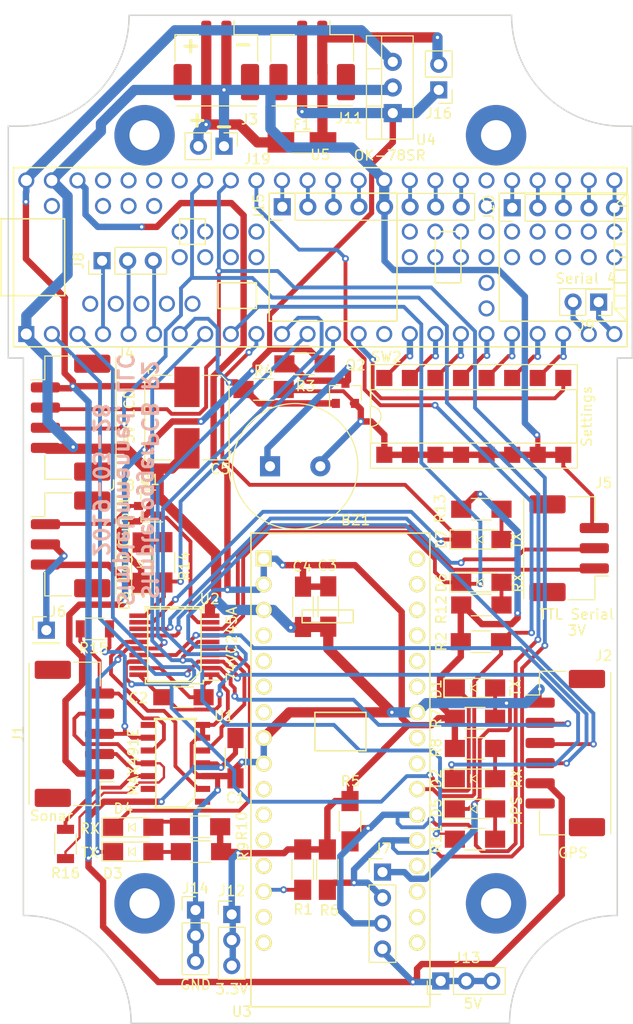
<source format=kicad_pcb>
(kicad_pcb (version 20171130) (host pcbnew 5.1.0)

  (general
    (thickness 1.6002)
    (drawings 21)
    (tracks 956)
    (zones 0)
    (modules 61)
    (nets 135)
  )

  (page USLetter portrait)
  (title_block
    (title "SimpleLogger PCB")
    (date 2018-04-27)
    (rev 1)
    (company "SimpleUnmanned, LLC")
    (comment 1 "Designed by: Andy Vaselaar")
  )

  (layers
    (0 F.Cu signal)
    (31 B.Cu signal)
    (32 B.Adhes user)
    (33 F.Adhes user)
    (34 B.Paste user)
    (35 F.Paste user)
    (36 B.SilkS user)
    (37 F.SilkS user)
    (38 B.Mask user)
    (39 F.Mask user)
    (40 Dwgs.User user)
    (41 Cmts.User user)
    (42 Eco1.User user)
    (43 Eco2.User user)
    (44 Edge.Cuts user)
    (45 Margin user)
    (46 B.CrtYd user)
    (47 F.CrtYd user)
    (48 B.Fab user)
    (49 F.Fab user)
  )

  (setup
    (last_trace_width 0.635)
    (user_trace_width 0.2286)
    (user_trace_width 0.381)
    (user_trace_width 0.508)
    (user_trace_width 0.635)
    (user_trace_width 1.016)
    (trace_clearance 0.1524)
    (zone_clearance 0.508)
    (zone_45_only no)
    (trace_min 0.1524)
    (via_size 0.6858)
    (via_drill 0.3302)
    (via_min_size 0.6858)
    (via_min_drill 0.3302)
    (uvia_size 0.6858)
    (uvia_drill 0.3302)
    (uvias_allowed no)
    (uvia_min_size 0)
    (uvia_min_drill 0)
    (edge_width 0.15)
    (segment_width 0.2)
    (pcb_text_width 0.3)
    (pcb_text_size 1.5 1.5)
    (mod_edge_width 0.15)
    (mod_text_size 1 1)
    (mod_text_width 0.15)
    (pad_size 5.3 5.3)
    (pad_drill 5.3)
    (pad_to_mask_clearance 0)
    (aux_axis_origin 0 0)
    (visible_elements FFFFFFFF)
    (pcbplotparams
      (layerselection 0x010fc_80000001)
      (usegerberextensions true)
      (usegerberattributes false)
      (usegerberadvancedattributes false)
      (creategerberjobfile false)
      (excludeedgelayer true)
      (linewidth 0.100000)
      (plotframeref false)
      (viasonmask false)
      (mode 1)
      (useauxorigin false)
      (hpglpennumber 1)
      (hpglpenspeed 20)
      (hpglpendiameter 15.000000)
      (psnegative false)
      (psa4output false)
      (plotreference true)
      (plotvalue true)
      (plotinvisibletext false)
      (padsonsilk false)
      (subtractmaskfromsilk false)
      (outputformat 1)
      (mirror false)
      (drillshape 0)
      (scaleselection 1)
      (outputdirectory "gerber/"))
  )

  (net 0 "")
  (net 1 "Net-(BZ1-Pad1)")
  (net 2 GND)
  (net 3 +5V)
  (net 4 +3V3)
  (net 5 /Serial_IO/GPS_TX)
  (net 6 "Net-(D1-Pad2)")
  (net 7 /Serial_IO/GPS_RX)
  (net 8 "Net-(D2-Pad2)")
  (net 9 /Serial_IO/SONAR_TX)
  (net 10 "Net-(D3-Pad2)")
  (net 11 /Serial_IO/SONAR_RX)
  (net 12 "Net-(D4-Pad2)")
  (net 13 "Net-(D5-Pad2)")
  (net 14 /Serial_IO/PIXHAWK_RX)
  (net 15 "Net-(D6-Pad2)")
  (net 16 /Serial_IO/PIXHAWK_TX)
  (net 17 "Net-(D7-Pad2)")
  (net 18 "Net-(D8-Pad2)")
  (net 19 "Net-(F1-Pad1)")
  (net 20 +BATT)
  (net 21 /Serial_IO/RS422_Z)
  (net 22 /Serial_IO/RS422_B)
  (net 23 /Serial_IO/RS422_Y)
  (net 24 /Serial_IO/RS422_A)
  (net 25 +15V)
  (net 26 /Serial_IO/GPS_PPS_BUF)
  (net 27 /Serial_IO/GPS_TX_BUF)
  (net 28 /Serial_IO/GPS_RX_BUF)
  (net 29 /IMU/SDA)
  (net 30 /IMU/SCL)
  (net 31 /Serial_IO/PIXHAWK_TX_BUF)
  (net 32 /Serial_IO/PIXHAWK_RX_BUF)
  (net 33 "Net-(J18-Pad2)")
  (net 34 "Net-(J8-Pad1)")
  (net 35 "Net-(J8-Pad2)")
  (net 36 "Net-(J8-Pad3)")
  (net 37 /Teensy/DIP8)
  (net 38 "Net-(J9-Pad2)")
  (net 39 /Teensy/DIP1)
  (net 40 /Teensy/DIP2)
  (net 41 /Teensy/DIP3)
  (net 42 /Teensy/DIP4)
  (net 43 /Teensy/DIP5)
  (net 44 /Teensy/DIP6)
  (net 45 /Teensy/DIP7)
  (net 46 "Net-(J10-Pad1)")
  (net 47 "Net-(J10-Pad2)")
  (net 48 "Net-(J10-Pad3)")
  (net 49 "Net-(J10-Pad4)")
  (net 50 /Serial_IO/LOG_OPEN_DRAIN_OUT)
  (net 51 /Serial_IO/LOG_OUT_BUF)
  (net 52 "Net-(Q2-Pad1)")
  (net 53 /IMU/nBOOT_LOAD)
  (net 54 /Teensy/IMU_nRESET)
  (net 55 /Serial_IO/GPS_PPS)
  (net 56 /Serial_IO/LOG_OUT)
  (net 57 "Net-(U1-Pad1)")
  (net 58 /Serial_IO/SONAR_RX_BUF)
  (net 59 /Serial_IO/SONAR_TX_BUF)
  (net 60 "Net-(U1-Pad8)")
  (net 61 "Net-(U1-Pad13)")
  (net 62 "Net-(U3-Pad17)")
  (net 63 "Net-(U3-Pad19)")
  (net 64 "Net-(U3-Pad16)")
  (net 65 "Net-(U3-Pad20)")
  (net 66 "Net-(U3-Pad24)")
  (net 67 "Net-(U3-Pad25)")
  (net 68 "Net-(U3-Pad27)")
  (net 69 "Net-(U3-Pad28)")
  (net 70 "Net-(U3-Pad29)")
  (net 71 "Net-(U3-Pad30)")
  (net 72 "Net-(U3-Pad31)")
  (net 73 "Net-(U3-Pad32)")
  (net 74 "Net-(U3-Pad13)")
  (net 75 "Net-(U3-Pad12)")
  (net 76 "Net-(U3-Pad11)")
  (net 77 "Net-(U3-Pad10)")
  (net 78 "Net-(U3-Pad7)")
  (net 79 "Net-(U3-Pad6)")
  (net 80 "Net-(U3-Pad5)")
  (net 81 "Net-(U3-Pad4)")
  (net 82 "Net-(U5-Pad54)")
  (net 83 "Net-(U5-Pad55)")
  (net 84 "Net-(U5-Pad56)")
  (net 85 "Net-(U5-Pad57)")
  (net 86 "Net-(U5-Pad63)")
  (net 87 "Net-(U5-Pad64)")
  (net 88 "Net-(U5-Pad65)")
  (net 89 "Net-(U5-Pad66)")
  (net 90 "Net-(U5-Pad67)")
  (net 91 "Net-(U5-Pad68)")
  (net 92 "Net-(U5-Pad69)")
  (net 93 "Net-(U5-Pad70)")
  (net 94 "Net-(U5-Pad71)")
  (net 95 "Net-(U5-Pad72)")
  (net 96 "Net-(U5-Pad73)")
  (net 97 "Net-(U5-Pad74)")
  (net 98 "Net-(U5-Pad75)")
  (net 99 "Net-(U5-Pad76)")
  (net 100 "Net-(U5-Pad77)")
  (net 101 "Net-(U5-Pad78)")
  (net 102 "Net-(U5-Pad79)")
  (net 103 "Net-(U5-Pad80)")
  (net 104 "Net-(U5-Pad81)")
  (net 105 "Net-(U5-Pad82)")
  (net 106 "Net-(U5-Pad83)")
  (net 107 "Net-(U5-Pad84)")
  (net 108 "Net-(U5-Pad85)")
  (net 109 "Net-(U5-Pad86)")
  (net 110 "Net-(U5-Pad58)")
  (net 111 "Net-(U5-Pad59)")
  (net 112 "Net-(U5-Pad60)")
  (net 113 "Net-(U5-Pad61)")
  (net 114 "Net-(U5-Pad62)")
  (net 115 "Net-(U5-Pad25)")
  (net 116 "Net-(U5-Pad26)")
  (net 117 "Net-(U5-Pad27)")
  (net 118 "Net-(U5-Pad28)")
  (net 119 "Net-(U5-Pad29)")
  (net 120 "Net-(U5-Pad15)")
  (net 121 "Net-(J9-Pad1)")
  (net 122 "Net-(J10-Pad5)")
  (net 123 "Net-(J15-Pad1)")
  (net 124 "Net-(J15-Pad2)")
  (net 125 "Net-(J15-Pad3)")
  (net 126 "Net-(J15-Pad4)")
  (net 127 "Net-(J15-Pad6)")
  (net 128 "Net-(J15-Pad7)")
  (net 129 "Net-(J15-Pad8)")
  (net 130 "Net-(U5-Pad35)")
  (net 131 "Net-(U5-Pad47)")
  (net 132 "Net-(U5-Pad48)")
  (net 133 "Net-(U5-Pad49)")
  (net 134 "Net-(U5-Pad50)")

  (net_class Default "This is the default net class."
    (clearance 0.1524)
    (trace_width 0.2286)
    (via_dia 0.6858)
    (via_drill 0.3302)
    (uvia_dia 0.6858)
    (uvia_drill 0.3302)
    (add_net +BATT)
    (add_net /IMU/SCL)
    (add_net /IMU/SDA)
    (add_net /IMU/nBOOT_LOAD)
    (add_net /Serial_IO/GPS_PPS)
    (add_net /Serial_IO/GPS_PPS_BUF)
    (add_net /Serial_IO/GPS_RX)
    (add_net /Serial_IO/GPS_RX_BUF)
    (add_net /Serial_IO/GPS_TX)
    (add_net /Serial_IO/GPS_TX_BUF)
    (add_net /Serial_IO/LOG_OPEN_DRAIN_OUT)
    (add_net /Serial_IO/LOG_OUT)
    (add_net /Serial_IO/LOG_OUT_BUF)
    (add_net /Serial_IO/PIXHAWK_RX)
    (add_net /Serial_IO/PIXHAWK_RX_BUF)
    (add_net /Serial_IO/PIXHAWK_TX)
    (add_net /Serial_IO/PIXHAWK_TX_BUF)
    (add_net /Serial_IO/RS422_A)
    (add_net /Serial_IO/RS422_B)
    (add_net /Serial_IO/RS422_Y)
    (add_net /Serial_IO/RS422_Z)
    (add_net /Serial_IO/SONAR_RX)
    (add_net /Serial_IO/SONAR_RX_BUF)
    (add_net /Serial_IO/SONAR_TX)
    (add_net /Serial_IO/SONAR_TX_BUF)
    (add_net /Teensy/DIP1)
    (add_net /Teensy/DIP2)
    (add_net /Teensy/DIP3)
    (add_net /Teensy/DIP4)
    (add_net /Teensy/DIP5)
    (add_net /Teensy/DIP6)
    (add_net /Teensy/DIP7)
    (add_net /Teensy/DIP8)
    (add_net /Teensy/IMU_nRESET)
    (add_net GND)
    (add_net "Net-(BZ1-Pad1)")
    (add_net "Net-(D1-Pad2)")
    (add_net "Net-(D2-Pad2)")
    (add_net "Net-(D3-Pad2)")
    (add_net "Net-(D4-Pad2)")
    (add_net "Net-(D5-Pad2)")
    (add_net "Net-(D6-Pad2)")
    (add_net "Net-(D7-Pad2)")
    (add_net "Net-(D8-Pad2)")
    (add_net "Net-(F1-Pad1)")
    (add_net "Net-(J10-Pad1)")
    (add_net "Net-(J10-Pad2)")
    (add_net "Net-(J10-Pad3)")
    (add_net "Net-(J10-Pad4)")
    (add_net "Net-(J10-Pad5)")
    (add_net "Net-(J15-Pad1)")
    (add_net "Net-(J15-Pad2)")
    (add_net "Net-(J15-Pad3)")
    (add_net "Net-(J15-Pad4)")
    (add_net "Net-(J15-Pad6)")
    (add_net "Net-(J15-Pad7)")
    (add_net "Net-(J15-Pad8)")
    (add_net "Net-(J18-Pad2)")
    (add_net "Net-(J8-Pad1)")
    (add_net "Net-(J8-Pad2)")
    (add_net "Net-(J8-Pad3)")
    (add_net "Net-(J9-Pad1)")
    (add_net "Net-(J9-Pad2)")
    (add_net "Net-(Q2-Pad1)")
    (add_net "Net-(U1-Pad1)")
    (add_net "Net-(U1-Pad13)")
    (add_net "Net-(U1-Pad8)")
    (add_net "Net-(U3-Pad10)")
    (add_net "Net-(U3-Pad11)")
    (add_net "Net-(U3-Pad12)")
    (add_net "Net-(U3-Pad13)")
    (add_net "Net-(U3-Pad16)")
    (add_net "Net-(U3-Pad17)")
    (add_net "Net-(U3-Pad19)")
    (add_net "Net-(U3-Pad20)")
    (add_net "Net-(U3-Pad24)")
    (add_net "Net-(U3-Pad25)")
    (add_net "Net-(U3-Pad27)")
    (add_net "Net-(U3-Pad28)")
    (add_net "Net-(U3-Pad29)")
    (add_net "Net-(U3-Pad30)")
    (add_net "Net-(U3-Pad31)")
    (add_net "Net-(U3-Pad32)")
    (add_net "Net-(U3-Pad4)")
    (add_net "Net-(U3-Pad5)")
    (add_net "Net-(U3-Pad6)")
    (add_net "Net-(U3-Pad7)")
    (add_net "Net-(U5-Pad15)")
    (add_net "Net-(U5-Pad25)")
    (add_net "Net-(U5-Pad26)")
    (add_net "Net-(U5-Pad27)")
    (add_net "Net-(U5-Pad28)")
    (add_net "Net-(U5-Pad29)")
    (add_net "Net-(U5-Pad35)")
    (add_net "Net-(U5-Pad47)")
    (add_net "Net-(U5-Pad48)")
    (add_net "Net-(U5-Pad49)")
    (add_net "Net-(U5-Pad50)")
    (add_net "Net-(U5-Pad54)")
    (add_net "Net-(U5-Pad55)")
    (add_net "Net-(U5-Pad56)")
    (add_net "Net-(U5-Pad57)")
    (add_net "Net-(U5-Pad58)")
    (add_net "Net-(U5-Pad59)")
    (add_net "Net-(U5-Pad60)")
    (add_net "Net-(U5-Pad61)")
    (add_net "Net-(U5-Pad62)")
    (add_net "Net-(U5-Pad63)")
    (add_net "Net-(U5-Pad64)")
    (add_net "Net-(U5-Pad65)")
    (add_net "Net-(U5-Pad66)")
    (add_net "Net-(U5-Pad67)")
    (add_net "Net-(U5-Pad68)")
    (add_net "Net-(U5-Pad69)")
    (add_net "Net-(U5-Pad70)")
    (add_net "Net-(U5-Pad71)")
    (add_net "Net-(U5-Pad72)")
    (add_net "Net-(U5-Pad73)")
    (add_net "Net-(U5-Pad74)")
    (add_net "Net-(U5-Pad75)")
    (add_net "Net-(U5-Pad76)")
    (add_net "Net-(U5-Pad77)")
    (add_net "Net-(U5-Pad78)")
    (add_net "Net-(U5-Pad79)")
    (add_net "Net-(U5-Pad80)")
    (add_net "Net-(U5-Pad81)")
    (add_net "Net-(U5-Pad82)")
    (add_net "Net-(U5-Pad83)")
    (add_net "Net-(U5-Pad84)")
    (add_net "Net-(U5-Pad85)")
    (add_net "Net-(U5-Pad86)")
  )

  (net_class Large ""
    (clearance 0.1524)
    (trace_width 0.635)
    (via_dia 0.6858)
    (via_drill 0.3302)
    (uvia_dia 0.6858)
    (uvia_drill 0.3302)
    (add_net +15V)
    (add_net +3V3)
    (add_net +5V)
  )

  (net_class Medium ""
    (clearance 0.1524)
    (trace_width 0.381)
    (via_dia 0.6858)
    (via_drill 0.3302)
    (uvia_dia 0.6858)
    (uvia_drill 0.3302)
  )

  (module Connector_Molex:Molex_CLIK-Mate_502443-0270_1x02-1MP_P2.00mm_Vertical (layer F.Cu) (tedit 5B78AD89) (tstamp 5C99596D)
    (at 137.668 46.482 180)
    (descr "Molex CLIK-Mate series connector, 502443-0270 (http://www.molex.com/pdm_docs/sd/5024430270_sd.pdf), generated with kicad-footprint-generator")
    (tags "connector Molex CLIK-Mate side entry")
    (path /5AC3C48F/5AC648A5)
    (attr smd)
    (fp_text reference J3 (at -3.302 -5.842 180) (layer F.SilkS)
      (effects (font (size 1 1) (thickness 0.15)))
    )
    (fp_text value Battery (at 0 5.15 180) (layer F.Fab)
      (effects (font (size 1 1) (thickness 0.15)))
    )
    (fp_line (start -4 2.45) (end 4 2.45) (layer F.Fab) (width 0.1))
    (fp_line (start -4.11 -0.09) (end -4.11 2.56) (layer F.SilkS) (width 0.12))
    (fp_line (start -4.11 2.56) (end -1.76 2.56) (layer F.SilkS) (width 0.12))
    (fp_line (start -1.76 2.56) (end -1.76 3.95) (layer F.SilkS) (width 0.12))
    (fp_line (start 4.11 -0.09) (end 4.11 2.56) (layer F.SilkS) (width 0.12))
    (fp_line (start 4.11 2.56) (end 1.76 2.56) (layer F.SilkS) (width 0.12))
    (fp_line (start -4 -4.51) (end 4 -4.51) (layer F.SilkS) (width 0.12))
    (fp_line (start -4 -4.4) (end 4 -4.4) (layer F.Fab) (width 0.1))
    (fp_line (start -4 2.45) (end -4 -4.4) (layer F.Fab) (width 0.1))
    (fp_line (start 4 2.45) (end 4 -4.4) (layer F.Fab) (width 0.1))
    (fp_line (start -4.75 -4.9) (end -4.75 4.45) (layer F.CrtYd) (width 0.05))
    (fp_line (start -4.75 4.45) (end 4.75 4.45) (layer F.CrtYd) (width 0.05))
    (fp_line (start 4.75 4.45) (end 4.75 -4.9) (layer F.CrtYd) (width 0.05))
    (fp_line (start 4.75 -4.9) (end -4.75 -4.9) (layer F.CrtYd) (width 0.05))
    (fp_line (start -1.5 2.45) (end -1 1.742893) (layer F.Fab) (width 0.1))
    (fp_line (start -1 1.742893) (end -0.5 2.45) (layer F.Fab) (width 0.1))
    (fp_text user %R (at 0 -0.98 180) (layer F.Fab)
      (effects (font (size 1 1) (thickness 0.15)))
    )
    (pad 1 smd roundrect (at -1 2.5 180) (size 1 2.9) (layers F.Cu F.Paste F.Mask) (roundrect_rratio 0.25)
      (net 2 GND))
    (pad 2 smd roundrect (at 1 2.5 180) (size 1 2.9) (layers F.Cu F.Paste F.Mask) (roundrect_rratio 0.25)
      (net 20 +BATT))
    (pad MP smd roundrect (at -3.35 -2.15 180) (size 1.8 3.6) (layers F.Cu F.Paste F.Mask) (roundrect_rratio 0.138889))
    (pad MP smd roundrect (at 3.35 -2.15 180) (size 1.8 3.6) (layers F.Cu F.Paste F.Mask) (roundrect_rratio 0.138889))
    (model ${KISYS3DMOD}/Connector_Molex.3dshapes/Molex_CLIK-Mate_502443-0270_1x02-1MP_P2.00mm_Vertical.wrl
      (at (xyz 0 0 0))
      (scale (xyz 1 1 1))
      (rotate (xyz 0 0 0))
    )
  )

  (module LEDs:LED_1206_HandSoldering (layer F.Cu) (tedit 5B19BCA8) (tstamp 5ADA5970)
    (at 163.366 108.731)
    (descr "LED SMD 1206, hand soldering")
    (tags "LED 1206")
    (path /5AC266C7/5AD602C6)
    (attr smd)
    (fp_text reference D1 (at -3.854 0.108 90) (layer F.SilkS)
      (effects (font (size 1 1) (thickness 0.15)))
    )
    (fp_text value TX (at 4.02 -0.019 270) (layer F.SilkS)
      (effects (font (size 1 1) (thickness 0.15)))
    )
    (fp_line (start -3.1 -0.95) (end -3.1 0.95) (layer F.SilkS) (width 0.12))
    (fp_line (start -0.4 0) (end 0.2 -0.4) (layer F.SilkS) (width 0.1))
    (fp_line (start 0.2 -0.4) (end 0.2 0.4) (layer F.SilkS) (width 0.1))
    (fp_line (start 0.2 0.4) (end -0.4 0) (layer F.SilkS) (width 0.1))
    (fp_line (start -0.45 -0.4) (end -0.45 0.4) (layer F.SilkS) (width 0.1))
    (fp_line (start -1.6 0.8) (end -1.6 -0.8) (layer F.Fab) (width 0.1))
    (fp_line (start 1.6 0.8) (end -1.6 0.8) (layer F.Fab) (width 0.1))
    (fp_line (start 1.6 -0.8) (end 1.6 0.8) (layer F.Fab) (width 0.1))
    (fp_line (start -1.6 -0.8) (end 1.6 -0.8) (layer F.Fab) (width 0.1))
    (fp_line (start -3.1 0.95) (end 1.6 0.95) (layer F.SilkS) (width 0.12))
    (fp_line (start -3.1 -0.95) (end 1.6 -0.95) (layer F.SilkS) (width 0.12))
    (fp_line (start -3.25 -1.11) (end 3.25 -1.11) (layer F.CrtYd) (width 0.05))
    (fp_line (start -3.25 -1.11) (end -3.25 1.1) (layer F.CrtYd) (width 0.05))
    (fp_line (start 3.25 1.1) (end 3.25 -1.11) (layer F.CrtYd) (width 0.05))
    (fp_line (start 3.25 1.1) (end -3.25 1.1) (layer F.CrtYd) (width 0.05))
    (pad 1 smd rect (at -2 0) (size 2 1.7) (layers F.Cu F.Paste F.Mask)
      (net 5 /Serial_IO/GPS_TX))
    (pad 2 smd rect (at 2 0) (size 2 1.7) (layers F.Cu F.Paste F.Mask)
      (net 6 "Net-(D1-Pad2)"))
    (model ${KISYS3DMOD}/LEDs.3dshapes/LED_1206.wrl
      (at (xyz 0 0 0))
      (scale (xyz 1 1 1))
      (rotate (xyz 0 0 180))
    )
  )

  (module LEDs:LED_1206_HandSoldering (layer F.Cu) (tedit 5B19BC66) (tstamp 5ADA5988)
    (at 163.366 120.731)
    (descr "LED SMD 1206, hand soldering")
    (tags "LED 1206")
    (path /5AC266C7/5AD8BF1A)
    (attr smd)
    (fp_text reference D5 (at -3.854 -0.081 90) (layer F.SilkS)
      (effects (font (size 1 1) (thickness 0.15)))
    )
    (fp_text value PPS (at 4.147 0.173 270) (layer F.SilkS)
      (effects (font (size 1 1) (thickness 0.15)))
    )
    (fp_line (start -3.1 -0.95) (end -3.1 0.95) (layer F.SilkS) (width 0.12))
    (fp_line (start -0.4 0) (end 0.2 -0.4) (layer F.SilkS) (width 0.1))
    (fp_line (start 0.2 -0.4) (end 0.2 0.4) (layer F.SilkS) (width 0.1))
    (fp_line (start 0.2 0.4) (end -0.4 0) (layer F.SilkS) (width 0.1))
    (fp_line (start -0.45 -0.4) (end -0.45 0.4) (layer F.SilkS) (width 0.1))
    (fp_line (start -1.6 0.8) (end -1.6 -0.8) (layer F.Fab) (width 0.1))
    (fp_line (start 1.6 0.8) (end -1.6 0.8) (layer F.Fab) (width 0.1))
    (fp_line (start 1.6 -0.8) (end 1.6 0.8) (layer F.Fab) (width 0.1))
    (fp_line (start -1.6 -0.8) (end 1.6 -0.8) (layer F.Fab) (width 0.1))
    (fp_line (start -3.1 0.95) (end 1.6 0.95) (layer F.SilkS) (width 0.12))
    (fp_line (start -3.1 -0.95) (end 1.6 -0.95) (layer F.SilkS) (width 0.12))
    (fp_line (start -3.25 -1.11) (end 3.25 -1.11) (layer F.CrtYd) (width 0.05))
    (fp_line (start -3.25 -1.11) (end -3.25 1.1) (layer F.CrtYd) (width 0.05))
    (fp_line (start 3.25 1.1) (end 3.25 -1.11) (layer F.CrtYd) (width 0.05))
    (fp_line (start 3.25 1.1) (end -3.25 1.1) (layer F.CrtYd) (width 0.05))
    (pad 1 smd rect (at -2 0) (size 2 1.7) (layers F.Cu F.Paste F.Mask)
      (net 2 GND))
    (pad 2 smd rect (at 2 0) (size 2 1.7) (layers F.Cu F.Paste F.Mask)
      (net 13 "Net-(D5-Pad2)"))
    (model ${KISYS3DMOD}/LEDs.3dshapes/LED_1206.wrl
      (at (xyz 0 0 0))
      (scale (xyz 1 1 1))
      (rotate (xyz 0 0 180))
    )
  )

  (module LEDs:LED_1206_HandSoldering (layer F.Cu) (tedit 5B19BBD5) (tstamp 5ADA5976)
    (at 163.366 117.731)
    (descr "LED SMD 1206, hand soldering")
    (tags "LED 1206")
    (path /5AC266C7/5AD8BDFF)
    (attr smd)
    (fp_text reference D2 (at -3.854 -0.002 90) (layer F.SilkS)
      (effects (font (size 1 1) (thickness 0.15)))
    )
    (fp_text value RX (at 4.147 -0.002 90) (layer F.SilkS)
      (effects (font (size 1 1) (thickness 0.15)))
    )
    (fp_line (start -3.1 -0.95) (end -3.1 0.95) (layer F.SilkS) (width 0.12))
    (fp_line (start -0.4 0) (end 0.2 -0.4) (layer F.SilkS) (width 0.1))
    (fp_line (start 0.2 -0.4) (end 0.2 0.4) (layer F.SilkS) (width 0.1))
    (fp_line (start 0.2 0.4) (end -0.4 0) (layer F.SilkS) (width 0.1))
    (fp_line (start -0.45 -0.4) (end -0.45 0.4) (layer F.SilkS) (width 0.1))
    (fp_line (start -1.6 0.8) (end -1.6 -0.8) (layer F.Fab) (width 0.1))
    (fp_line (start 1.6 0.8) (end -1.6 0.8) (layer F.Fab) (width 0.1))
    (fp_line (start 1.6 -0.8) (end 1.6 0.8) (layer F.Fab) (width 0.1))
    (fp_line (start -1.6 -0.8) (end 1.6 -0.8) (layer F.Fab) (width 0.1))
    (fp_line (start -3.1 0.95) (end 1.6 0.95) (layer F.SilkS) (width 0.12))
    (fp_line (start -3.1 -0.95) (end 1.6 -0.95) (layer F.SilkS) (width 0.12))
    (fp_line (start -3.25 -1.11) (end 3.25 -1.11) (layer F.CrtYd) (width 0.05))
    (fp_line (start -3.25 -1.11) (end -3.25 1.1) (layer F.CrtYd) (width 0.05))
    (fp_line (start 3.25 1.1) (end 3.25 -1.11) (layer F.CrtYd) (width 0.05))
    (fp_line (start 3.25 1.1) (end -3.25 1.1) (layer F.CrtYd) (width 0.05))
    (pad 1 smd rect (at -2 0) (size 2 1.7) (layers F.Cu F.Paste F.Mask)
      (net 7 /Serial_IO/GPS_RX))
    (pad 2 smd rect (at 2 0) (size 2 1.7) (layers F.Cu F.Paste F.Mask)
      (net 8 "Net-(D2-Pad2)"))
    (model ${KISYS3DMOD}/LEDs.3dshapes/LED_1206.wrl
      (at (xyz 0 0 0))
      (scale (xyz 1 1 1))
      (rotate (xyz 0 0 180))
    )
  )

  (module LEDs:LED_1206_HandSoldering (layer F.Cu) (tedit 5B19BB66) (tstamp 5ADA598E)
    (at 164 98.25)
    (descr "LED SMD 1206, hand soldering")
    (tags "LED 1206")
    (path /5AC266C7/5AD8BF7F)
    (attr smd)
    (fp_text reference D6 (at -3.98 0.048 90) (layer F.SilkS)
      (effects (font (size 1 1) (thickness 0.15)))
    )
    (fp_text value RX (at 3.64 0.048 90) (layer F.SilkS)
      (effects (font (size 1 1) (thickness 0.15)))
    )
    (fp_line (start -3.1 -0.95) (end -3.1 0.95) (layer F.SilkS) (width 0.12))
    (fp_line (start -0.4 0) (end 0.2 -0.4) (layer F.SilkS) (width 0.1))
    (fp_line (start 0.2 -0.4) (end 0.2 0.4) (layer F.SilkS) (width 0.1))
    (fp_line (start 0.2 0.4) (end -0.4 0) (layer F.SilkS) (width 0.1))
    (fp_line (start -0.45 -0.4) (end -0.45 0.4) (layer F.SilkS) (width 0.1))
    (fp_line (start -1.6 0.8) (end -1.6 -0.8) (layer F.Fab) (width 0.1))
    (fp_line (start 1.6 0.8) (end -1.6 0.8) (layer F.Fab) (width 0.1))
    (fp_line (start 1.6 -0.8) (end 1.6 0.8) (layer F.Fab) (width 0.1))
    (fp_line (start -1.6 -0.8) (end 1.6 -0.8) (layer F.Fab) (width 0.1))
    (fp_line (start -3.1 0.95) (end 1.6 0.95) (layer F.SilkS) (width 0.12))
    (fp_line (start -3.1 -0.95) (end 1.6 -0.95) (layer F.SilkS) (width 0.12))
    (fp_line (start -3.25 -1.11) (end 3.25 -1.11) (layer F.CrtYd) (width 0.05))
    (fp_line (start -3.25 -1.11) (end -3.25 1.1) (layer F.CrtYd) (width 0.05))
    (fp_line (start 3.25 1.1) (end 3.25 -1.11) (layer F.CrtYd) (width 0.05))
    (fp_line (start 3.25 1.1) (end -3.25 1.1) (layer F.CrtYd) (width 0.05))
    (pad 1 smd rect (at -2 0) (size 2 1.7) (layers F.Cu F.Paste F.Mask)
      (net 14 /Serial_IO/PIXHAWK_RX))
    (pad 2 smd rect (at 2 0) (size 2 1.7) (layers F.Cu F.Paste F.Mask)
      (net 15 "Net-(D6-Pad2)"))
    (model ${KISYS3DMOD}/LEDs.3dshapes/LED_1206.wrl
      (at (xyz 0 0 0))
      (scale (xyz 1 1 1))
      (rotate (xyz 0 0 180))
    )
  )

  (module LEDs:LED_1206_HandSoldering (layer F.Cu) (tedit 5B19BB49) (tstamp 5ADA5994)
    (at 164 94)
    (descr "LED SMD 1206, hand soldering")
    (tags "LED 1206")
    (path /5AC266C7/5AD8BFEB)
    (attr smd)
    (fp_text reference D7 (at -3.98 -0.02 90) (layer F.SilkS)
      (effects (font (size 1 1) (thickness 0.15)))
    )
    (fp_text value TX (at 3.513 0.107 270) (layer F.SilkS)
      (effects (font (size 1 1) (thickness 0.15)))
    )
    (fp_line (start -3.1 -0.95) (end -3.1 0.95) (layer F.SilkS) (width 0.12))
    (fp_line (start -0.4 0) (end 0.2 -0.4) (layer F.SilkS) (width 0.1))
    (fp_line (start 0.2 -0.4) (end 0.2 0.4) (layer F.SilkS) (width 0.1))
    (fp_line (start 0.2 0.4) (end -0.4 0) (layer F.SilkS) (width 0.1))
    (fp_line (start -0.45 -0.4) (end -0.45 0.4) (layer F.SilkS) (width 0.1))
    (fp_line (start -1.6 0.8) (end -1.6 -0.8) (layer F.Fab) (width 0.1))
    (fp_line (start 1.6 0.8) (end -1.6 0.8) (layer F.Fab) (width 0.1))
    (fp_line (start 1.6 -0.8) (end 1.6 0.8) (layer F.Fab) (width 0.1))
    (fp_line (start -1.6 -0.8) (end 1.6 -0.8) (layer F.Fab) (width 0.1))
    (fp_line (start -3.1 0.95) (end 1.6 0.95) (layer F.SilkS) (width 0.12))
    (fp_line (start -3.1 -0.95) (end 1.6 -0.95) (layer F.SilkS) (width 0.12))
    (fp_line (start -3.25 -1.11) (end 3.25 -1.11) (layer F.CrtYd) (width 0.05))
    (fp_line (start -3.25 -1.11) (end -3.25 1.1) (layer F.CrtYd) (width 0.05))
    (fp_line (start 3.25 1.1) (end 3.25 -1.11) (layer F.CrtYd) (width 0.05))
    (fp_line (start 3.25 1.1) (end -3.25 1.1) (layer F.CrtYd) (width 0.05))
    (pad 1 smd rect (at -2 0) (size 2 1.7) (layers F.Cu F.Paste F.Mask)
      (net 16 /Serial_IO/PIXHAWK_TX))
    (pad 2 smd rect (at 2 0) (size 2 1.7) (layers F.Cu F.Paste F.Mask)
      (net 17 "Net-(D7-Pad2)"))
    (model ${KISYS3DMOD}/LEDs.3dshapes/LED_1206.wrl
      (at (xyz 0 0 0))
      (scale (xyz 1 1 1))
      (rotate (xyz 0 0 180))
    )
  )

  (module LEDs:LED_1206_HandSoldering (layer F.Cu) (tedit 5B19AF23) (tstamp 5ADA599A)
    (at 130.2 96.3 90)
    (descr "LED SMD 1206, hand soldering")
    (tags "LED 1206")
    (path /5AC266C7/5AD8C058)
    (attr smd)
    (fp_text reference D8 (at -3.776 -1.676 90) (layer F.SilkS)
      (effects (font (size 1 1) (thickness 0.15)))
    )
    (fp_text value "Log Output" (at 2.32 -1.676 90) (layer F.SilkS)
      (effects (font (size 1 1) (thickness 0.15)))
    )
    (fp_line (start -3.1 -0.95) (end -3.1 0.95) (layer F.SilkS) (width 0.12))
    (fp_line (start -0.4 0) (end 0.2 -0.4) (layer F.SilkS) (width 0.1))
    (fp_line (start 0.2 -0.4) (end 0.2 0.4) (layer F.SilkS) (width 0.1))
    (fp_line (start 0.2 0.4) (end -0.4 0) (layer F.SilkS) (width 0.1))
    (fp_line (start -0.45 -0.4) (end -0.45 0.4) (layer F.SilkS) (width 0.1))
    (fp_line (start -1.6 0.8) (end -1.6 -0.8) (layer F.Fab) (width 0.1))
    (fp_line (start 1.6 0.8) (end -1.6 0.8) (layer F.Fab) (width 0.1))
    (fp_line (start 1.6 -0.8) (end 1.6 0.8) (layer F.Fab) (width 0.1))
    (fp_line (start -1.6 -0.8) (end 1.6 -0.8) (layer F.Fab) (width 0.1))
    (fp_line (start -3.1 0.95) (end 1.6 0.95) (layer F.SilkS) (width 0.12))
    (fp_line (start -3.1 -0.95) (end 1.6 -0.95) (layer F.SilkS) (width 0.12))
    (fp_line (start -3.25 -1.11) (end 3.25 -1.11) (layer F.CrtYd) (width 0.05))
    (fp_line (start -3.25 -1.11) (end -3.25 1.1) (layer F.CrtYd) (width 0.05))
    (fp_line (start 3.25 1.1) (end 3.25 -1.11) (layer F.CrtYd) (width 0.05))
    (fp_line (start 3.25 1.1) (end -3.25 1.1) (layer F.CrtYd) (width 0.05))
    (pad 1 smd rect (at -2 0 90) (size 2 1.7) (layers F.Cu F.Paste F.Mask)
      (net 2 GND))
    (pad 2 smd rect (at 2 0 90) (size 2 1.7) (layers F.Cu F.Paste F.Mask)
      (net 18 "Net-(D8-Pad2)"))
    (model ${KISYS3DMOD}/LEDs.3dshapes/LED_1206.wrl
      (at (xyz 0 0 0))
      (scale (xyz 1 1 1))
      (rotate (xyz 0 0 180))
    )
  )

  (module LEDs:LED_1206_HandSoldering (layer F.Cu) (tedit 5B19AEE7) (tstamp 5ADA597C)
    (at 129.413 124.968)
    (descr "LED SMD 1206, hand soldering")
    (tags "LED 1206")
    (path /5AC266C7/5AD8BE5B)
    (attr smd)
    (fp_text reference D3 (at -2.032 2.159) (layer F.SilkS)
      (effects (font (size 1 1) (thickness 0.15)))
    )
    (fp_text value TX (at -4.318 0.127) (layer F.SilkS)
      (effects (font (size 1 1) (thickness 0.15)))
    )
    (fp_line (start -3.1 -0.95) (end -3.1 0.95) (layer F.SilkS) (width 0.12))
    (fp_line (start -0.4 0) (end 0.2 -0.4) (layer F.SilkS) (width 0.1))
    (fp_line (start 0.2 -0.4) (end 0.2 0.4) (layer F.SilkS) (width 0.1))
    (fp_line (start 0.2 0.4) (end -0.4 0) (layer F.SilkS) (width 0.1))
    (fp_line (start -0.45 -0.4) (end -0.45 0.4) (layer F.SilkS) (width 0.1))
    (fp_line (start -1.6 0.8) (end -1.6 -0.8) (layer F.Fab) (width 0.1))
    (fp_line (start 1.6 0.8) (end -1.6 0.8) (layer F.Fab) (width 0.1))
    (fp_line (start 1.6 -0.8) (end 1.6 0.8) (layer F.Fab) (width 0.1))
    (fp_line (start -1.6 -0.8) (end 1.6 -0.8) (layer F.Fab) (width 0.1))
    (fp_line (start -3.1 0.95) (end 1.6 0.95) (layer F.SilkS) (width 0.12))
    (fp_line (start -3.1 -0.95) (end 1.6 -0.95) (layer F.SilkS) (width 0.12))
    (fp_line (start -3.25 -1.11) (end 3.25 -1.11) (layer F.CrtYd) (width 0.05))
    (fp_line (start -3.25 -1.11) (end -3.25 1.1) (layer F.CrtYd) (width 0.05))
    (fp_line (start 3.25 1.1) (end 3.25 -1.11) (layer F.CrtYd) (width 0.05))
    (fp_line (start 3.25 1.1) (end -3.25 1.1) (layer F.CrtYd) (width 0.05))
    (pad 1 smd rect (at -2 0) (size 2 1.7) (layers F.Cu F.Paste F.Mask)
      (net 9 /Serial_IO/SONAR_TX))
    (pad 2 smd rect (at 2 0) (size 2 1.7) (layers F.Cu F.Paste F.Mask)
      (net 10 "Net-(D3-Pad2)"))
    (model ${KISYS3DMOD}/LEDs.3dshapes/LED_1206.wrl
      (at (xyz 0 0 0))
      (scale (xyz 1 1 1))
      (rotate (xyz 0 0 180))
    )
  )

  (module LEDs:LED_1206_HandSoldering (layer F.Cu) (tedit 5B19AE0F) (tstamp 5ADA5982)
    (at 129.413 122.555)
    (descr "LED SMD 1206, hand soldering")
    (tags "LED 1206")
    (path /5AC266C7/5AD8BEBA)
    (attr smd)
    (fp_text reference D4 (at -0.984 -1.85) (layer F.SilkS)
      (effects (font (size 1 1) (thickness 0.15)))
    )
    (fp_text value RX (at -4.318 0.127) (layer F.SilkS)
      (effects (font (size 1 1) (thickness 0.15)))
    )
    (fp_line (start -3.1 -0.95) (end -3.1 0.95) (layer F.SilkS) (width 0.12))
    (fp_line (start -0.4 0) (end 0.2 -0.4) (layer F.SilkS) (width 0.1))
    (fp_line (start 0.2 -0.4) (end 0.2 0.4) (layer F.SilkS) (width 0.1))
    (fp_line (start 0.2 0.4) (end -0.4 0) (layer F.SilkS) (width 0.1))
    (fp_line (start -0.45 -0.4) (end -0.45 0.4) (layer F.SilkS) (width 0.1))
    (fp_line (start -1.6 0.8) (end -1.6 -0.8) (layer F.Fab) (width 0.1))
    (fp_line (start 1.6 0.8) (end -1.6 0.8) (layer F.Fab) (width 0.1))
    (fp_line (start 1.6 -0.8) (end 1.6 0.8) (layer F.Fab) (width 0.1))
    (fp_line (start -1.6 -0.8) (end 1.6 -0.8) (layer F.Fab) (width 0.1))
    (fp_line (start -3.1 0.95) (end 1.6 0.95) (layer F.SilkS) (width 0.12))
    (fp_line (start -3.1 -0.95) (end 1.6 -0.95) (layer F.SilkS) (width 0.12))
    (fp_line (start -3.25 -1.11) (end 3.25 -1.11) (layer F.CrtYd) (width 0.05))
    (fp_line (start -3.25 -1.11) (end -3.25 1.1) (layer F.CrtYd) (width 0.05))
    (fp_line (start 3.25 1.1) (end 3.25 -1.11) (layer F.CrtYd) (width 0.05))
    (fp_line (start 3.25 1.1) (end -3.25 1.1) (layer F.CrtYd) (width 0.05))
    (pad 1 smd rect (at -2 0) (size 2 1.7) (layers F.Cu F.Paste F.Mask)
      (net 11 /Serial_IO/SONAR_RX))
    (pad 2 smd rect (at 2 0) (size 2 1.7) (layers F.Cu F.Paste F.Mask)
      (net 12 "Net-(D4-Pad2)"))
    (model ${KISYS3DMOD}/LEDs.3dshapes/LED_1206.wrl
      (at (xyz 0 0 0))
      (scale (xyz 1 1 1))
      (rotate (xyz 0 0 180))
    )
  )

  (module Housings_SSOP:SSOP-20_5.3x7.2mm_Pitch0.65mm (layer F.Cu) (tedit 5B19ADE8) (tstamp 5ADA86AF)
    (at 133.5 104.49 180)
    (descr "20-Lead Plastic Shrink Small Outline (SS)-5.30 mm Body [SSOP] (see Microchip Packaging Specification 00000049BS.pdf)")
    (tags "SSOP 0.65")
    (path /5AC266C7/5AC4D44B)
    (attr smd)
    (fp_text reference U2 (at -3.5 4.59 180) (layer F.SilkS)
      (effects (font (size 1 1) (thickness 0.15)))
    )
    (fp_text value 74VC245A (at -5.7 0.09 90) (layer F.SilkS)
      (effects (font (size 1 1) (thickness 0.15)))
    )
    (fp_line (start -1.65 -3.6) (end 2.65 -3.6) (layer F.SilkS) (width 0.15))
    (fp_line (start 2.65 -3.6) (end 2.65 3.6) (layer F.SilkS) (width 0.15))
    (fp_line (start 2.65 3.6) (end -2.65 3.6) (layer F.SilkS) (width 0.15))
    (fp_line (start -2.65 3.6) (end -2.65 -2.6) (layer F.SilkS) (width 0.15))
    (fp_line (start -2.65 -2.6) (end -1.65 -3.6) (layer F.SilkS) (width 0.15))
    (fp_line (start -4.75 -4) (end -4.75 4) (layer F.CrtYd) (width 0.05))
    (fp_line (start 4.75 -4) (end 4.75 4) (layer F.CrtYd) (width 0.05))
    (fp_line (start -4.75 -4) (end 4.75 -4) (layer F.CrtYd) (width 0.05))
    (fp_line (start -4.75 4) (end 4.75 4) (layer F.CrtYd) (width 0.05))
    (fp_line (start -2.875 -3.825) (end -2.875 -3.475) (layer F.SilkS) (width 0.15))
    (fp_line (start 2.875 -3.825) (end 2.875 -3.375) (layer F.SilkS) (width 0.15))
    (fp_line (start 2.875 3.825) (end 2.875 3.375) (layer F.SilkS) (width 0.15))
    (fp_line (start -2.875 3.825) (end -2.875 3.375) (layer F.SilkS) (width 0.15))
    (fp_line (start -2.875 -3.825) (end 2.875 -3.825) (layer F.SilkS) (width 0.15))
    (fp_line (start -2.875 3.825) (end 2.875 3.825) (layer F.SilkS) (width 0.15))
    (fp_line (start -2.875 -3.475) (end -4.475 -3.475) (layer F.SilkS) (width 0.15))
    (fp_text user %R (at 0 0 180) (layer F.Fab)
      (effects (font (size 0.8 0.8) (thickness 0.15)))
    )
    (pad 1 smd rect (at -3.6 -2.925 180) (size 1.75 0.45) (layers F.Cu F.Paste F.Mask)
      (net 2 GND))
    (pad 2 smd rect (at -3.6 -2.275 180) (size 1.75 0.45) (layers F.Cu F.Paste F.Mask)
      (net 27 /Serial_IO/GPS_TX_BUF))
    (pad 3 smd rect (at -3.6 -1.625 180) (size 1.75 0.45) (layers F.Cu F.Paste F.Mask)
      (net 7 /Serial_IO/GPS_RX))
    (pad 4 smd rect (at -3.6 -0.975 180) (size 1.75 0.45) (layers F.Cu F.Paste F.Mask)
      (net 59 /Serial_IO/SONAR_TX_BUF))
    (pad 5 smd rect (at -3.6 -0.325 180) (size 1.75 0.45) (layers F.Cu F.Paste F.Mask)
      (net 11 /Serial_IO/SONAR_RX))
    (pad 6 smd rect (at -3.6 0.325 180) (size 1.75 0.45) (layers F.Cu F.Paste F.Mask)
      (net 55 /Serial_IO/GPS_PPS))
    (pad 7 smd rect (at -3.6 0.975 180) (size 1.75 0.45) (layers F.Cu F.Paste F.Mask)
      (net 14 /Serial_IO/PIXHAWK_RX))
    (pad 8 smd rect (at -3.6 1.625 180) (size 1.75 0.45) (layers F.Cu F.Paste F.Mask)
      (net 31 /Serial_IO/PIXHAWK_TX_BUF))
    (pad 9 smd rect (at -3.6 2.275 180) (size 1.75 0.45) (layers F.Cu F.Paste F.Mask)
      (net 51 /Serial_IO/LOG_OUT_BUF))
    (pad 10 smd rect (at -3.6 2.925 180) (size 1.75 0.45) (layers F.Cu F.Paste F.Mask)
      (net 2 GND))
    (pad 11 smd rect (at 3.6 2.925 180) (size 1.75 0.45) (layers F.Cu F.Paste F.Mask)
      (net 56 /Serial_IO/LOG_OUT))
    (pad 12 smd rect (at 3.6 2.275 180) (size 1.75 0.45) (layers F.Cu F.Paste F.Mask)
      (net 16 /Serial_IO/PIXHAWK_TX))
    (pad 13 smd rect (at 3.6 1.625 180) (size 1.75 0.45) (layers F.Cu F.Paste F.Mask)
      (net 32 /Serial_IO/PIXHAWK_RX_BUF))
    (pad 14 smd rect (at 3.6 0.975 180) (size 1.75 0.45) (layers F.Cu F.Paste F.Mask)
      (net 26 /Serial_IO/GPS_PPS_BUF))
    (pad 15 smd rect (at 3.6 0.325 180) (size 1.75 0.45) (layers F.Cu F.Paste F.Mask)
      (net 58 /Serial_IO/SONAR_RX_BUF))
    (pad 16 smd rect (at 3.6 -0.325 180) (size 1.75 0.45) (layers F.Cu F.Paste F.Mask)
      (net 9 /Serial_IO/SONAR_TX))
    (pad 17 smd rect (at 3.6 -0.975 180) (size 1.75 0.45) (layers F.Cu F.Paste F.Mask)
      (net 28 /Serial_IO/GPS_RX_BUF))
    (pad 18 smd rect (at 3.6 -1.625 180) (size 1.75 0.45) (layers F.Cu F.Paste F.Mask)
      (net 5 /Serial_IO/GPS_TX))
    (pad 19 smd rect (at 3.6 -2.275 180) (size 1.75 0.45) (layers F.Cu F.Paste F.Mask)
      (net 2 GND))
    (pad 20 smd rect (at 3.6 -2.925 180) (size 1.75 0.45) (layers F.Cu F.Paste F.Mask)
      (net 4 +3V3))
    (model ${KISYS3DMOD}/Housings_SSOP.3dshapes/SSOP-20_5.3x7.2mm_Pitch0.65mm.wrl
      (at (xyz 0 0 0))
      (scale (xyz 1 1 1))
      (rotate (xyz 0 0 0))
    )
  )

  (module Housings_SOIC:SOIC-14_3.9x8.7mm_Pitch1.27mm (layer F.Cu) (tedit 5B19ADA1) (tstamp 5ADA5B18)
    (at 133.604 116.205 180)
    (descr "14-Lead Plastic Small Outline (SL) - Narrow, 3.90 mm Body [SOIC] (see Microchip Packaging Specification 00000049BS.pdf)")
    (tags "SOIC 1.27")
    (path /5AC266C7/5AC266D0)
    (attr smd)
    (fp_text reference U1 (at -4.826 4.699 180) (layer F.SilkS)
      (effects (font (size 1 1) (thickness 0.15)))
    )
    (fp_text value MAX491E (at 4.191 0.127 270) (layer F.SilkS)
      (effects (font (size 1 1) (thickness 0.15)))
    )
    (fp_text user %R (at 0 0 180) (layer F.Fab)
      (effects (font (size 0.9 0.9) (thickness 0.135)))
    )
    (fp_line (start -0.95 -4.35) (end 1.95 -4.35) (layer F.SilkS) (width 0.15))
    (fp_line (start 1.95 -4.35) (end 1.95 4.35) (layer F.SilkS) (width 0.15))
    (fp_line (start 1.95 4.35) (end -1.95 4.35) (layer F.SilkS) (width 0.15))
    (fp_line (start -1.95 4.35) (end -1.95 -3.35) (layer F.SilkS) (width 0.15))
    (fp_line (start -1.95 -3.35) (end -0.95 -4.35) (layer F.SilkS) (width 0.15))
    (fp_line (start -3.7 -4.65) (end -3.7 4.65) (layer F.CrtYd) (width 0.05))
    (fp_line (start 3.7 -4.65) (end 3.7 4.65) (layer F.CrtYd) (width 0.05))
    (fp_line (start -3.7 -4.65) (end 3.7 -4.65) (layer F.CrtYd) (width 0.05))
    (fp_line (start -3.7 4.65) (end 3.7 4.65) (layer F.CrtYd) (width 0.05))
    (fp_line (start -2.075 -4.45) (end -2.075 -4.425) (layer F.SilkS) (width 0.15))
    (fp_line (start 2.075 -4.45) (end 2.075 -4.335) (layer F.SilkS) (width 0.15))
    (fp_line (start 2.075 4.45) (end 2.075 4.335) (layer F.SilkS) (width 0.15))
    (fp_line (start -2.075 4.45) (end -2.075 4.335) (layer F.SilkS) (width 0.15))
    (fp_line (start -2.075 -4.45) (end 2.075 -4.45) (layer F.SilkS) (width 0.15))
    (fp_line (start -2.075 4.45) (end 2.075 4.45) (layer F.SilkS) (width 0.15))
    (fp_line (start -2.075 -4.425) (end -3.45 -4.425) (layer F.SilkS) (width 0.15))
    (pad 1 smd rect (at -2.7 -3.81 180) (size 1.5 0.6) (layers F.Cu F.Paste F.Mask)
      (net 57 "Net-(U1-Pad1)"))
    (pad 2 smd rect (at -2.7 -2.54 180) (size 1.5 0.6) (layers F.Cu F.Paste F.Mask)
      (net 58 /Serial_IO/SONAR_RX_BUF))
    (pad 3 smd rect (at -2.7 -1.27 180) (size 1.5 0.6) (layers F.Cu F.Paste F.Mask)
      (net 2 GND))
    (pad 4 smd rect (at -2.7 0 180) (size 1.5 0.6) (layers F.Cu F.Paste F.Mask)
      (net 3 +5V))
    (pad 5 smd rect (at -2.7 1.27 180) (size 1.5 0.6) (layers F.Cu F.Paste F.Mask)
      (net 59 /Serial_IO/SONAR_TX_BUF))
    (pad 6 smd rect (at -2.7 2.54 180) (size 1.5 0.6) (layers F.Cu F.Paste F.Mask)
      (net 2 GND))
    (pad 7 smd rect (at -2.7 3.81 180) (size 1.5 0.6) (layers F.Cu F.Paste F.Mask)
      (net 2 GND))
    (pad 8 smd rect (at 2.7 3.81 180) (size 1.5 0.6) (layers F.Cu F.Paste F.Mask)
      (net 60 "Net-(U1-Pad8)"))
    (pad 9 smd rect (at 2.7 2.54 180) (size 1.5 0.6) (layers F.Cu F.Paste F.Mask)
      (net 23 /Serial_IO/RS422_Y))
    (pad 10 smd rect (at 2.7 1.27 180) (size 1.5 0.6) (layers F.Cu F.Paste F.Mask)
      (net 21 /Serial_IO/RS422_Z))
    (pad 11 smd rect (at 2.7 0 180) (size 1.5 0.6) (layers F.Cu F.Paste F.Mask)
      (net 22 /Serial_IO/RS422_B))
    (pad 12 smd rect (at 2.7 -1.27 180) (size 1.5 0.6) (layers F.Cu F.Paste F.Mask)
      (net 24 /Serial_IO/RS422_A))
    (pad 13 smd rect (at 2.7 -2.54 180) (size 1.5 0.6) (layers F.Cu F.Paste F.Mask)
      (net 61 "Net-(U1-Pad13)"))
    (pad 14 smd rect (at 2.7 -3.81 180) (size 1.5 0.6) (layers F.Cu F.Paste F.Mask)
      (net 3 +5V))
    (model ${KISYS3DMOD}/Housings_SOIC.3dshapes/SOIC-14_3.9x8.7mm_Pitch1.27mm.wrl
      (at (xyz 0 0 0))
      (scale (xyz 1 1 1))
      (rotate (xyz 0 0 0))
    )
  )

  (module TO_SOT_Packages_THT:TO-220-3_Vertical (layer F.Cu) (tedit 5AE22298) (tstamp 5ADA8579)
    (at 155.2 51.7 90)
    (descr "TO-220-3, Vertical, RM 2.54mm")
    (tags "TO-220-3 Vertical RM 2.54mm")
    (path /5AC3C48F/5AC3CDD1)
    (fp_text reference U4 (at -2.656 3.296 180) (layer F.SilkS)
      (effects (font (size 1 1) (thickness 0.15)))
    )
    (fp_text value OK-78SR (at -4.2 -0.3) (layer F.SilkS)
      (effects (font (size 1 1) (thickness 0.15)))
    )
    (fp_text user %R (at 2.54 -3.62 90) (layer F.Fab)
      (effects (font (size 1 1) (thickness 0.15)))
    )
    (fp_line (start -2.46 -2.5) (end -2.46 1.9) (layer F.Fab) (width 0.1))
    (fp_line (start -2.46 1.9) (end 7.54 1.9) (layer F.Fab) (width 0.1))
    (fp_line (start 7.54 1.9) (end 7.54 -2.5) (layer F.Fab) (width 0.1))
    (fp_line (start 7.54 -2.5) (end -2.46 -2.5) (layer F.Fab) (width 0.1))
    (fp_line (start -2.46 -1.23) (end 7.54 -1.23) (layer F.Fab) (width 0.1))
    (fp_line (start 0.69 -2.5) (end 0.69 -1.23) (layer F.Fab) (width 0.1))
    (fp_line (start 4.39 -2.5) (end 4.39 -1.23) (layer F.Fab) (width 0.1))
    (fp_line (start -2.58 -2.62) (end 7.66 -2.62) (layer F.SilkS) (width 0.12))
    (fp_line (start -2.58 2.021) (end 7.66 2.021) (layer F.SilkS) (width 0.12))
    (fp_line (start -2.58 -2.62) (end -2.58 2.021) (layer F.SilkS) (width 0.12))
    (fp_line (start 7.66 -2.62) (end 7.66 2.021) (layer F.SilkS) (width 0.12))
    (fp_line (start -2.58 -1.11) (end 7.66 -1.11) (layer F.SilkS) (width 0.12))
    (fp_line (start 0.69 -2.62) (end 0.69 -1.11) (layer F.SilkS) (width 0.12))
    (fp_line (start 4.391 -2.62) (end 4.391 -1.11) (layer F.SilkS) (width 0.12))
    (fp_line (start -2.71 -2.75) (end -2.71 2.16) (layer F.CrtYd) (width 0.05))
    (fp_line (start -2.71 2.16) (end 7.79 2.16) (layer F.CrtYd) (width 0.05))
    (fp_line (start 7.79 2.16) (end 7.79 -2.75) (layer F.CrtYd) (width 0.05))
    (fp_line (start 7.79 -2.75) (end -2.71 -2.75) (layer F.CrtYd) (width 0.05))
    (pad 1 thru_hole rect (at 0 0 90) (size 1.8 1.8) (drill 1) (layers *.Cu *.Mask)
      (net 25 +15V))
    (pad 2 thru_hole oval (at 2.54 0 90) (size 1.8 1.8) (drill 1) (layers *.Cu *.Mask)
      (net 2 GND))
    (pad 3 thru_hole oval (at 5.08 0 90) (size 1.8 1.8) (drill 1) (layers *.Cu *.Mask)
      (net 3 +5V))
    (model ${KISYS3DMOD}/TO_SOT_Packages_THT.3dshapes/TO-220-3_Vertical.wrl
      (offset (xyz 2.539999961853027 0 0))
      (scale (xyz 0.393701 0.393701 0.393701))
      (rotate (xyz 0 0 0))
    )
  )

  (module Capacitors_SMD:C_1206_HandSoldering (layer F.Cu) (tedit 5AE2221A) (tstamp 5ADA5958)
    (at 146.28 100.68 270)
    (descr "Capacitor SMD 1206, hand soldering")
    (tags "capacitor 1206")
    (path /5AC3B14D/5AC3D77D)
    (attr smd)
    (fp_text reference C4 (at -3.98 0.08) (layer F.SilkS)
      (effects (font (size 1 1) (thickness 0.15)))
    )
    (fp_text value 1u (at 0 2 270) (layer F.Fab) hide
      (effects (font (size 1 1) (thickness 0.15)))
    )
    (fp_text user %R (at 0 -1.75 270) (layer F.Fab) hide
      (effects (font (size 1 1) (thickness 0.15)))
    )
    (fp_line (start -1.6 0.8) (end -1.6 -0.8) (layer F.Fab) (width 0.1))
    (fp_line (start 1.6 0.8) (end -1.6 0.8) (layer F.Fab) (width 0.1))
    (fp_line (start 1.6 -0.8) (end 1.6 0.8) (layer F.Fab) (width 0.1))
    (fp_line (start -1.6 -0.8) (end 1.6 -0.8) (layer F.Fab) (width 0.1))
    (fp_line (start 1 -1.02) (end -1 -1.02) (layer F.SilkS) (width 0.12))
    (fp_line (start -1 1.02) (end 1 1.02) (layer F.SilkS) (width 0.12))
    (fp_line (start -3.25 -1.05) (end 3.25 -1.05) (layer F.CrtYd) (width 0.05))
    (fp_line (start -3.25 -1.05) (end -3.25 1.05) (layer F.CrtYd) (width 0.05))
    (fp_line (start 3.25 1.05) (end 3.25 -1.05) (layer F.CrtYd) (width 0.05))
    (fp_line (start 3.25 1.05) (end -3.25 1.05) (layer F.CrtYd) (width 0.05))
    (pad 1 smd rect (at -2 0 270) (size 2 1.6) (layers F.Cu F.Paste F.Mask)
      (net 4 +3V3))
    (pad 2 smd rect (at 2 0 270) (size 2 1.6) (layers F.Cu F.Paste F.Mask)
      (net 2 GND))
    (model Capacitors_SMD.3dshapes/C_1206.wrl
      (at (xyz 0 0 0))
      (scale (xyz 1 1 1))
      (rotate (xyz 0 0 0))
    )
  )

  (module Capacitors_SMD:C_1206_HandSoldering (layer F.Cu) (tedit 5AE22250) (tstamp 5ADA5946)
    (at 139.573 115.697 270)
    (descr "Capacitor SMD 1206, hand soldering")
    (tags "capacitor 1206")
    (path /5AC266C7/5AC2774B)
    (attr smd)
    (fp_text reference C1 (at 3.937 0) (layer F.SilkS)
      (effects (font (size 1 1) (thickness 0.15)))
    )
    (fp_text value .1u (at 0 2 270) (layer F.Fab) hide
      (effects (font (size 1 1) (thickness 0.15)))
    )
    (fp_text user %R (at 0 -1.75 270) (layer F.Fab)
      (effects (font (size 1 1) (thickness 0.15)))
    )
    (fp_line (start -1.6 0.8) (end -1.6 -0.8) (layer F.Fab) (width 0.1))
    (fp_line (start 1.6 0.8) (end -1.6 0.8) (layer F.Fab) (width 0.1))
    (fp_line (start 1.6 -0.8) (end 1.6 0.8) (layer F.Fab) (width 0.1))
    (fp_line (start -1.6 -0.8) (end 1.6 -0.8) (layer F.Fab) (width 0.1))
    (fp_line (start 1 -1.02) (end -1 -1.02) (layer F.SilkS) (width 0.12))
    (fp_line (start -1 1.02) (end 1 1.02) (layer F.SilkS) (width 0.12))
    (fp_line (start -3.25 -1.05) (end 3.25 -1.05) (layer F.CrtYd) (width 0.05))
    (fp_line (start -3.25 -1.05) (end -3.25 1.05) (layer F.CrtYd) (width 0.05))
    (fp_line (start 3.25 1.05) (end 3.25 -1.05) (layer F.CrtYd) (width 0.05))
    (fp_line (start 3.25 1.05) (end -3.25 1.05) (layer F.CrtYd) (width 0.05))
    (pad 1 smd rect (at -2 0 270) (size 2 1.6) (layers F.Cu F.Paste F.Mask)
      (net 3 +5V))
    (pad 2 smd rect (at 2 0 270) (size 2 1.6) (layers F.Cu F.Paste F.Mask)
      (net 2 GND))
    (model Capacitors_SMD.3dshapes/C_1206.wrl
      (at (xyz 0 0 0))
      (scale (xyz 1 1 1))
      (rotate (xyz 0 0 0))
    )
  )

  (module Capacitors_SMD:C_1206_HandSoldering (layer F.Cu) (tedit 5AE22254) (tstamp 5ADA594C)
    (at 134.4 109.65)
    (descr "Capacitor SMD 1206, hand soldering")
    (tags "capacitor 1206")
    (path /5AC266C7/5AC26E01)
    (attr smd)
    (fp_text reference C2 (at -4.479 0.078) (layer F.SilkS)
      (effects (font (size 1 1) (thickness 0.15)))
    )
    (fp_text value .1u (at 0 2) (layer F.Fab) hide
      (effects (font (size 1 1) (thickness 0.15)))
    )
    (fp_text user %R (at 0 -1.75) (layer F.Fab)
      (effects (font (size 1 1) (thickness 0.15)))
    )
    (fp_line (start -1.6 0.8) (end -1.6 -0.8) (layer F.Fab) (width 0.1))
    (fp_line (start 1.6 0.8) (end -1.6 0.8) (layer F.Fab) (width 0.1))
    (fp_line (start 1.6 -0.8) (end 1.6 0.8) (layer F.Fab) (width 0.1))
    (fp_line (start -1.6 -0.8) (end 1.6 -0.8) (layer F.Fab) (width 0.1))
    (fp_line (start 1 -1.02) (end -1 -1.02) (layer F.SilkS) (width 0.12))
    (fp_line (start -1 1.02) (end 1 1.02) (layer F.SilkS) (width 0.12))
    (fp_line (start -3.25 -1.05) (end 3.25 -1.05) (layer F.CrtYd) (width 0.05))
    (fp_line (start -3.25 -1.05) (end -3.25 1.05) (layer F.CrtYd) (width 0.05))
    (fp_line (start 3.25 1.05) (end 3.25 -1.05) (layer F.CrtYd) (width 0.05))
    (fp_line (start 3.25 1.05) (end -3.25 1.05) (layer F.CrtYd) (width 0.05))
    (pad 1 smd rect (at -2 0) (size 2 1.6) (layers F.Cu F.Paste F.Mask)
      (net 4 +3V3))
    (pad 2 smd rect (at 2 0) (size 2 1.6) (layers F.Cu F.Paste F.Mask)
      (net 2 GND))
    (model Capacitors_SMD.3dshapes/C_1206.wrl
      (at (xyz 0 0 0))
      (scale (xyz 1 1 1))
      (rotate (xyz 0 0 0))
    )
  )

  (module Capacitors_SMD:C_1206_HandSoldering (layer F.Cu) (tedit 5AE22218) (tstamp 5ADA5952)
    (at 148.79 100.65 270)
    (descr "Capacitor SMD 1206, hand soldering")
    (tags "capacitor 1206")
    (path /5AC3B14D/5AC3D7AC)
    (attr smd)
    (fp_text reference C3 (at -4.05 0.09) (layer F.SilkS)
      (effects (font (size 1 1) (thickness 0.15)))
    )
    (fp_text value .1u (at 0 2 270) (layer F.Fab) hide
      (effects (font (size 1 1) (thickness 0.15)))
    )
    (fp_text user %R (at 0 -1.75 270) (layer F.Fab) hide
      (effects (font (size 1 1) (thickness 0.15)))
    )
    (fp_line (start -1.6 0.8) (end -1.6 -0.8) (layer F.Fab) (width 0.1))
    (fp_line (start 1.6 0.8) (end -1.6 0.8) (layer F.Fab) (width 0.1))
    (fp_line (start 1.6 -0.8) (end 1.6 0.8) (layer F.Fab) (width 0.1))
    (fp_line (start -1.6 -0.8) (end 1.6 -0.8) (layer F.Fab) (width 0.1))
    (fp_line (start 1 -1.02) (end -1 -1.02) (layer F.SilkS) (width 0.12))
    (fp_line (start -1 1.02) (end 1 1.02) (layer F.SilkS) (width 0.12))
    (fp_line (start -3.25 -1.05) (end 3.25 -1.05) (layer F.CrtYd) (width 0.05))
    (fp_line (start -3.25 -1.05) (end -3.25 1.05) (layer F.CrtYd) (width 0.05))
    (fp_line (start 3.25 1.05) (end 3.25 -1.05) (layer F.CrtYd) (width 0.05))
    (fp_line (start 3.25 1.05) (end -3.25 1.05) (layer F.CrtYd) (width 0.05))
    (pad 1 smd rect (at -2 0 270) (size 2 1.6) (layers F.Cu F.Paste F.Mask)
      (net 4 +3V3))
    (pad 2 smd rect (at 2 0 270) (size 2 1.6) (layers F.Cu F.Paste F.Mask)
      (net 2 GND))
    (model Capacitors_SMD.3dshapes/C_1206.wrl
      (at (xyz 0 0 0))
      (scale (xyz 1 1 1))
      (rotate (xyz 0 0 0))
    )
  )

  (module Capacitors_SMD:CP_Elec_8x10 (layer F.Cu) (tedit 5AE22285) (tstamp 5ADA595E)
    (at 134.747 81.913 270)
    (descr "SMT capacitor, aluminium electrolytic, 8x10")
    (path /5AC3C48F/5AC3D206)
    (attr smd)
    (fp_text reference C5 (at 5.1 -3.3 180) (layer F.SilkS)
      (effects (font (size 1 1) (thickness 0.15)))
    )
    (fp_text value 100u (at 0 -5.45 270) (layer F.Fab) hide
      (effects (font (size 1 1) (thickness 0.15)))
    )
    (fp_circle (center 0 0) (end -0.6 3.9) (layer F.Fab) (width 0.1))
    (fp_text user + (at -2.31 -0.08 270) (layer F.Fab)
      (effects (font (size 1 1) (thickness 0.15)))
    )
    (fp_text user + (at -4.78 3.9 270) (layer F.SilkS)
      (effects (font (size 1 1) (thickness 0.15)))
    )
    (fp_text user %R (at 0 5.45 270) (layer F.Fab)
      (effects (font (size 1 1) (thickness 0.15)))
    )
    (fp_line (start 4.04 4.04) (end 4.04 -4.04) (layer F.Fab) (width 0.1))
    (fp_line (start -3.37 4.04) (end 4.04 4.04) (layer F.Fab) (width 0.1))
    (fp_line (start -4.04 3.37) (end -3.37 4.04) (layer F.Fab) (width 0.1))
    (fp_line (start -4.04 -3.37) (end -4.04 3.37) (layer F.Fab) (width 0.1))
    (fp_line (start -3.37 -4.04) (end -4.04 -3.37) (layer F.Fab) (width 0.1))
    (fp_line (start 4.04 -4.04) (end -3.37 -4.04) (layer F.Fab) (width 0.1))
    (fp_line (start 4.19 4.19) (end 4.19 1.51) (layer F.SilkS) (width 0.12))
    (fp_line (start 4.19 -4.19) (end 4.19 -1.51) (layer F.SilkS) (width 0.12))
    (fp_line (start -4.19 -3.43) (end -4.19 -1.51) (layer F.SilkS) (width 0.12))
    (fp_line (start -4.19 3.43) (end -4.19 1.51) (layer F.SilkS) (width 0.12))
    (fp_line (start 4.19 4.19) (end -3.43 4.19) (layer F.SilkS) (width 0.12))
    (fp_line (start -3.43 4.19) (end -4.19 3.43) (layer F.SilkS) (width 0.12))
    (fp_line (start -4.19 -3.43) (end -3.43 -4.19) (layer F.SilkS) (width 0.12))
    (fp_line (start -3.43 -4.19) (end 4.19 -4.19) (layer F.SilkS) (width 0.12))
    (fp_line (start -5.3 -4.29) (end 5.3 -4.29) (layer F.CrtYd) (width 0.05))
    (fp_line (start -5.3 -4.29) (end -5.3 4.29) (layer F.CrtYd) (width 0.05))
    (fp_line (start 5.3 4.29) (end 5.3 -4.29) (layer F.CrtYd) (width 0.05))
    (fp_line (start 5.3 4.29) (end -5.3 4.29) (layer F.CrtYd) (width 0.05))
    (pad 1 smd rect (at -3.05 0 90) (size 4 2.5) (layers F.Cu F.Paste F.Mask)
      (net 3 +5V))
    (pad 2 smd rect (at 3.05 0 90) (size 4 2.5) (layers F.Cu F.Paste F.Mask)
      (net 2 GND))
    (model Capacitors_SMD.3dshapes/CP_Elec_8x10.wrl
      (at (xyz 0 0 0))
      (scale (xyz 1 1 1))
      (rotate (xyz 0 0 180))
    )
  )

  (module Fuse_Holders_and_Fuses:Fuse_SMD1206_HandSoldering (layer F.Cu) (tedit 5AE21F56) (tstamp 5ADA59A0)
    (at 146.177 54.61 180)
    (descr "Fuse, Sicherung, SMD1206, Littlefuse-Wickmann 433 Series, Hand Soldering,")
    (tags "Fuse Sicherung SMD1206 Littlefuse-Wickmann 433 Series Hand Soldering ")
    (path /5AC3C48F/5AC553AE)
    (attr smd)
    (fp_text reference F1 (at 0 1.778 180) (layer F.SilkS)
      (effects (font (size 1 1) (thickness 0.15)))
    )
    (fp_text value Polyfuse (at -0.15 2.5 180) (layer F.SilkS) hide
      (effects (font (size 1 1) (thickness 0.15)))
    )
    (fp_line (start -1.6 0.8) (end -1.6 -0.8) (layer F.Fab) (width 0.1))
    (fp_line (start 1.6 0.8) (end -1.6 0.8) (layer F.Fab) (width 0.1))
    (fp_line (start 1.6 -0.8) (end 1.6 0.8) (layer F.Fab) (width 0.1))
    (fp_line (start -1.6 -0.8) (end 1.6 -0.8) (layer F.Fab) (width 0.1))
    (fp_line (start 1 1.07) (end -1 1.07) (layer F.SilkS) (width 0.12))
    (fp_line (start -1 -1.07) (end 1 -1.07) (layer F.SilkS) (width 0.12))
    (fp_line (start -3.35 -1.58) (end 3.35 -1.58) (layer F.CrtYd) (width 0.05))
    (fp_line (start -3.35 -1.58) (end -3.35 1.58) (layer F.CrtYd) (width 0.05))
    (fp_line (start 3.35 1.58) (end 3.35 -1.58) (layer F.CrtYd) (width 0.05))
    (fp_line (start 3.35 1.58) (end -3.35 1.58) (layer F.CrtYd) (width 0.05))
    (pad 1 smd rect (at -2.09 0 270) (size 2.03 2.65) (layers F.Cu F.Paste F.Mask)
      (net 19 "Net-(F1-Pad1)"))
    (pad 2 smd rect (at 2.09 0 270) (size 2.03 2.65) (layers F.Cu F.Paste F.Mask)
      (net 20 +BATT))
  )

  (module Pin_Headers:Pin_Header_Straight_1x01_Pitch2.54mm (layer F.Cu) (tedit 5AE21EAC) (tstamp 5ADA59E9)
    (at 120.777 102.997)
    (descr "Through hole straight pin header, 1x01, 2.54mm pitch, single row")
    (tags "Through hole pin header THT 1x01 2.54mm single row")
    (path /5AC266C7/5ACBC048)
    (fp_text reference J6 (at 1.12 -1.84) (layer F.SilkS)
      (effects (font (size 1 1) (thickness 0.15)))
    )
    (fp_text value "Spare Pin" (at 1.397 2.159 90) (layer F.SilkS) hide
      (effects (font (size 1 1) (thickness 0.15)))
    )
    (fp_line (start -0.635 -1.27) (end 1.27 -1.27) (layer F.Fab) (width 0.1))
    (fp_line (start 1.27 -1.27) (end 1.27 1.27) (layer F.Fab) (width 0.1))
    (fp_line (start 1.27 1.27) (end -1.27 1.27) (layer F.Fab) (width 0.1))
    (fp_line (start -1.27 1.27) (end -1.27 -0.635) (layer F.Fab) (width 0.1))
    (fp_line (start -1.27 -0.635) (end -0.635 -1.27) (layer F.Fab) (width 0.1))
    (fp_line (start -1.33 1.33) (end 1.33 1.33) (layer F.SilkS) (width 0.12))
    (fp_line (start -1.33 1.27) (end -1.33 1.33) (layer F.SilkS) (width 0.12))
    (fp_line (start 1.33 1.27) (end 1.33 1.33) (layer F.SilkS) (width 0.12))
    (fp_line (start -1.33 1.27) (end 1.33 1.27) (layer F.SilkS) (width 0.12))
    (fp_line (start -1.33 0) (end -1.33 -1.33) (layer F.SilkS) (width 0.12))
    (fp_line (start -1.33 -1.33) (end 0 -1.33) (layer F.SilkS) (width 0.12))
    (fp_line (start -1.8 -1.8) (end -1.8 1.8) (layer F.CrtYd) (width 0.05))
    (fp_line (start -1.8 1.8) (end 1.8 1.8) (layer F.CrtYd) (width 0.05))
    (fp_line (start 1.8 1.8) (end 1.8 -1.8) (layer F.CrtYd) (width 0.05))
    (fp_line (start 1.8 -1.8) (end -1.8 -1.8) (layer F.CrtYd) (width 0.05))
    (fp_text user %R (at 0 0 90) (layer F.Fab)
      (effects (font (size 1 1) (thickness 0.15)))
    )
    (pad 1 thru_hole rect (at 0 0) (size 1.7 1.7) (drill 1) (layers *.Cu *.Mask)
      (net 33 "Net-(J18-Pad2)"))
    (model ${KISYS3DMOD}/Pin_Headers.3dshapes/Pin_Header_Straight_1x01_Pitch2.54mm.wrl
      (at (xyz 0 0 0))
      (scale (xyz 1 1 1))
      (rotate (xyz 0 0 0))
    )
  )

  (module Pin_Headers:Pin_Header_Straight_1x03_Pitch2.54mm (layer F.Cu) (tedit 5AE2227B) (tstamp 5ADA59F8)
    (at 126.32 66.35 90)
    (descr "Through hole straight pin header, 1x03, 2.54mm pitch, single row")
    (tags "Through hole pin header THT 1x03 2.54mm single row")
    (path /5AC3C48F/5AC6A37D)
    (fp_text reference J8 (at 0 -2.33 90) (layer F.SilkS)
      (effects (font (size 1 1) (thickness 0.15)))
    )
    (fp_text value "Teensy 2-4" (at 0 7.41 90) (layer F.Fab) hide
      (effects (font (size 1 1) (thickness 0.15)))
    )
    (fp_line (start -0.635 -1.27) (end 1.27 -1.27) (layer F.Fab) (width 0.1))
    (fp_line (start 1.27 -1.27) (end 1.27 6.35) (layer F.Fab) (width 0.1))
    (fp_line (start 1.27 6.35) (end -1.27 6.35) (layer F.Fab) (width 0.1))
    (fp_line (start -1.27 6.35) (end -1.27 -0.635) (layer F.Fab) (width 0.1))
    (fp_line (start -1.27 -0.635) (end -0.635 -1.27) (layer F.Fab) (width 0.1))
    (fp_line (start -1.33 6.41) (end 1.33 6.41) (layer F.SilkS) (width 0.12))
    (fp_line (start -1.33 1.27) (end -1.33 6.41) (layer F.SilkS) (width 0.12))
    (fp_line (start 1.33 1.27) (end 1.33 6.41) (layer F.SilkS) (width 0.12))
    (fp_line (start -1.33 1.27) (end 1.33 1.27) (layer F.SilkS) (width 0.12))
    (fp_line (start -1.33 0) (end -1.33 -1.33) (layer F.SilkS) (width 0.12))
    (fp_line (start -1.33 -1.33) (end 0 -1.33) (layer F.SilkS) (width 0.12))
    (fp_line (start -1.8 -1.8) (end -1.8 6.85) (layer F.CrtYd) (width 0.05))
    (fp_line (start -1.8 6.85) (end 1.8 6.85) (layer F.CrtYd) (width 0.05))
    (fp_line (start 1.8 6.85) (end 1.8 -1.8) (layer F.CrtYd) (width 0.05))
    (fp_line (start 1.8 -1.8) (end -1.8 -1.8) (layer F.CrtYd) (width 0.05))
    (fp_text user %R (at 0 2.54 180) (layer F.Fab)
      (effects (font (size 1 1) (thickness 0.15)))
    )
    (pad 1 thru_hole rect (at 0 0 90) (size 1.7 1.7) (drill 1) (layers *.Cu *.Mask)
      (net 34 "Net-(J8-Pad1)"))
    (pad 2 thru_hole oval (at 0 2.54 90) (size 1.7 1.7) (drill 1) (layers *.Cu *.Mask)
      (net 35 "Net-(J8-Pad2)"))
    (pad 3 thru_hole oval (at 0 5.08 90) (size 1.7 1.7) (drill 1) (layers *.Cu *.Mask)
      (net 36 "Net-(J8-Pad3)"))
    (model ${KISYS3DMOD}/Pin_Headers.3dshapes/Pin_Header_Straight_1x03_Pitch2.54mm.wrl
      (at (xyz 0 0 0))
      (scale (xyz 1 1 1))
      (rotate (xyz 0 0 0))
    )
  )

  (module Pin_Headers:Pin_Header_Straight_1x02_Pitch2.54mm (layer F.Cu) (tedit 5AE2227D) (tstamp 5ADA5A6E)
    (at 138.43 54.991 270)
    (descr "Through hole straight pin header, 1x02, 2.54mm pitch, single row")
    (tags "Through hole pin header THT 1x02 2.54mm single row")
    (path /5AC3C48F/5ACBC98E)
    (fp_text reference J19 (at 1.27 -3.302 180) (layer F.SilkS)
      (effects (font (size 1 1) (thickness 0.15)))
    )
    (fp_text value "Internal Batt" (at 0 4.87 270) (layer F.Fab) hide
      (effects (font (size 1 1) (thickness 0.15)))
    )
    (fp_line (start -0.635 -1.27) (end 1.27 -1.27) (layer F.Fab) (width 0.1))
    (fp_line (start 1.27 -1.27) (end 1.27 3.81) (layer F.Fab) (width 0.1))
    (fp_line (start 1.27 3.81) (end -1.27 3.81) (layer F.Fab) (width 0.1))
    (fp_line (start -1.27 3.81) (end -1.27 -0.635) (layer F.Fab) (width 0.1))
    (fp_line (start -1.27 -0.635) (end -0.635 -1.27) (layer F.Fab) (width 0.1))
    (fp_line (start -1.33 3.87) (end 1.33 3.87) (layer F.SilkS) (width 0.12))
    (fp_line (start -1.33 1.27) (end -1.33 3.87) (layer F.SilkS) (width 0.12))
    (fp_line (start 1.33 1.27) (end 1.33 3.87) (layer F.SilkS) (width 0.12))
    (fp_line (start -1.33 1.27) (end 1.33 1.27) (layer F.SilkS) (width 0.12))
    (fp_line (start -1.33 0) (end -1.33 -1.33) (layer F.SilkS) (width 0.12))
    (fp_line (start -1.33 -1.33) (end 0 -1.33) (layer F.SilkS) (width 0.12))
    (fp_line (start -1.8 -1.8) (end -1.8 4.35) (layer F.CrtYd) (width 0.05))
    (fp_line (start -1.8 4.35) (end 1.8 4.35) (layer F.CrtYd) (width 0.05))
    (fp_line (start 1.8 4.35) (end 1.8 -1.8) (layer F.CrtYd) (width 0.05))
    (fp_line (start 1.8 -1.8) (end -1.8 -1.8) (layer F.CrtYd) (width 0.05))
    (fp_text user %R (at 0 1.27) (layer F.Fab)
      (effects (font (size 1 1) (thickness 0.15)))
    )
    (pad 1 thru_hole rect (at 0 0 270) (size 1.7 1.7) (drill 1) (layers *.Cu *.Mask)
      (net 2 GND))
    (pad 2 thru_hole oval (at 0 2.54 270) (size 1.7 1.7) (drill 1) (layers *.Cu *.Mask)
      (net 20 +BATT))
    (model ${KISYS3DMOD}/Pin_Headers.3dshapes/Pin_Header_Straight_1x02_Pitch2.54mm.wrl
      (at (xyz 0 0 0))
      (scale (xyz 1 1 1))
      (rotate (xyz 0 0 0))
    )
  )

  (module TO_SOT_Packages_SMD:SOT-23 (layer F.Cu) (tedit 5AE2225D) (tstamp 5ADA5A75)
    (at 130.937 90.678 180)
    (descr "SOT-23, Standard")
    (tags SOT-23)
    (path /5AC266C7/5AC667E7)
    (attr smd)
    (fp_text reference Q1 (at -0.13 2.59 180) (layer F.SilkS)
      (effects (font (size 1 1) (thickness 0.15)))
    )
    (fp_text value 2N7002 (at 0 2.5 180) (layer F.Fab) hide
      (effects (font (size 1 1) (thickness 0.15)))
    )
    (fp_text user %R (at 0 0 270) (layer F.Fab)
      (effects (font (size 0.5 0.5) (thickness 0.075)))
    )
    (fp_line (start -0.7 -0.95) (end -0.7 1.5) (layer F.Fab) (width 0.1))
    (fp_line (start -0.15 -1.52) (end 0.7 -1.52) (layer F.Fab) (width 0.1))
    (fp_line (start -0.7 -0.95) (end -0.15 -1.52) (layer F.Fab) (width 0.1))
    (fp_line (start 0.7 -1.52) (end 0.7 1.52) (layer F.Fab) (width 0.1))
    (fp_line (start -0.7 1.52) (end 0.7 1.52) (layer F.Fab) (width 0.1))
    (fp_line (start 0.76 1.58) (end 0.76 0.65) (layer F.SilkS) (width 0.12))
    (fp_line (start 0.76 -1.58) (end 0.76 -0.65) (layer F.SilkS) (width 0.12))
    (fp_line (start -1.7 -1.75) (end 1.7 -1.75) (layer F.CrtYd) (width 0.05))
    (fp_line (start 1.7 -1.75) (end 1.7 1.75) (layer F.CrtYd) (width 0.05))
    (fp_line (start 1.7 1.75) (end -1.7 1.75) (layer F.CrtYd) (width 0.05))
    (fp_line (start -1.7 1.75) (end -1.7 -1.75) (layer F.CrtYd) (width 0.05))
    (fp_line (start 0.76 -1.58) (end -1.4 -1.58) (layer F.SilkS) (width 0.12))
    (fp_line (start 0.76 1.58) (end -0.7 1.58) (layer F.SilkS) (width 0.12))
    (pad 1 smd rect (at -1 -0.95 180) (size 0.9 0.8) (layers F.Cu F.Paste F.Mask)
      (net 51 /Serial_IO/LOG_OUT_BUF))
    (pad 2 smd rect (at -1 0.95 180) (size 0.9 0.8) (layers F.Cu F.Paste F.Mask)
      (net 2 GND))
    (pad 3 smd rect (at 1 0 180) (size 0.9 0.8) (layers F.Cu F.Paste F.Mask)
      (net 50 /Serial_IO/LOG_OPEN_DRAIN_OUT))
    (model ${KISYS3DMOD}/TO_SOT_Packages_SMD.3dshapes/SOT-23.wrl
      (at (xyz 0 0 0))
      (scale (xyz 1 1 1))
      (rotate (xyz 0 0 0))
    )
  )

  (module TO_SOT_Packages_SMD:SOT-23 (layer F.Cu) (tedit 5AE2226F) (tstamp 5ADA5A7C)
    (at 150.495 79.502 90)
    (descr "SOT-23, Standard")
    (tags SOT-23)
    (path /5AC3C48F/5AC64DAD)
    (attr smd)
    (fp_text reference Q2 (at 2.794 1.016 180) (layer F.SilkS)
      (effects (font (size 1 1) (thickness 0.15)))
    )
    (fp_text value 2N7002 (at 0 2.5 90) (layer F.Fab) hide
      (effects (font (size 1 1) (thickness 0.15)))
    )
    (fp_text user %R (at 0 0 180) (layer F.Fab)
      (effects (font (size 0.5 0.5) (thickness 0.075)))
    )
    (fp_line (start -0.7 -0.95) (end -0.7 1.5) (layer F.Fab) (width 0.1))
    (fp_line (start -0.15 -1.52) (end 0.7 -1.52) (layer F.Fab) (width 0.1))
    (fp_line (start -0.7 -0.95) (end -0.15 -1.52) (layer F.Fab) (width 0.1))
    (fp_line (start 0.7 -1.52) (end 0.7 1.52) (layer F.Fab) (width 0.1))
    (fp_line (start -0.7 1.52) (end 0.7 1.52) (layer F.Fab) (width 0.1))
    (fp_line (start 0.76 1.58) (end 0.76 0.65) (layer F.SilkS) (width 0.12))
    (fp_line (start 0.76 -1.58) (end 0.76 -0.65) (layer F.SilkS) (width 0.12))
    (fp_line (start -1.7 -1.75) (end 1.7 -1.75) (layer F.CrtYd) (width 0.05))
    (fp_line (start 1.7 -1.75) (end 1.7 1.75) (layer F.CrtYd) (width 0.05))
    (fp_line (start 1.7 1.75) (end -1.7 1.75) (layer F.CrtYd) (width 0.05))
    (fp_line (start -1.7 1.75) (end -1.7 -1.75) (layer F.CrtYd) (width 0.05))
    (fp_line (start 0.76 -1.58) (end -1.4 -1.58) (layer F.SilkS) (width 0.12))
    (fp_line (start 0.76 1.58) (end -0.7 1.58) (layer F.SilkS) (width 0.12))
    (pad 1 smd rect (at -1 -0.95 90) (size 0.9 0.8) (layers F.Cu F.Paste F.Mask)
      (net 52 "Net-(Q2-Pad1)"))
    (pad 2 smd rect (at -1 0.95 90) (size 0.9 0.8) (layers F.Cu F.Paste F.Mask)
      (net 2 GND))
    (pad 3 smd rect (at 1 0 90) (size 0.9 0.8) (layers F.Cu F.Paste F.Mask)
      (net 1 "Net-(BZ1-Pad1)"))
    (model ${KISYS3DMOD}/TO_SOT_Packages_SMD.3dshapes/SOT-23.wrl
      (at (xyz 0 0 0))
      (scale (xyz 1 1 1))
      (rotate (xyz 0 0 0))
    )
  )

  (module Housings_DIP:DIP-16_W7.62mm_SMDSocket_SmallPads (layer F.Cu) (tedit 5AE21CBE) (tstamp 5ADA5B06)
    (at 163.25 81.79 90)
    (descr "16-lead though-hole mounted DIP package, row spacing 7.62 mm (300 mils), SMDSocket, SmallPads")
    (tags "THT DIP DIL PDIP 2.54mm 7.62mm 300mil SMDSocket SmallPads")
    (path /5AC3C48F/5ACB91F6)
    (attr smd)
    (fp_text reference SW2 (at 5.89 -8.691 180) (layer F.SilkS)
      (effects (font (size 1 1) (thickness 0.15)))
    )
    (fp_text value Settings (at 0 11.22 90) (layer F.SilkS)
      (effects (font (size 1 1) (thickness 0.15)))
    )
    (fp_arc (start 0 -10.22) (end -1 -10.22) (angle -180) (layer F.SilkS) (width 0.12))
    (fp_line (start -2.175 -10.16) (end 3.175 -10.16) (layer F.Fab) (width 0.1))
    (fp_line (start 3.175 -10.16) (end 3.175 10.16) (layer F.Fab) (width 0.1))
    (fp_line (start 3.175 10.16) (end -3.175 10.16) (layer F.Fab) (width 0.1))
    (fp_line (start -3.175 10.16) (end -3.175 -9.16) (layer F.Fab) (width 0.1))
    (fp_line (start -3.175 -9.16) (end -2.175 -10.16) (layer F.Fab) (width 0.1))
    (fp_line (start -5.08 -10.22) (end -5.08 10.22) (layer F.Fab) (width 0.1))
    (fp_line (start -5.08 10.22) (end 5.08 10.22) (layer F.Fab) (width 0.1))
    (fp_line (start 5.08 10.22) (end 5.08 -10.22) (layer F.Fab) (width 0.1))
    (fp_line (start 5.08 -10.22) (end -5.08 -10.22) (layer F.Fab) (width 0.1))
    (fp_line (start -1 -10.22) (end -2.65 -10.22) (layer F.SilkS) (width 0.12))
    (fp_line (start -2.65 -10.22) (end -2.65 10.22) (layer F.SilkS) (width 0.12))
    (fp_line (start -2.65 10.22) (end 2.65 10.22) (layer F.SilkS) (width 0.12))
    (fp_line (start 2.65 10.22) (end 2.65 -10.22) (layer F.SilkS) (width 0.12))
    (fp_line (start 2.65 -10.22) (end 1 -10.22) (layer F.SilkS) (width 0.12))
    (fp_line (start -5.14 -10.28) (end -5.14 10.28) (layer F.SilkS) (width 0.12))
    (fp_line (start -5.14 10.28) (end 5.14 10.28) (layer F.SilkS) (width 0.12))
    (fp_line (start 5.14 10.28) (end 5.14 -10.28) (layer F.SilkS) (width 0.12))
    (fp_line (start 5.14 -10.28) (end -5.14 -10.28) (layer F.SilkS) (width 0.12))
    (fp_line (start -5.35 -10.5) (end -5.35 10.5) (layer F.CrtYd) (width 0.05))
    (fp_line (start -5.35 10.5) (end 5.35 10.5) (layer F.CrtYd) (width 0.05))
    (fp_line (start 5.35 10.5) (end 5.35 -10.5) (layer F.CrtYd) (width 0.05))
    (fp_line (start 5.35 -10.5) (end -5.35 -10.5) (layer F.CrtYd) (width 0.05))
    (fp_text user %R (at 0 0 90) (layer F.Fab)
      (effects (font (size 1 1) (thickness 0.15)))
    )
    (pad 1 smd rect (at -3.81 -8.89 90) (size 1.6 1.6) (layers F.Cu F.Paste F.Mask)
      (net 2 GND))
    (pad 9 smd rect (at 3.81 8.89 90) (size 1.6 1.6) (layers F.Cu F.Paste F.Mask)
      (net 37 /Teensy/DIP8))
    (pad 2 smd rect (at -3.81 -6.35 90) (size 1.6 1.6) (layers F.Cu F.Paste F.Mask)
      (net 2 GND))
    (pad 10 smd rect (at 3.81 6.35 90) (size 1.6 1.6) (layers F.Cu F.Paste F.Mask)
      (net 45 /Teensy/DIP7))
    (pad 3 smd rect (at -3.81 -3.81 90) (size 1.6 1.6) (layers F.Cu F.Paste F.Mask)
      (net 2 GND))
    (pad 11 smd rect (at 3.81 3.81 90) (size 1.6 1.6) (layers F.Cu F.Paste F.Mask)
      (net 44 /Teensy/DIP6))
    (pad 4 smd rect (at -3.81 -1.27 90) (size 1.6 1.6) (layers F.Cu F.Paste F.Mask)
      (net 2 GND))
    (pad 12 smd rect (at 3.81 1.27 90) (size 1.6 1.6) (layers F.Cu F.Paste F.Mask)
      (net 43 /Teensy/DIP5))
    (pad 5 smd rect (at -3.81 1.27 90) (size 1.6 1.6) (layers F.Cu F.Paste F.Mask)
      (net 2 GND))
    (pad 13 smd rect (at 3.81 -1.27 90) (size 1.6 1.6) (layers F.Cu F.Paste F.Mask)
      (net 42 /Teensy/DIP4))
    (pad 6 smd rect (at -3.81 3.81 90) (size 1.6 1.6) (layers F.Cu F.Paste F.Mask)
      (net 2 GND))
    (pad 14 smd rect (at 3.81 -3.81 90) (size 1.6 1.6) (layers F.Cu F.Paste F.Mask)
      (net 41 /Teensy/DIP3))
    (pad 7 smd rect (at -3.81 6.35 90) (size 1.6 1.6) (layers F.Cu F.Paste F.Mask)
      (net 2 GND))
    (pad 15 smd rect (at 3.81 -6.35 90) (size 1.6 1.6) (layers F.Cu F.Paste F.Mask)
      (net 40 /Teensy/DIP2))
    (pad 8 smd rect (at -3.81 8.89 90) (size 1.6 1.6) (layers F.Cu F.Paste F.Mask)
      (net 2 GND))
    (pad 16 smd rect (at 3.81 -8.89 90) (size 1.6 1.6) (layers F.Cu F.Paste F.Mask)
      (net 39 /Teensy/DIP1))
    (model ${KISYS3DMOD}/Housings_DIP.3dshapes/DIP-16_W7.62mm_SMDSocket.wrl
      (at (xyz 0 0 0))
      (scale (xyz 1 1 1))
      (rotate (xyz 0 0 0))
    )
  )

  (module ajv:Bosch_BNO055_Shuttle locked (layer F.Cu) (tedit 5AD8AD2B) (tstamp 5ADA5B54)
    (at 150 117.5 270)
    (path /5AC3B14D/5AC3BADC)
    (fp_text reference U3 (at 23.343 9.792) (layer F.SilkS)
      (effects (font (size 1 1) (thickness 0.15)))
    )
    (fp_text value BNO055_Shuttle (at 0 10.16 270) (layer F.Fab)
      (effects (font (size 1 1) (thickness 0.15)))
    )
    (fp_line (start -15.24 -1.27) (end -16.51 -1.27) (layer F.SilkS) (width 0.15))
    (fp_line (start -16.51 -1.27) (end -16.51 3.81) (layer F.SilkS) (width 0.15))
    (fp_line (start -16.51 3.81) (end -15.24 3.81) (layer F.SilkS) (width 0.15))
    (fp_line (start -15.24 3.81) (end -15.24 -1.27) (layer F.SilkS) (width 0.15))
    (fp_line (start -6.35 2.54) (end -2.54 2.54) (layer F.SilkS) (width 0.15))
    (fp_line (start -2.54 2.54) (end -2.54 -2.54) (layer F.SilkS) (width 0.15))
    (fp_line (start -2.54 -2.54) (end -6.35 -2.54) (layer F.SilkS) (width 0.15))
    (fp_line (start -6.35 -2.54) (end -6.35 2.54) (layer F.SilkS) (width 0.15))
    (fp_line (start -22.86 8.89) (end -24.13 8.89) (layer F.SilkS) (width 0.15))
    (fp_line (start -22.86 -8.89) (end -24.13 -8.89) (layer F.SilkS) (width 0.15))
    (fp_line (start 22.86 -8.89) (end 12.7 -8.89) (layer F.SilkS) (width 0.15))
    (fp_line (start 12.7 8.89) (end 22.86 8.89) (layer F.SilkS) (width 0.15))
    (fp_line (start -22.86 -8.89) (end 12.7 -8.89) (layer F.SilkS) (width 0.15))
    (fp_line (start 22.86 -8.89) (end 22.86 8.89) (layer F.SilkS) (width 0.15))
    (fp_line (start 12.7 8.89) (end -22.86 8.89) (layer F.SilkS) (width 0.15))
    (fp_line (start -24.13 8.89) (end -24.13 -8.89) (layer F.SilkS) (width 0.15))
    (pad 17 thru_hole circle (at 16.51 -7.62 270) (size 1.6 1.6) (drill 1.1) (layers *.Cu *.Mask F.SilkS)
      (net 62 "Net-(U3-Pad17)"))
    (pad 18 thru_hole circle (at 13.97 -7.62 270) (size 1.6 1.6) (drill 1.1) (layers *.Cu *.Mask F.SilkS))
    (pad 19 thru_hole circle (at 11.43 -7.62 270) (size 1.6 1.6) (drill 1.1) (layers *.Cu *.Mask F.SilkS)
      (net 63 "Net-(U3-Pad19)"))
    (pad 16 thru_hole circle (at 16.51 7.62 270) (size 1.6 1.6) (drill 1.1) (layers *.Cu *.Mask F.SilkS)
      (net 64 "Net-(U3-Pad16)"))
    (pad 15 thru_hole circle (at 13.97 7.62 270) (size 1.6 1.6) (drill 1.1) (layers *.Cu *.Mask F.SilkS))
    (pad 14 thru_hole circle (at 11.43 7.62 270) (size 1.6 1.6) (drill 1.1) (layers *.Cu *.Mask F.SilkS)
      (net 53 /IMU/nBOOT_LOAD))
    (pad 20 thru_hole circle (at 8.89 -7.62 270) (size 1.6 1.6) (drill 1.1) (layers *.Cu *.Mask F.SilkS)
      (net 65 "Net-(U3-Pad20)"))
    (pad 22 thru_hole circle (at 3.81 -7.62 270) (size 1.6 1.6) (drill 1.1) (layers *.Cu *.Mask F.SilkS)
      (net 30 /IMU/SCL))
    (pad 23 thru_hole circle (at 1.27 -7.62 270) (size 1.6 1.6) (drill 1.1) (layers *.Cu *.Mask F.SilkS)
      (net 54 /Teensy/IMU_nRESET))
    (pad 24 thru_hole circle (at -1.27 -7.62 270) (size 1.6 1.6) (drill 1.1) (layers *.Cu *.Mask F.SilkS)
      (net 66 "Net-(U3-Pad24)"))
    (pad 25 thru_hole circle (at -3.81 -7.62 270) (size 1.6 1.6) (drill 1.1) (layers *.Cu *.Mask F.SilkS)
      (net 67 "Net-(U3-Pad25)"))
    (pad 26 thru_hole circle (at -6.35 -7.62 270) (size 1.6 1.6) (drill 1.1) (layers *.Cu *.Mask F.SilkS)
      (net 2 GND))
    (pad 27 thru_hole circle (at -8.89 -7.62 270) (size 1.6 1.6) (drill 1.1) (layers *.Cu *.Mask F.SilkS)
      (net 68 "Net-(U3-Pad27)"))
    (pad 28 thru_hole circle (at -11.43 -7.62 270) (size 1.6 1.6) (drill 1.1) (layers *.Cu *.Mask F.SilkS)
      (net 69 "Net-(U3-Pad28)"))
    (pad 29 thru_hole circle (at -13.97 -7.62 270) (size 1.6 1.6) (drill 1.1) (layers *.Cu *.Mask F.SilkS)
      (net 70 "Net-(U3-Pad29)"))
    (pad 30 thru_hole circle (at -16.51 -7.62 270) (size 1.6 1.6) (drill 1.1) (layers *.Cu *.Mask F.SilkS)
      (net 71 "Net-(U3-Pad30)"))
    (pad 31 thru_hole circle (at -19.05 -7.62 270) (size 1.6 1.6) (drill 1.1) (layers *.Cu *.Mask F.SilkS)
      (net 72 "Net-(U3-Pad31)"))
    (pad 32 thru_hole circle (at -21.59 -7.62 270) (size 1.6 1.6) (drill 1.1) (layers *.Cu *.Mask F.SilkS)
      (net 73 "Net-(U3-Pad32)"))
    (pad 21 thru_hole circle (at 6.35 -7.62 270) (size 1.6 1.6) (drill 1.1) (layers *.Cu *.Mask F.SilkS)
      (net 29 /IMU/SDA))
    (pad 13 thru_hole circle (at 8.89 7.62 270) (size 1.6 1.6) (drill 1.1) (layers *.Cu *.Mask F.SilkS)
      (net 74 "Net-(U3-Pad13)"))
    (pad 12 thru_hole circle (at 6.35 7.62 270) (size 1.6 1.6) (drill 1.1) (layers *.Cu *.Mask F.SilkS)
      (net 75 "Net-(U3-Pad12)"))
    (pad 11 thru_hole circle (at 3.81 7.62 270) (size 1.6 1.6) (drill 1.1) (layers *.Cu *.Mask F.SilkS)
      (net 76 "Net-(U3-Pad11)"))
    (pad 10 thru_hole circle (at 1.27 7.62 270) (size 1.6 1.6) (drill 1.1) (layers *.Cu *.Mask F.SilkS)
      (net 77 "Net-(U3-Pad10)"))
    (pad 9 thru_hole circle (at -1.27 7.62 270) (size 1.6 1.6) (drill 1.1) (layers *.Cu *.Mask F.SilkS)
      (net 2 GND))
    (pad 8 thru_hole circle (at -3.81 7.62 270) (size 1.6 1.6) (drill 1.1) (layers *.Cu *.Mask F.SilkS)
      (net 2 GND))
    (pad 7 thru_hole circle (at -6.35 7.62 270) (size 1.6 1.6) (drill 1.1) (layers *.Cu *.Mask F.SilkS)
      (net 78 "Net-(U3-Pad7)"))
    (pad 6 thru_hole circle (at -8.89 7.62 270) (size 1.6 1.6) (drill 1.1) (layers *.Cu *.Mask F.SilkS)
      (net 79 "Net-(U3-Pad6)"))
    (pad 5 thru_hole circle (at -11.43 7.62 270) (size 1.6 1.6) (drill 1.1) (layers *.Cu *.Mask F.SilkS)
      (net 80 "Net-(U3-Pad5)"))
    (pad 4 thru_hole circle (at -13.97 7.62 270) (size 1.6 1.6) (drill 1.1) (layers *.Cu *.Mask F.SilkS)
      (net 81 "Net-(U3-Pad4)"))
    (pad 3 thru_hole circle (at -16.51 7.62 270) (size 1.6 1.6) (drill 1.1) (layers *.Cu *.Mask F.SilkS)
      (net 2 GND))
    (pad 2 thru_hole circle (at -19.05 7.62 270) (size 1.6 1.6) (drill 1.1) (layers *.Cu *.Mask F.SilkS)
      (net 4 +3V3))
    (pad 1 thru_hole rect (at -21.59 7.62 270) (size 1.6 1.6) (drill 1.1) (layers *.Cu *.Mask F.SilkS)
      (net 4 +3V3))
  )

  (module teensy:Teensy35_36 locked (layer F.Cu) (tedit 58E3CF68) (tstamp 5ADA5BB6)
    (at 148 66)
    (path /5AC3C48F/5AC3C4DB)
    (fp_text reference U5 (at 0 -10.16) (layer F.SilkS)
      (effects (font (size 1 1) (thickness 0.15)))
    )
    (fp_text value Teensy3.6 (at 0 10.16) (layer F.Fab)
      (effects (font (size 1 1) (thickness 0.15)))
    )
    (fp_line (start -13.97 -3.81) (end -13.97 -1.27) (layer F.SilkS) (width 0.15))
    (fp_line (start -13.97 -1.27) (end -11.43 -1.27) (layer F.SilkS) (width 0.15))
    (fp_line (start -11.43 -1.27) (end -11.43 -3.81) (layer F.SilkS) (width 0.15))
    (fp_line (start -11.43 -3.81) (end -13.97 -3.81) (layer F.SilkS) (width 0.15))
    (fp_line (start -6.35 5.08) (end -10.16 5.08) (layer F.SilkS) (width 0.15))
    (fp_line (start -10.16 5.08) (end -10.16 2.54) (layer F.SilkS) (width 0.15))
    (fp_line (start -10.16 2.54) (end -6.35 2.54) (layer F.SilkS) (width 0.15))
    (fp_line (start -6.35 2.54) (end -6.35 5.08) (layer F.SilkS) (width 0.15))
    (fp_line (start 7.62 6.35) (end 7.62 -6.35) (layer F.SilkS) (width 0.15))
    (fp_line (start -5.08 -6.35) (end -5.08 6.35) (layer F.SilkS) (width 0.15))
    (fp_line (start -5.08 6.35) (end 7.62 6.35) (layer F.SilkS) (width 0.15))
    (fp_line (start -5.08 -6.35) (end 7.62 -6.35) (layer F.SilkS) (width 0.15))
    (fp_line (start 29.21 5.08) (end 30.48 5.08) (layer F.SilkS) (width 0.15))
    (fp_line (start 29.21 3.81) (end 30.48 3.81) (layer F.SilkS) (width 0.15))
    (fp_line (start 29.21 2.54) (end 30.48 2.54) (layer F.SilkS) (width 0.15))
    (fp_line (start 29.21 1.27) (end 30.48 1.27) (layer F.SilkS) (width 0.15))
    (fp_line (start 29.21 0) (end 30.48 0) (layer F.SilkS) (width 0.15))
    (fp_line (start 29.21 -1.27) (end 30.48 -1.27) (layer F.SilkS) (width 0.15))
    (fp_line (start 29.21 -2.54) (end 30.48 -2.54) (layer F.SilkS) (width 0.15))
    (fp_line (start 29.21 -3.81) (end 30.48 -3.81) (layer F.SilkS) (width 0.15))
    (fp_line (start 29.21 -5.08) (end 30.48 -5.08) (layer F.SilkS) (width 0.15))
    (fp_line (start 30.48 6.35) (end 29.21 5.08) (layer F.SilkS) (width 0.15))
    (fp_line (start 29.21 5.08) (end 29.21 -5.08) (layer F.SilkS) (width 0.15))
    (fp_line (start 29.21 -5.08) (end 30.48 -6.35) (layer F.SilkS) (width 0.15))
    (fp_line (start 30.48 -6.35) (end 17.78 -6.35) (layer F.SilkS) (width 0.15))
    (fp_line (start 17.78 -6.35) (end 17.78 6.35) (layer F.SilkS) (width 0.15))
    (fp_line (start 17.78 6.35) (end 30.48 6.35) (layer F.SilkS) (width 0.15))
    (fp_line (start 30.48 -8.89) (end -30.48 -8.89) (layer F.SilkS) (width 0.15))
    (fp_line (start -30.48 8.89) (end 30.48 8.89) (layer F.SilkS) (width 0.15))
    (fp_line (start -30.48 3.81) (end -31.75 3.81) (layer F.SilkS) (width 0.15))
    (fp_line (start -31.75 3.81) (end -31.75 -3.81) (layer F.SilkS) (width 0.15))
    (fp_line (start -31.75 -3.81) (end -30.48 -3.81) (layer F.SilkS) (width 0.15))
    (fp_line (start -25.4 3.81) (end -25.4 -3.81) (layer F.SilkS) (width 0.15))
    (fp_line (start -25.4 -3.81) (end -30.48 -3.81) (layer F.SilkS) (width 0.15))
    (fp_line (start -25.4 3.81) (end -30.48 3.81) (layer F.SilkS) (width 0.15))
    (fp_line (start 13.97 -2.54) (end 13.97 2.54) (layer F.SilkS) (width 0.15))
    (fp_line (start 13.97 2.54) (end 11.43 2.54) (layer F.SilkS) (width 0.15))
    (fp_line (start 11.43 2.54) (end 11.43 -2.54) (layer F.SilkS) (width 0.15))
    (fp_line (start 11.43 -2.54) (end 13.97 -2.54) (layer F.SilkS) (width 0.15))
    (fp_line (start 30.48 -8.89) (end 30.48 8.89) (layer F.SilkS) (width 0.15))
    (fp_line (start -30.48 8.89) (end -30.48 -8.89) (layer F.SilkS) (width 0.15))
    (pad 17 thru_hole circle (at 11.43 7.62) (size 1.6 1.6) (drill 1.1) (layers *.Cu *.Mask)
      (net 40 /Teensy/DIP2))
    (pad 18 thru_hole circle (at 13.97 7.62) (size 1.6 1.6) (drill 1.1) (layers *.Cu *.Mask)
      (net 41 /Teensy/DIP3))
    (pad 19 thru_hole circle (at 16.51 7.62) (size 1.6 1.6) (drill 1.1) (layers *.Cu *.Mask)
      (net 42 /Teensy/DIP4))
    (pad 20 thru_hole circle (at 19.05 7.62) (size 1.6 1.6) (drill 1.1) (layers *.Cu *.Mask)
      (net 43 /Teensy/DIP5))
    (pad 16 thru_hole circle (at 8.89 7.62) (size 1.6 1.6) (drill 1.1) (layers *.Cu *.Mask)
      (net 39 /Teensy/DIP1))
    (pad 15 thru_hole circle (at 6.35 7.62) (size 1.6 1.6) (drill 1.1) (layers *.Cu *.Mask)
      (net 120 "Net-(U5-Pad15)"))
    (pad 14 thru_hole circle (at 3.81 7.62) (size 1.6 1.6) (drill 1.1) (layers *.Cu *.Mask)
      (net 37 /Teensy/DIP8))
    (pad 21 thru_hole circle (at 21.59 7.62) (size 1.6 1.6) (drill 1.1) (layers *.Cu *.Mask)
      (net 44 /Teensy/DIP6))
    (pad 22 thru_hole circle (at 24.13 7.62) (size 1.6 1.6) (drill 1.1) (layers *.Cu *.Mask)
      (net 45 /Teensy/DIP7))
    (pad 23 thru_hole circle (at 26.67 7.62) (size 1.6 1.6) (drill 1.1) (layers *.Cu *.Mask)
      (net 38 "Net-(J9-Pad2)"))
    (pad 24 thru_hole circle (at 29.21 7.62) (size 1.6 1.6) (drill 1.1) (layers *.Cu *.Mask)
      (net 121 "Net-(J9-Pad1)"))
    (pad 25 thru_hole circle (at 16.51 5.08) (size 1.6 1.6) (drill 1.1) (layers *.Cu *.Mask)
      (net 115 "Net-(U5-Pad25)"))
    (pad 26 thru_hole circle (at 16.51 2.54) (size 1.6 1.6) (drill 1.1) (layers *.Cu *.Mask)
      (net 116 "Net-(U5-Pad26)"))
    (pad 27 thru_hole circle (at 16.51 0) (size 1.6 1.6) (drill 1.1) (layers *.Cu *.Mask)
      (net 117 "Net-(U5-Pad27)"))
    (pad 28 thru_hole circle (at 16.51 -2.54) (size 1.6 1.6) (drill 1.1) (layers *.Cu *.Mask)
      (net 118 "Net-(U5-Pad28)"))
    (pad 29 thru_hole circle (at 16.51 -5.08) (size 1.6 1.6) (drill 1.1) (layers *.Cu *.Mask)
      (net 119 "Net-(U5-Pad29)"))
    (pad 30 thru_hole circle (at 29.21 -7.62) (size 1.6 1.6) (drill 1.1) (layers *.Cu *.Mask)
      (net 122 "Net-(J10-Pad5)"))
    (pad 31 thru_hole circle (at 26.67 -7.62) (size 1.6 1.6) (drill 1.1) (layers *.Cu *.Mask)
      (net 49 "Net-(J10-Pad4)"))
    (pad 32 thru_hole circle (at 24.13 -7.62) (size 1.6 1.6) (drill 1.1) (layers *.Cu *.Mask)
      (net 48 "Net-(J10-Pad3)"))
    (pad 33 thru_hole circle (at 21.59 -7.62) (size 1.6 1.6) (drill 1.1) (layers *.Cu *.Mask)
      (net 47 "Net-(J10-Pad2)"))
    (pad 34 thru_hole circle (at 19.05 -7.62) (size 1.6 1.6) (drill 1.1) (layers *.Cu *.Mask)
      (net 46 "Net-(J10-Pad1)"))
    (pad 35 thru_hole circle (at 16.51 -7.62) (size 1.6 1.6) (drill 1.1) (layers *.Cu *.Mask)
      (net 130 "Net-(U5-Pad35)"))
    (pad 36 thru_hole circle (at 13.97 -7.62) (size 1.6 1.6) (drill 1.1) (layers *.Cu *.Mask)
      (net 129 "Net-(J15-Pad8)"))
    (pad 37 thru_hole circle (at 11.43 -7.62) (size 1.6 1.6) (drill 1.1) (layers *.Cu *.Mask)
      (net 128 "Net-(J15-Pad7)"))
    (pad 13 thru_hole circle (at 1.27 7.62) (size 1.6 1.6) (drill 1.1) (layers *.Cu *.Mask)
      (net 56 /Serial_IO/LOG_OUT))
    (pad 12 thru_hole circle (at -1.27 7.62) (size 1.6 1.6) (drill 1.1) (layers *.Cu *.Mask)
      (net 9 /Serial_IO/SONAR_TX))
    (pad 11 thru_hole circle (at -3.81 7.62) (size 1.6 1.6) (drill 1.1) (layers *.Cu *.Mask)
      (net 11 /Serial_IO/SONAR_RX))
    (pad 10 thru_hole circle (at -6.35 7.62) (size 1.6 1.6) (drill 1.1) (layers *.Cu *.Mask)
      (net 16 /Serial_IO/PIXHAWK_TX))
    (pad 9 thru_hole circle (at -8.89 7.62) (size 1.6 1.6) (drill 1.1) (layers *.Cu *.Mask)
      (net 14 /Serial_IO/PIXHAWK_RX))
    (pad 8 thru_hole circle (at -11.43 7.62) (size 1.6 1.6) (drill 1.1) (layers *.Cu *.Mask)
      (net 55 /Serial_IO/GPS_PPS))
    (pad 7 thru_hole circle (at -13.97 7.62) (size 1.6 1.6) (drill 1.1) (layers *.Cu *.Mask)
      (net 52 "Net-(Q2-Pad1)"))
    (pad 6 thru_hole circle (at -16.51 7.62) (size 1.6 1.6) (drill 1.1) (layers *.Cu *.Mask)
      (net 36 "Net-(J8-Pad3)"))
    (pad 5 thru_hole circle (at -19.05 7.62) (size 1.6 1.6) (drill 1.1) (layers *.Cu *.Mask)
      (net 35 "Net-(J8-Pad2)"))
    (pad 4 thru_hole circle (at -21.59 7.62) (size 1.6 1.6) (drill 1.1) (layers *.Cu *.Mask)
      (net 34 "Net-(J8-Pad1)"))
    (pad 3 thru_hole circle (at -24.13 7.62) (size 1.6 1.6) (drill 1.1) (layers *.Cu *.Mask)
      (net 5 /Serial_IO/GPS_TX))
    (pad 2 thru_hole circle (at -26.67 7.62) (size 1.6 1.6) (drill 1.1) (layers *.Cu *.Mask)
      (net 7 /Serial_IO/GPS_RX))
    (pad 1 thru_hole rect (at -29.21 7.62) (size 1.6 1.6) (drill 1.1) (layers *.Cu *.Mask)
      (net 2 GND))
    (pad 38 thru_hole circle (at 8.89 -7.62) (size 1.6 1.6) (drill 1.1) (layers *.Cu *.Mask)
      (net 127 "Net-(J15-Pad6)"))
    (pad 39 thru_hole circle (at 6.35 -7.62) (size 1.6 1.6) (drill 1.1) (layers *.Cu *.Mask)
      (net 2 GND))
    (pad 40 thru_hole circle (at 3.81 -7.62) (size 1.6 1.6) (drill 1.1) (layers *.Cu *.Mask)
      (net 126 "Net-(J15-Pad4)"))
    (pad 41 thru_hole circle (at 1.27 -7.62) (size 1.6 1.6) (drill 1.1) (layers *.Cu *.Mask)
      (net 125 "Net-(J15-Pad3)"))
    (pad 42 thru_hole circle (at -1.27 -7.62) (size 1.6 1.6) (drill 1.1) (layers *.Cu *.Mask)
      (net 124 "Net-(J15-Pad2)"))
    (pad 43 thru_hole circle (at -3.81 -7.62) (size 1.6 1.6) (drill 1.1) (layers *.Cu *.Mask)
      (net 123 "Net-(J15-Pad1)"))
    (pad 44 thru_hole circle (at -6.35 -7.62) (size 1.6 1.6) (drill 1.1) (layers *.Cu *.Mask)
      (net 54 /Teensy/IMU_nRESET))
    (pad 45 thru_hole circle (at -8.89 -7.62) (size 1.6 1.6) (drill 1.1) (layers *.Cu *.Mask)
      (net 29 /IMU/SDA))
    (pad 46 thru_hole circle (at -11.43 -7.62) (size 1.6 1.6) (drill 1.1) (layers *.Cu *.Mask)
      (net 30 /IMU/SCL))
    (pad 47 thru_hole circle (at -13.97 -7.62) (size 1.6 1.6) (drill 1.1) (layers *.Cu *.Mask)
      (net 131 "Net-(U5-Pad47)"))
    (pad 48 thru_hole circle (at -16.51 -7.62) (size 1.6 1.6) (drill 1.1) (layers *.Cu *.Mask)
      (net 132 "Net-(U5-Pad48)"))
    (pad 49 thru_hole circle (at -19.05 -7.62) (size 1.6 1.6) (drill 1.1) (layers *.Cu *.Mask)
      (net 133 "Net-(U5-Pad49)"))
    (pad 50 thru_hole circle (at -21.59 -7.62) (size 1.6 1.6) (drill 1.1) (layers *.Cu *.Mask)
      (net 134 "Net-(U5-Pad50)"))
    (pad 51 thru_hole circle (at -24.13 -7.62) (size 1.6 1.6) (drill 1.1) (layers *.Cu *.Mask)
      (net 4 +3V3))
    (pad 52 thru_hole circle (at -26.67 -7.62) (size 1.6 1.6) (drill 1.1) (layers *.Cu *.Mask)
      (net 2 GND))
    (pad 53 thru_hole circle (at -29.21 -7.62) (size 1.6 1.6) (drill 1.1) (layers *.Cu *.Mask)
      (net 3 +5V))
    (pad 54 thru_hole circle (at -26.67 -5.08) (size 1.6 1.6) (drill 1.1) (layers *.Cu *.Mask)
      (net 82 "Net-(U5-Pad54)"))
    (pad 55 thru_hole circle (at -21.59 -5.08) (size 1.6 1.6) (drill 1.1) (layers *.Cu *.Mask)
      (net 83 "Net-(U5-Pad55)"))
    (pad 56 thru_hole circle (at -19.05 -5.08) (size 1.6 1.6) (drill 1.1) (layers *.Cu *.Mask)
      (net 84 "Net-(U5-Pad56)"))
    (pad 57 thru_hole circle (at -16.51 -5.08) (size 1.6 1.6) (drill 1.1) (layers *.Cu *.Mask)
      (net 85 "Net-(U5-Pad57)"))
    (pad 63 thru_hole circle (at -13.97 0) (size 1.6 1.6) (drill 1.1) (layers *.Cu *.Mask)
      (net 86 "Net-(U5-Pad63)"))
    (pad 64 thru_hole circle (at -11.43 0) (size 1.6 1.6) (drill 1.1) (layers *.Cu *.Mask)
      (net 87 "Net-(U5-Pad64)"))
    (pad 65 thru_hole circle (at -8.89 0) (size 1.6 1.6) (drill 1.1) (layers *.Cu *.Mask)
      (net 88 "Net-(U5-Pad65)"))
    (pad 66 thru_hole circle (at -6.35 0) (size 1.6 1.6) (drill 1.1) (layers *.Cu *.Mask)
      (net 89 "Net-(U5-Pad66)"))
    (pad 67 thru_hole circle (at 8.89 0) (size 1.6 1.6) (drill 1.1) (layers *.Cu *.Mask)
      (net 90 "Net-(U5-Pad67)"))
    (pad 68 thru_hole circle (at 11.43 0) (size 1.6 1.6) (drill 1.1) (layers *.Cu *.Mask)
      (net 91 "Net-(U5-Pad68)"))
    (pad 69 thru_hole circle (at 13.97 0) (size 1.6 1.6) (drill 1.1) (layers *.Cu *.Mask)
      (net 92 "Net-(U5-Pad69)"))
    (pad 70 thru_hole circle (at 19.05 0) (size 1.6 1.6) (drill 1.1) (layers *.Cu *.Mask)
      (net 93 "Net-(U5-Pad70)"))
    (pad 71 thru_hole circle (at 21.59 0) (size 1.6 1.6) (drill 1.1) (layers *.Cu *.Mask)
      (net 94 "Net-(U5-Pad71)"))
    (pad 72 thru_hole circle (at 24.13 0) (size 1.6 1.6) (drill 1.1) (layers *.Cu *.Mask)
      (net 95 "Net-(U5-Pad72)"))
    (pad 73 thru_hole circle (at 26.67 0) (size 1.6 1.6) (drill 1.1) (layers *.Cu *.Mask)
      (net 96 "Net-(U5-Pad73)"))
    (pad 74 thru_hole circle (at 29.21 0) (size 1.6 1.6) (drill 1.1) (layers *.Cu *.Mask)
      (net 97 "Net-(U5-Pad74)"))
    (pad 75 thru_hole circle (at 29.21 -2.54) (size 1.6 1.6) (drill 1.1) (layers *.Cu *.Mask)
      (net 98 "Net-(U5-Pad75)"))
    (pad 76 thru_hole circle (at 26.67 -2.54) (size 1.6 1.6) (drill 1.1) (layers *.Cu *.Mask)
      (net 99 "Net-(U5-Pad76)"))
    (pad 77 thru_hole circle (at 24.13 -2.54) (size 1.6 1.6) (drill 1.1) (layers *.Cu *.Mask)
      (net 100 "Net-(U5-Pad77)"))
    (pad 78 thru_hole circle (at 21.59 -2.54) (size 1.6 1.6) (drill 1.1) (layers *.Cu *.Mask)
      (net 101 "Net-(U5-Pad78)"))
    (pad 79 thru_hole circle (at 19.05 -2.54) (size 1.6 1.6) (drill 1.1) (layers *.Cu *.Mask)
      (net 102 "Net-(U5-Pad79)"))
    (pad 80 thru_hole circle (at 13.97 -2.54) (size 1.6 1.6) (drill 1.1) (layers *.Cu *.Mask)
      (net 103 "Net-(U5-Pad80)"))
    (pad 81 thru_hole circle (at 11.43 -2.54) (size 1.6 1.6) (drill 1.1) (layers *.Cu *.Mask)
      (net 104 "Net-(U5-Pad81)"))
    (pad 82 thru_hole circle (at 8.89 -2.54) (size 1.6 1.6) (drill 1.1) (layers *.Cu *.Mask)
      (net 105 "Net-(U5-Pad82)"))
    (pad 83 thru_hole circle (at -6.35 -2.54) (size 1.6 1.6) (drill 1.1) (layers *.Cu *.Mask)
      (net 106 "Net-(U5-Pad83)"))
    (pad 84 thru_hole circle (at -8.89 -2.54) (size 1.6 1.6) (drill 1.1) (layers *.Cu *.Mask)
      (net 107 "Net-(U5-Pad84)"))
    (pad 85 thru_hole circle (at -11.43 -2.54) (size 1.6 1.6) (drill 1.1) (layers *.Cu *.Mask)
      (net 108 "Net-(U5-Pad85)"))
    (pad 86 thru_hole circle (at -13.97 -2.54) (size 1.6 1.6) (drill 1.1) (layers *.Cu *.Mask)
      (net 109 "Net-(U5-Pad86)"))
    (pad 58 thru_hole circle (at -22.86 4.62) (size 1.6 1.6) (drill 1.1) (layers *.Cu *.Mask)
      (net 110 "Net-(U5-Pad58)"))
    (pad 59 thru_hole circle (at -20.32 4.62) (size 1.6 1.6) (drill 1.1) (layers *.Cu *.Mask)
      (net 111 "Net-(U5-Pad59)"))
    (pad 60 thru_hole circle (at -17.78 4.62) (size 1.6 1.6) (drill 1.1) (layers *.Cu *.Mask)
      (net 112 "Net-(U5-Pad60)"))
    (pad 61 thru_hole circle (at -15.24 4.62) (size 1.6 1.6) (drill 1.1) (layers *.Cu *.Mask)
      (net 113 "Net-(U5-Pad61)"))
    (pad 62 thru_hole circle (at -12.7 4.62) (size 1.6 1.6) (drill 1.1) (layers *.Cu *.Mask)
      (net 114 "Net-(U5-Pad62)"))
  )

  (module Resistors_SMD:R_1206_HandSoldering (layer F.Cu) (tedit 5AE2223D) (tstamp 5ADDEDAF)
    (at 146.25 126.75 270)
    (descr "Resistor SMD 1206, hand soldering")
    (tags "resistor 1206")
    (path /5AC3B14D/5AC3B992)
    (attr smd)
    (fp_text reference R1 (at 3.95 -0.05 180) (layer F.SilkS)
      (effects (font (size 1 1) (thickness 0.15)))
    )
    (fp_text value 10k (at 3.9 0.05) (layer F.Fab) hide
      (effects (font (size 1 1) (thickness 0.15)))
    )
    (fp_text user %R (at -3.65 -0.05) (layer F.Fab)
      (effects (font (size 0.7 0.7) (thickness 0.105)))
    )
    (fp_line (start -1.6 0.8) (end -1.6 -0.8) (layer F.Fab) (width 0.1))
    (fp_line (start 1.6 0.8) (end -1.6 0.8) (layer F.Fab) (width 0.1))
    (fp_line (start 1.6 -0.8) (end 1.6 0.8) (layer F.Fab) (width 0.1))
    (fp_line (start -1.6 -0.8) (end 1.6 -0.8) (layer F.Fab) (width 0.1))
    (fp_line (start 1 1.07) (end -1 1.07) (layer F.SilkS) (width 0.12))
    (fp_line (start -1 -1.07) (end 1 -1.07) (layer F.SilkS) (width 0.12))
    (fp_line (start -3.25 -1.11) (end 3.25 -1.11) (layer F.CrtYd) (width 0.05))
    (fp_line (start -3.25 -1.11) (end -3.25 1.1) (layer F.CrtYd) (width 0.05))
    (fp_line (start 3.25 1.1) (end 3.25 -1.11) (layer F.CrtYd) (width 0.05))
    (fp_line (start 3.25 1.1) (end -3.25 1.1) (layer F.CrtYd) (width 0.05))
    (pad 1 smd rect (at -2 0 270) (size 2 1.7) (layers F.Cu F.Paste F.Mask)
      (net 4 +3V3))
    (pad 2 smd rect (at 2 0 270) (size 2 1.7) (layers F.Cu F.Paste F.Mask)
      (net 53 /IMU/nBOOT_LOAD))
    (model ${KISYS3DMOD}/Resistors_SMD.3dshapes/R_1206.wrl
      (at (xyz 0 0 0))
      (scale (xyz 1 1 1))
      (rotate (xyz 0 0 0))
    )
  )

  (module Resistors_SMD:R_1206_HandSoldering (layer F.Cu) (tedit 5AE22237) (tstamp 5ADDEDB4)
    (at 163.957 104.14)
    (descr "Resistor SMD 1206, hand soldering")
    (tags "resistor 1206")
    (path /5AC3B14D/5AC3BBB5)
    (attr smd)
    (fp_text reference R2 (at -3.937 0 90) (layer F.SilkS)
      (effects (font (size 1 1) (thickness 0.15)))
    )
    (fp_text value 10k (at 0 1.9) (layer F.Fab) hide
      (effects (font (size 1 1) (thickness 0.15)))
    )
    (fp_text user %R (at 0 0) (layer F.Fab)
      (effects (font (size 0.7 0.7) (thickness 0.105)))
    )
    (fp_line (start -1.6 0.8) (end -1.6 -0.8) (layer F.Fab) (width 0.1))
    (fp_line (start 1.6 0.8) (end -1.6 0.8) (layer F.Fab) (width 0.1))
    (fp_line (start 1.6 -0.8) (end 1.6 0.8) (layer F.Fab) (width 0.1))
    (fp_line (start -1.6 -0.8) (end 1.6 -0.8) (layer F.Fab) (width 0.1))
    (fp_line (start 1 1.07) (end -1 1.07) (layer F.SilkS) (width 0.12))
    (fp_line (start -1 -1.07) (end 1 -1.07) (layer F.SilkS) (width 0.12))
    (fp_line (start -3.25 -1.11) (end 3.25 -1.11) (layer F.CrtYd) (width 0.05))
    (fp_line (start -3.25 -1.11) (end -3.25 1.1) (layer F.CrtYd) (width 0.05))
    (fp_line (start 3.25 1.1) (end 3.25 -1.11) (layer F.CrtYd) (width 0.05))
    (fp_line (start 3.25 1.1) (end -3.25 1.1) (layer F.CrtYd) (width 0.05))
    (pad 1 smd rect (at -2 0) (size 2 1.7) (layers F.Cu F.Paste F.Mask)
      (net 4 +3V3))
    (pad 2 smd rect (at 2 0) (size 2 1.7) (layers F.Cu F.Paste F.Mask)
      (net 54 /Teensy/IMU_nRESET))
    (model ${KISYS3DMOD}/Resistors_SMD.3dshapes/R_1206.wrl
      (at (xyz 0 0 0))
      (scale (xyz 1 1 1))
      (rotate (xyz 0 0 0))
    )
  )

  (module Resistors_SMD:R_1206_HandSoldering (layer F.Cu) (tedit 5AE22275) (tstamp 5ADDEDB9)
    (at 146.431 76.581 180)
    (descr "Resistor SMD 1206, hand soldering")
    (tags "resistor 1206")
    (path /5AC3C48F/5AC650F5)
    (attr smd)
    (fp_text reference R3 (at -0.1 -2.2 180) (layer F.SilkS)
      (effects (font (size 1 1) (thickness 0.15)))
    )
    (fp_text value 10k (at 0 1.9 180) (layer F.Fab) hide
      (effects (font (size 1 1) (thickness 0.15)))
    )
    (fp_text user %R (at 0 0 180) (layer F.Fab)
      (effects (font (size 0.7 0.7) (thickness 0.105)))
    )
    (fp_line (start -1.6 0.8) (end -1.6 -0.8) (layer F.Fab) (width 0.1))
    (fp_line (start 1.6 0.8) (end -1.6 0.8) (layer F.Fab) (width 0.1))
    (fp_line (start 1.6 -0.8) (end 1.6 0.8) (layer F.Fab) (width 0.1))
    (fp_line (start -1.6 -0.8) (end 1.6 -0.8) (layer F.Fab) (width 0.1))
    (fp_line (start 1 1.07) (end -1 1.07) (layer F.SilkS) (width 0.12))
    (fp_line (start -1 -1.07) (end 1 -1.07) (layer F.SilkS) (width 0.12))
    (fp_line (start -3.25 -1.11) (end 3.25 -1.11) (layer F.CrtYd) (width 0.05))
    (fp_line (start -3.25 -1.11) (end -3.25 1.1) (layer F.CrtYd) (width 0.05))
    (fp_line (start 3.25 1.1) (end 3.25 -1.11) (layer F.CrtYd) (width 0.05))
    (fp_line (start 3.25 1.1) (end -3.25 1.1) (layer F.CrtYd) (width 0.05))
    (pad 1 smd rect (at -2 0 180) (size 2 1.7) (layers F.Cu F.Paste F.Mask)
      (net 25 +15V))
    (pad 2 smd rect (at 2 0 180) (size 2 1.7) (layers F.Cu F.Paste F.Mask)
      (net 1 "Net-(BZ1-Pad1)"))
    (model ${KISYS3DMOD}/Resistors_SMD.3dshapes/R_1206.wrl
      (at (xyz 0 0 0))
      (scale (xyz 1 1 1))
      (rotate (xyz 0 0 0))
    )
  )

  (module Resistors_SMD:R_1206_HandSoldering (layer F.Cu) (tedit 5AE22272) (tstamp 5ADDEDBE)
    (at 142.367 79.121)
    (descr "Resistor SMD 1206, hand soldering")
    (tags "resistor 1206")
    (path /5AC3C48F/5AC65811)
    (attr smd)
    (fp_text reference R4 (at 0 -1.85) (layer F.SilkS)
      (effects (font (size 1 1) (thickness 0.15)))
    )
    (fp_text value 100k (at 0 1.9) (layer F.Fab) hide
      (effects (font (size 1 1) (thickness 0.15)))
    )
    (fp_text user %R (at 0 0) (layer F.Fab)
      (effects (font (size 0.7 0.7) (thickness 0.105)))
    )
    (fp_line (start -1.6 0.8) (end -1.6 -0.8) (layer F.Fab) (width 0.1))
    (fp_line (start 1.6 0.8) (end -1.6 0.8) (layer F.Fab) (width 0.1))
    (fp_line (start 1.6 -0.8) (end 1.6 0.8) (layer F.Fab) (width 0.1))
    (fp_line (start -1.6 -0.8) (end 1.6 -0.8) (layer F.Fab) (width 0.1))
    (fp_line (start 1 1.07) (end -1 1.07) (layer F.SilkS) (width 0.12))
    (fp_line (start -1 -1.07) (end 1 -1.07) (layer F.SilkS) (width 0.12))
    (fp_line (start -3.25 -1.11) (end 3.25 -1.11) (layer F.CrtYd) (width 0.05))
    (fp_line (start -3.25 -1.11) (end -3.25 1.1) (layer F.CrtYd) (width 0.05))
    (fp_line (start 3.25 1.1) (end 3.25 -1.11) (layer F.CrtYd) (width 0.05))
    (fp_line (start 3.25 1.1) (end -3.25 1.1) (layer F.CrtYd) (width 0.05))
    (pad 1 smd rect (at -2 0) (size 2 1.7) (layers F.Cu F.Paste F.Mask)
      (net 52 "Net-(Q2-Pad1)"))
    (pad 2 smd rect (at 2 0) (size 2 1.7) (layers F.Cu F.Paste F.Mask)
      (net 2 GND))
    (model ${KISYS3DMOD}/Resistors_SMD.3dshapes/R_1206.wrl
      (at (xyz 0 0 0))
      (scale (xyz 1 1 1))
      (rotate (xyz 0 0 0))
    )
  )

  (module Resistors_SMD:R_1206_HandSoldering (layer F.Cu) (tedit 5AE2223F) (tstamp 5ADDEDC3)
    (at 150.95 121.95 270)
    (descr "Resistor SMD 1206, hand soldering")
    (tags "resistor 1206")
    (path /5AC3C48F/5AC3C5FA)
    (attr smd)
    (fp_text reference R5 (at -3.967 -0.053 180) (layer F.SilkS)
      (effects (font (size 1 1) (thickness 0.15)))
    )
    (fp_text value 4.7k (at 0 1.9 270) (layer F.Fab) hide
      (effects (font (size 1 1) (thickness 0.15)))
    )
    (fp_text user %R (at 3.8 0.9) (layer F.Fab)
      (effects (font (size 0.7 0.7) (thickness 0.105)))
    )
    (fp_line (start -1.6 0.8) (end -1.6 -0.8) (layer F.Fab) (width 0.1))
    (fp_line (start 1.6 0.8) (end -1.6 0.8) (layer F.Fab) (width 0.1))
    (fp_line (start 1.6 -0.8) (end 1.6 0.8) (layer F.Fab) (width 0.1))
    (fp_line (start -1.6 -0.8) (end 1.6 -0.8) (layer F.Fab) (width 0.1))
    (fp_line (start 1 1.07) (end -1 1.07) (layer F.SilkS) (width 0.12))
    (fp_line (start -1 -1.07) (end 1 -1.07) (layer F.SilkS) (width 0.12))
    (fp_line (start -3.25 -1.11) (end 3.25 -1.11) (layer F.CrtYd) (width 0.05))
    (fp_line (start -3.25 -1.11) (end -3.25 1.1) (layer F.CrtYd) (width 0.05))
    (fp_line (start 3.25 1.1) (end 3.25 -1.11) (layer F.CrtYd) (width 0.05))
    (fp_line (start 3.25 1.1) (end -3.25 1.1) (layer F.CrtYd) (width 0.05))
    (pad 1 smd rect (at -2 0 270) (size 2 1.7) (layers F.Cu F.Paste F.Mask)
      (net 4 +3V3))
    (pad 2 smd rect (at 2 0 270) (size 2 1.7) (layers F.Cu F.Paste F.Mask)
      (net 30 /IMU/SCL))
    (model ${KISYS3DMOD}/Resistors_SMD.3dshapes/R_1206.wrl
      (at (xyz 0 0 0))
      (scale (xyz 1 1 1))
      (rotate (xyz 0 0 0))
    )
  )

  (module Resistors_SMD:R_1206_HandSoldering (layer F.Cu) (tedit 5AE2223A) (tstamp 5ADDEDC8)
    (at 148.7 126.75 270)
    (descr "Resistor SMD 1206, hand soldering")
    (tags "resistor 1206")
    (path /5AC3C48F/5AC3C626)
    (attr smd)
    (fp_text reference R6 (at 4.05 -0.2 180) (layer F.SilkS)
      (effects (font (size 1 1) (thickness 0.15)))
    )
    (fp_text value 4.7k (at 4 -1.95) (layer F.Fab) hide
      (effects (font (size 1 1) (thickness 0.15)))
    )
    (fp_text user %R (at 2.8 -1.7) (layer F.Fab)
      (effects (font (size 0.7 0.7) (thickness 0.105)))
    )
    (fp_line (start -1.6 0.8) (end -1.6 -0.8) (layer F.Fab) (width 0.1))
    (fp_line (start 1.6 0.8) (end -1.6 0.8) (layer F.Fab) (width 0.1))
    (fp_line (start 1.6 -0.8) (end 1.6 0.8) (layer F.Fab) (width 0.1))
    (fp_line (start -1.6 -0.8) (end 1.6 -0.8) (layer F.Fab) (width 0.1))
    (fp_line (start 1 1.07) (end -1 1.07) (layer F.SilkS) (width 0.12))
    (fp_line (start -1 -1.07) (end 1 -1.07) (layer F.SilkS) (width 0.12))
    (fp_line (start -3.25 -1.11) (end 3.25 -1.11) (layer F.CrtYd) (width 0.05))
    (fp_line (start -3.25 -1.11) (end -3.25 1.1) (layer F.CrtYd) (width 0.05))
    (fp_line (start 3.25 1.1) (end 3.25 -1.11) (layer F.CrtYd) (width 0.05))
    (fp_line (start 3.25 1.1) (end -3.25 1.1) (layer F.CrtYd) (width 0.05))
    (pad 1 smd rect (at -2 0 270) (size 2 1.7) (layers F.Cu F.Paste F.Mask)
      (net 4 +3V3))
    (pad 2 smd rect (at 2 0 270) (size 2 1.7) (layers F.Cu F.Paste F.Mask)
      (net 29 /IMU/SDA))
    (model ${KISYS3DMOD}/Resistors_SMD.3dshapes/R_1206.wrl
      (at (xyz 0 0 0))
      (scale (xyz 1 1 1))
      (rotate (xyz 0 0 0))
    )
  )

  (module Resistors_SMD:R_1206_HandSoldering (layer F.Cu) (tedit 5AE2222C) (tstamp 5ADDEDCD)
    (at 163.366 111.731)
    (descr "Resistor SMD 1206, hand soldering")
    (tags "resistor 1206")
    (path /5AC266C7/5AD606D5)
    (attr smd)
    (fp_text reference R7 (at -3.854 0.029 90) (layer F.SilkS)
      (effects (font (size 1 1) (thickness 0.15)))
    )
    (fp_text value 220 (at 0 1.9) (layer F.Fab) hide
      (effects (font (size 1 1) (thickness 0.15)))
    )
    (fp_text user %R (at 0 0) (layer F.Fab)
      (effects (font (size 0.7 0.7) (thickness 0.105)))
    )
    (fp_line (start -1.6 0.8) (end -1.6 -0.8) (layer F.Fab) (width 0.1))
    (fp_line (start 1.6 0.8) (end -1.6 0.8) (layer F.Fab) (width 0.1))
    (fp_line (start 1.6 -0.8) (end 1.6 0.8) (layer F.Fab) (width 0.1))
    (fp_line (start -1.6 -0.8) (end 1.6 -0.8) (layer F.Fab) (width 0.1))
    (fp_line (start 1 1.07) (end -1 1.07) (layer F.SilkS) (width 0.12))
    (fp_line (start -1 -1.07) (end 1 -1.07) (layer F.SilkS) (width 0.12))
    (fp_line (start -3.25 -1.11) (end 3.25 -1.11) (layer F.CrtYd) (width 0.05))
    (fp_line (start -3.25 -1.11) (end -3.25 1.1) (layer F.CrtYd) (width 0.05))
    (fp_line (start 3.25 1.1) (end 3.25 -1.11) (layer F.CrtYd) (width 0.05))
    (fp_line (start 3.25 1.1) (end -3.25 1.1) (layer F.CrtYd) (width 0.05))
    (pad 1 smd rect (at -2 0) (size 2 1.7) (layers F.Cu F.Paste F.Mask)
      (net 4 +3V3))
    (pad 2 smd rect (at 2 0) (size 2 1.7) (layers F.Cu F.Paste F.Mask)
      (net 6 "Net-(D1-Pad2)"))
    (model ${KISYS3DMOD}/Resistors_SMD.3dshapes/R_1206.wrl
      (at (xyz 0 0 0))
      (scale (xyz 1 1 1))
      (rotate (xyz 0 0 0))
    )
  )

  (module Resistors_SMD:R_1206_HandSoldering (layer F.Cu) (tedit 5AE2222F) (tstamp 5ADDEDD2)
    (at 163.366 114.731)
    (descr "Resistor SMD 1206, hand soldering")
    (tags "resistor 1206")
    (path /5AC266C7/5AD8C1D1)
    (attr smd)
    (fp_text reference R8 (at -3.854 -0.05 90) (layer F.SilkS)
      (effects (font (size 1 1) (thickness 0.15)))
    )
    (fp_text value 220 (at 0 1.9) (layer F.Fab) hide
      (effects (font (size 1 1) (thickness 0.15)))
    )
    (fp_text user %R (at 0 0) (layer F.Fab)
      (effects (font (size 0.7 0.7) (thickness 0.105)))
    )
    (fp_line (start -1.6 0.8) (end -1.6 -0.8) (layer F.Fab) (width 0.1))
    (fp_line (start 1.6 0.8) (end -1.6 0.8) (layer F.Fab) (width 0.1))
    (fp_line (start 1.6 -0.8) (end 1.6 0.8) (layer F.Fab) (width 0.1))
    (fp_line (start -1.6 -0.8) (end 1.6 -0.8) (layer F.Fab) (width 0.1))
    (fp_line (start 1 1.07) (end -1 1.07) (layer F.SilkS) (width 0.12))
    (fp_line (start -1 -1.07) (end 1 -1.07) (layer F.SilkS) (width 0.12))
    (fp_line (start -3.25 -1.11) (end 3.25 -1.11) (layer F.CrtYd) (width 0.05))
    (fp_line (start -3.25 -1.11) (end -3.25 1.1) (layer F.CrtYd) (width 0.05))
    (fp_line (start 3.25 1.1) (end 3.25 -1.11) (layer F.CrtYd) (width 0.05))
    (fp_line (start 3.25 1.1) (end -3.25 1.1) (layer F.CrtYd) (width 0.05))
    (pad 1 smd rect (at -2 0) (size 2 1.7) (layers F.Cu F.Paste F.Mask)
      (net 4 +3V3))
    (pad 2 smd rect (at 2 0) (size 2 1.7) (layers F.Cu F.Paste F.Mask)
      (net 8 "Net-(D2-Pad2)"))
    (model ${KISYS3DMOD}/Resistors_SMD.3dshapes/R_1206.wrl
      (at (xyz 0 0 0))
      (scale (xyz 1 1 1))
      (rotate (xyz 0 0 0))
    )
  )

  (module Resistors_SMD:R_1206_HandSoldering (layer F.Cu) (tedit 5AE2224A) (tstamp 5ADDEDD7)
    (at 136.144 124.968 180)
    (descr "Resistor SMD 1206, hand soldering")
    (tags "resistor 1206")
    (path /5AC266C7/5AD8C24F)
    (attr smd)
    (fp_text reference R9 (at -4.191 0 270) (layer F.SilkS)
      (effects (font (size 1 1) (thickness 0.15)))
    )
    (fp_text value 220 (at 0 1.9 180) (layer F.Fab) hide
      (effects (font (size 1 1) (thickness 0.15)))
    )
    (fp_text user %R (at 0 0 180) (layer F.Fab)
      (effects (font (size 0.7 0.7) (thickness 0.105)))
    )
    (fp_line (start -1.6 0.8) (end -1.6 -0.8) (layer F.Fab) (width 0.1))
    (fp_line (start 1.6 0.8) (end -1.6 0.8) (layer F.Fab) (width 0.1))
    (fp_line (start 1.6 -0.8) (end 1.6 0.8) (layer F.Fab) (width 0.1))
    (fp_line (start -1.6 -0.8) (end 1.6 -0.8) (layer F.Fab) (width 0.1))
    (fp_line (start 1 1.07) (end -1 1.07) (layer F.SilkS) (width 0.12))
    (fp_line (start -1 -1.07) (end 1 -1.07) (layer F.SilkS) (width 0.12))
    (fp_line (start -3.25 -1.11) (end 3.25 -1.11) (layer F.CrtYd) (width 0.05))
    (fp_line (start -3.25 -1.11) (end -3.25 1.1) (layer F.CrtYd) (width 0.05))
    (fp_line (start 3.25 1.1) (end 3.25 -1.11) (layer F.CrtYd) (width 0.05))
    (fp_line (start 3.25 1.1) (end -3.25 1.1) (layer F.CrtYd) (width 0.05))
    (pad 1 smd rect (at -2 0 180) (size 2 1.7) (layers F.Cu F.Paste F.Mask)
      (net 4 +3V3))
    (pad 2 smd rect (at 2 0 180) (size 2 1.7) (layers F.Cu F.Paste F.Mask)
      (net 10 "Net-(D3-Pad2)"))
    (model ${KISYS3DMOD}/Resistors_SMD.3dshapes/R_1206.wrl
      (at (xyz 0 0 0))
      (scale (xyz 1 1 1))
      (rotate (xyz 0 0 0))
    )
  )

  (module Resistors_SMD:R_1206_HandSoldering (layer F.Cu) (tedit 5AE22247) (tstamp 5ADDEDDC)
    (at 136.05 122.5 180)
    (descr "Resistor SMD 1206, hand soldering")
    (tags "resistor 1206")
    (path /5AC266C7/5AD8C2AA)
    (attr smd)
    (fp_text reference R10 (at -4.158 0.072 90) (layer F.SilkS)
      (effects (font (size 1 1) (thickness 0.15)))
    )
    (fp_text value 220 (at 0 1.9 180) (layer F.Fab) hide
      (effects (font (size 1 1) (thickness 0.15)))
    )
    (fp_text user %R (at 0 0 180) (layer F.Fab)
      (effects (font (size 0.7 0.7) (thickness 0.105)))
    )
    (fp_line (start -1.6 0.8) (end -1.6 -0.8) (layer F.Fab) (width 0.1))
    (fp_line (start 1.6 0.8) (end -1.6 0.8) (layer F.Fab) (width 0.1))
    (fp_line (start 1.6 -0.8) (end 1.6 0.8) (layer F.Fab) (width 0.1))
    (fp_line (start -1.6 -0.8) (end 1.6 -0.8) (layer F.Fab) (width 0.1))
    (fp_line (start 1 1.07) (end -1 1.07) (layer F.SilkS) (width 0.12))
    (fp_line (start -1 -1.07) (end 1 -1.07) (layer F.SilkS) (width 0.12))
    (fp_line (start -3.25 -1.11) (end 3.25 -1.11) (layer F.CrtYd) (width 0.05))
    (fp_line (start -3.25 -1.11) (end -3.25 1.1) (layer F.CrtYd) (width 0.05))
    (fp_line (start 3.25 1.1) (end 3.25 -1.11) (layer F.CrtYd) (width 0.05))
    (fp_line (start 3.25 1.1) (end -3.25 1.1) (layer F.CrtYd) (width 0.05))
    (pad 1 smd rect (at -2 0 180) (size 2 1.7) (layers F.Cu F.Paste F.Mask)
      (net 4 +3V3))
    (pad 2 smd rect (at 2 0 180) (size 2 1.7) (layers F.Cu F.Paste F.Mask)
      (net 12 "Net-(D4-Pad2)"))
    (model ${KISYS3DMOD}/Resistors_SMD.3dshapes/R_1206.wrl
      (at (xyz 0 0 0))
      (scale (xyz 1 1 1))
      (rotate (xyz 0 0 0))
    )
  )

  (module Resistors_SMD:R_1206_HandSoldering (layer F.Cu) (tedit 5AE22233) (tstamp 5ADDEDE1)
    (at 163.366 123.731)
    (descr "Resistor SMD 1206, hand soldering")
    (tags "resistor 1206")
    (path /5AC266C7/5AD8C310)
    (attr smd)
    (fp_text reference R11 (at -3.854 -0.033 90) (layer F.SilkS)
      (effects (font (size 1 1) (thickness 0.15)))
    )
    (fp_text value 220 (at 0 1.9) (layer F.Fab) hide
      (effects (font (size 1 1) (thickness 0.15)))
    )
    (fp_text user %R (at 0 0) (layer F.Fab)
      (effects (font (size 0.7 0.7) (thickness 0.105)))
    )
    (fp_line (start -1.6 0.8) (end -1.6 -0.8) (layer F.Fab) (width 0.1))
    (fp_line (start 1.6 0.8) (end -1.6 0.8) (layer F.Fab) (width 0.1))
    (fp_line (start 1.6 -0.8) (end 1.6 0.8) (layer F.Fab) (width 0.1))
    (fp_line (start -1.6 -0.8) (end 1.6 -0.8) (layer F.Fab) (width 0.1))
    (fp_line (start 1 1.07) (end -1 1.07) (layer F.SilkS) (width 0.12))
    (fp_line (start -1 -1.07) (end 1 -1.07) (layer F.SilkS) (width 0.12))
    (fp_line (start -3.25 -1.11) (end 3.25 -1.11) (layer F.CrtYd) (width 0.05))
    (fp_line (start -3.25 -1.11) (end -3.25 1.1) (layer F.CrtYd) (width 0.05))
    (fp_line (start 3.25 1.1) (end 3.25 -1.11) (layer F.CrtYd) (width 0.05))
    (fp_line (start 3.25 1.1) (end -3.25 1.1) (layer F.CrtYd) (width 0.05))
    (pad 1 smd rect (at -2 0) (size 2 1.7) (layers F.Cu F.Paste F.Mask)
      (net 55 /Serial_IO/GPS_PPS))
    (pad 2 smd rect (at 2 0) (size 2 1.7) (layers F.Cu F.Paste F.Mask)
      (net 13 "Net-(D5-Pad2)"))
    (model ${KISYS3DMOD}/Resistors_SMD.3dshapes/R_1206.wrl
      (at (xyz 0 0 0))
      (scale (xyz 1 1 1))
      (rotate (xyz 0 0 0))
    )
  )

  (module Resistors_SMD:R_1206_HandSoldering (layer F.Cu) (tedit 5AE22221) (tstamp 5ADDEDE6)
    (at 164 100.5)
    (descr "Resistor SMD 1206, hand soldering")
    (tags "resistor 1206")
    (path /5AC266C7/5AD8C375)
    (attr smd)
    (fp_text reference R12 (at -3.98 0.465 90) (layer F.SilkS)
      (effects (font (size 1 1) (thickness 0.15)))
    )
    (fp_text value 220 (at 0 1.9) (layer F.Fab) hide
      (effects (font (size 1 1) (thickness 0.15)))
    )
    (fp_text user %R (at 0 0) (layer F.Fab)
      (effects (font (size 0.7 0.7) (thickness 0.105)))
    )
    (fp_line (start -1.6 0.8) (end -1.6 -0.8) (layer F.Fab) (width 0.1))
    (fp_line (start 1.6 0.8) (end -1.6 0.8) (layer F.Fab) (width 0.1))
    (fp_line (start 1.6 -0.8) (end 1.6 0.8) (layer F.Fab) (width 0.1))
    (fp_line (start -1.6 -0.8) (end 1.6 -0.8) (layer F.Fab) (width 0.1))
    (fp_line (start 1 1.07) (end -1 1.07) (layer F.SilkS) (width 0.12))
    (fp_line (start -1 -1.07) (end 1 -1.07) (layer F.SilkS) (width 0.12))
    (fp_line (start -3.25 -1.11) (end 3.25 -1.11) (layer F.CrtYd) (width 0.05))
    (fp_line (start -3.25 -1.11) (end -3.25 1.1) (layer F.CrtYd) (width 0.05))
    (fp_line (start 3.25 1.1) (end 3.25 -1.11) (layer F.CrtYd) (width 0.05))
    (fp_line (start 3.25 1.1) (end -3.25 1.1) (layer F.CrtYd) (width 0.05))
    (pad 1 smd rect (at -2 0) (size 2 1.7) (layers F.Cu F.Paste F.Mask)
      (net 4 +3V3))
    (pad 2 smd rect (at 2 0) (size 2 1.7) (layers F.Cu F.Paste F.Mask)
      (net 15 "Net-(D6-Pad2)"))
    (model ${KISYS3DMOD}/Resistors_SMD.3dshapes/R_1206.wrl
      (at (xyz 0 0 0))
      (scale (xyz 1 1 1))
      (rotate (xyz 0 0 0))
    )
  )

  (module Resistors_SMD:R_1206_HandSoldering (layer F.Cu) (tedit 5AE22225) (tstamp 5ADDEDEB)
    (at 164 91)
    (descr "Resistor SMD 1206, hand soldering")
    (tags "resistor 1206")
    (path /5AC266C7/5AD8C3E5)
    (attr smd)
    (fp_text reference R13 (at -4.107 -0.068 90) (layer F.SilkS)
      (effects (font (size 1 1) (thickness 0.15)))
    )
    (fp_text value 220 (at 0 1.9) (layer F.Fab) hide
      (effects (font (size 1 1) (thickness 0.15)))
    )
    (fp_text user %R (at 0 0) (layer F.Fab)
      (effects (font (size 0.7 0.7) (thickness 0.105)))
    )
    (fp_line (start -1.6 0.8) (end -1.6 -0.8) (layer F.Fab) (width 0.1))
    (fp_line (start 1.6 0.8) (end -1.6 0.8) (layer F.Fab) (width 0.1))
    (fp_line (start 1.6 -0.8) (end 1.6 0.8) (layer F.Fab) (width 0.1))
    (fp_line (start -1.6 -0.8) (end 1.6 -0.8) (layer F.Fab) (width 0.1))
    (fp_line (start 1 1.07) (end -1 1.07) (layer F.SilkS) (width 0.12))
    (fp_line (start -1 -1.07) (end 1 -1.07) (layer F.SilkS) (width 0.12))
    (fp_line (start -3.25 -1.11) (end 3.25 -1.11) (layer F.CrtYd) (width 0.05))
    (fp_line (start -3.25 -1.11) (end -3.25 1.1) (layer F.CrtYd) (width 0.05))
    (fp_line (start 3.25 1.1) (end 3.25 -1.11) (layer F.CrtYd) (width 0.05))
    (fp_line (start 3.25 1.1) (end -3.25 1.1) (layer F.CrtYd) (width 0.05))
    (pad 1 smd rect (at -2 0) (size 2 1.7) (layers F.Cu F.Paste F.Mask)
      (net 4 +3V3))
    (pad 2 smd rect (at 2 0) (size 2 1.7) (layers F.Cu F.Paste F.Mask)
      (net 17 "Net-(D7-Pad2)"))
    (model ${KISYS3DMOD}/Resistors_SMD.3dshapes/R_1206.wrl
      (at (xyz 0 0 0))
      (scale (xyz 1 1 1))
      (rotate (xyz 0 0 0))
    )
  )

  (module Resistors_SMD:R_1206_HandSoldering (layer F.Cu) (tedit 5AE22259) (tstamp 5ADDEDF0)
    (at 132.461 96.266 90)
    (descr "Resistor SMD 1206, hand soldering")
    (tags "resistor 1206")
    (path /5AC266C7/5AD8C456)
    (attr smd)
    (fp_text reference R14 (at -0.381 2.032 90) (layer F.SilkS)
      (effects (font (size 1 1) (thickness 0.15)))
    )
    (fp_text value 220 (at 0 1.9 90) (layer F.Fab) hide
      (effects (font (size 1 1) (thickness 0.15)))
    )
    (fp_text user %R (at 0 0 90) (layer F.Fab)
      (effects (font (size 0.7 0.7) (thickness 0.105)))
    )
    (fp_line (start -1.6 0.8) (end -1.6 -0.8) (layer F.Fab) (width 0.1))
    (fp_line (start 1.6 0.8) (end -1.6 0.8) (layer F.Fab) (width 0.1))
    (fp_line (start 1.6 -0.8) (end 1.6 0.8) (layer F.Fab) (width 0.1))
    (fp_line (start -1.6 -0.8) (end 1.6 -0.8) (layer F.Fab) (width 0.1))
    (fp_line (start 1 1.07) (end -1 1.07) (layer F.SilkS) (width 0.12))
    (fp_line (start -1 -1.07) (end 1 -1.07) (layer F.SilkS) (width 0.12))
    (fp_line (start -3.25 -1.11) (end 3.25 -1.11) (layer F.CrtYd) (width 0.05))
    (fp_line (start -3.25 -1.11) (end -3.25 1.1) (layer F.CrtYd) (width 0.05))
    (fp_line (start 3.25 1.1) (end 3.25 -1.11) (layer F.CrtYd) (width 0.05))
    (fp_line (start 3.25 1.1) (end -3.25 1.1) (layer F.CrtYd) (width 0.05))
    (pad 1 smd rect (at -2 0 90) (size 2 1.7) (layers F.Cu F.Paste F.Mask)
      (net 56 /Serial_IO/LOG_OUT))
    (pad 2 smd rect (at 2 0 90) (size 2 1.7) (layers F.Cu F.Paste F.Mask)
      (net 18 "Net-(D8-Pad2)"))
    (model ${KISYS3DMOD}/Resistors_SMD.3dshapes/R_1206.wrl
      (at (xyz 0 0 0))
      (scale (xyz 1 1 1))
      (rotate (xyz 0 0 0))
    )
  )

  (module Pin_Headers:Pin_Header_Straight_2x01_Pitch2.54mm (layer F.Cu) (tedit 5AE21F3D) (tstamp 5ADF5545)
    (at 175.65 70.45 180)
    (descr "Through hole straight pin header, 2x01, 2.54mm pitch, double rows")
    (tags "Through hole pin header THT 2x01 2.54mm double row")
    (path /5AC3C48F/5ADF55E6)
    (fp_text reference J9 (at 1.27 -2.33 180) (layer F.SilkS)
      (effects (font (size 1 1) (thickness 0.15)))
    )
    (fp_text value "Serial 4" (at 1.27 2.33 180) (layer F.SilkS)
      (effects (font (size 1 1) (thickness 0.15)))
    )
    (fp_line (start 0 -1.27) (end 3.81 -1.27) (layer F.Fab) (width 0.1))
    (fp_line (start 3.81 -1.27) (end 3.81 1.27) (layer F.Fab) (width 0.1))
    (fp_line (start 3.81 1.27) (end -1.27 1.27) (layer F.Fab) (width 0.1))
    (fp_line (start -1.27 1.27) (end -1.27 0) (layer F.Fab) (width 0.1))
    (fp_line (start -1.27 0) (end 0 -1.27) (layer F.Fab) (width 0.1))
    (fp_line (start -1.33 1.33) (end 3.87 1.33) (layer F.SilkS) (width 0.12))
    (fp_line (start -1.33 1.27) (end -1.33 1.33) (layer F.SilkS) (width 0.12))
    (fp_line (start 3.87 -1.33) (end 3.87 1.33) (layer F.SilkS) (width 0.12))
    (fp_line (start -1.33 1.27) (end 1.27 1.27) (layer F.SilkS) (width 0.12))
    (fp_line (start 1.27 1.27) (end 1.27 -1.33) (layer F.SilkS) (width 0.12))
    (fp_line (start 1.27 -1.33) (end 3.87 -1.33) (layer F.SilkS) (width 0.12))
    (fp_line (start -1.33 0) (end -1.33 -1.33) (layer F.SilkS) (width 0.12))
    (fp_line (start -1.33 -1.33) (end 0 -1.33) (layer F.SilkS) (width 0.12))
    (fp_line (start -1.8 -1.8) (end -1.8 1.8) (layer F.CrtYd) (width 0.05))
    (fp_line (start -1.8 1.8) (end 4.35 1.8) (layer F.CrtYd) (width 0.05))
    (fp_line (start 4.35 1.8) (end 4.35 -1.8) (layer F.CrtYd) (width 0.05))
    (fp_line (start 4.35 -1.8) (end -1.8 -1.8) (layer F.CrtYd) (width 0.05))
    (fp_text user %R (at 1.27 0 270) (layer F.Fab)
      (effects (font (size 1 1) (thickness 0.15)))
    )
    (pad 1 thru_hole rect (at 0 0 180) (size 1.7 1.7) (drill 1) (layers *.Cu *.Mask)
      (net 121 "Net-(J9-Pad1)"))
    (pad 2 thru_hole oval (at 2.54 0 180) (size 1.7 1.7) (drill 1) (layers *.Cu *.Mask)
      (net 38 "Net-(J9-Pad2)"))
    (model ${KISYS3DMOD}/Pin_Headers.3dshapes/Pin_Header_Straight_2x01_Pitch2.54mm.wrl
      (at (xyz 0 0 0))
      (scale (xyz 1 1 1))
      (rotate (xyz 0 0 0))
    )
  )

  (module Mounting_Holes:MountingHole_3mm_Pad locked (layer F.Cu) (tedit 5AE22311) (tstamp 5AE07EB7)
    (at 130.5375 53.9)
    (descr "Mounting Hole 3mm")
    (tags "mounting hole 3mm")
    (attr virtual)
    (fp_text reference REF** (at 0 -4) (layer F.SilkS) hide
      (effects (font (size 1 1) (thickness 0.15)))
    )
    (fp_text value "" (at 2.6625 2.3) (layer F.Fab) hide
      (effects (font (size 1 1) (thickness 0.15)))
    )
    (fp_text user %R (at -5.0375 2.1) (layer F.Fab) hide
      (effects (font (size 1 1) (thickness 0.15)))
    )
    (fp_circle (center 0 0) (end 3 0) (layer Cmts.User) (width 0.15))
    (fp_circle (center 0 0) (end 3.25 0) (layer F.CrtYd) (width 0.05))
    (pad 1 thru_hole circle (at 0 0) (size 6 6) (drill 3) (layers *.Cu *.Mask))
  )

  (module Mounting_Holes:MountingHole_3mm_Pad locked (layer F.Cu) (tedit 5AE221CC) (tstamp 5AE0821F)
    (at 165.4625 53.9)
    (descr "Mounting Hole 3mm")
    (tags "mounting hole 3mm")
    (attr virtual)
    (fp_text reference REF** (at 0 -4) (layer F.SilkS) hide
      (effects (font (size 1 1) (thickness 0.15)))
    )
    (fp_text value MountingHole_3mm_Pad (at 0 4) (layer F.Fab) hide
      (effects (font (size 1 1) (thickness 0.15)))
    )
    (fp_text user %R (at 0.3 0) (layer F.Fab)
      (effects (font (size 1 1) (thickness 0.15)))
    )
    (fp_circle (center 0 0) (end 3 0) (layer Cmts.User) (width 0.15))
    (fp_circle (center 0 0) (end 3.25 0) (layer F.CrtYd) (width 0.05))
    (pad 1 thru_hole circle (at 0 0) (size 6 6) (drill 3) (layers *.Cu *.Mask))
  )

  (module Mounting_Holes:MountingHole_3mm_Pad locked (layer F.Cu) (tedit 5AE221E4) (tstamp 5AE08227)
    (at 130.5375 130.1)
    (descr "Mounting Hole 3mm")
    (tags "mounting hole 3mm")
    (attr virtual)
    (fp_text reference REF** (at 0 -4) (layer F.SilkS) hide
      (effects (font (size 1 1) (thickness 0.15)))
    )
    (fp_text value MountingHole_3mm_Pad (at 0 4) (layer F.Fab) hide
      (effects (font (size 1 1) (thickness 0.15)))
    )
    (fp_text user %R (at 0.3 0) (layer F.Fab)
      (effects (font (size 1 1) (thickness 0.15)))
    )
    (fp_circle (center 0 0) (end 3 0) (layer Cmts.User) (width 0.15))
    (fp_circle (center 0 0) (end 3.25 0) (layer F.CrtYd) (width 0.05))
    (pad 1 thru_hole circle (at 0 0) (size 6 6) (drill 3) (layers *.Cu *.Mask))
  )

  (module Mounting_Holes:MountingHole_3mm_Pad locked (layer F.Cu) (tedit 5AE221D9) (tstamp 5AE0822F)
    (at 165.4625 130.1)
    (descr "Mounting Hole 3mm")
    (tags "mounting hole 3mm")
    (attr virtual)
    (fp_text reference REF** (at 0 -4) (layer F.SilkS) hide
      (effects (font (size 1 1) (thickness 0.15)))
    )
    (fp_text value MountingHole_3mm_Pad (at 0 4) (layer F.Fab) hide
      (effects (font (size 1 1) (thickness 0.15)))
    )
    (fp_text user %R (at 0.3 0) (layer F.Fab)
      (effects (font (size 1 1) (thickness 0.15)))
    )
    (fp_circle (center 0 0) (end 3 0) (layer Cmts.User) (width 0.15))
    (fp_circle (center 0 0) (end 3.25 0) (layer F.CrtYd) (width 0.05))
    (pad 1 thru_hole circle (at 0 0) (size 6 6) (drill 3) (layers *.Cu *.Mask))
  )

  (module Pin_Headers:Pin_Header_Straight_1x03_Pitch2.54mm (layer F.Cu) (tedit 5AE21E39) (tstamp 5AE089A8)
    (at 139.2 131.2)
    (descr "Through hole straight pin header, 1x03, 2.54mm pitch, single row")
    (tags "Through hole pin header THT 1x03 2.54mm single row")
    (path /5AC3C48F/5AE087CF)
    (fp_text reference J12 (at 0 -2.33) (layer F.SilkS)
      (effects (font (size 1 1) (thickness 0.15)))
    )
    (fp_text value 3.3V (at 0 7.41) (layer F.SilkS)
      (effects (font (size 1 1) (thickness 0.15)))
    )
    (fp_line (start -0.635 -1.27) (end 1.27 -1.27) (layer F.Fab) (width 0.1))
    (fp_line (start 1.27 -1.27) (end 1.27 6.35) (layer F.Fab) (width 0.1))
    (fp_line (start 1.27 6.35) (end -1.27 6.35) (layer F.Fab) (width 0.1))
    (fp_line (start -1.27 6.35) (end -1.27 -0.635) (layer F.Fab) (width 0.1))
    (fp_line (start -1.27 -0.635) (end -0.635 -1.27) (layer F.Fab) (width 0.1))
    (fp_line (start -1.33 6.41) (end 1.33 6.41) (layer F.SilkS) (width 0.12))
    (fp_line (start -1.33 1.27) (end -1.33 6.41) (layer F.SilkS) (width 0.12))
    (fp_line (start 1.33 1.27) (end 1.33 6.41) (layer F.SilkS) (width 0.12))
    (fp_line (start -1.33 1.27) (end 1.33 1.27) (layer F.SilkS) (width 0.12))
    (fp_line (start -1.33 0) (end -1.33 -1.33) (layer F.SilkS) (width 0.12))
    (fp_line (start -1.33 -1.33) (end 0 -1.33) (layer F.SilkS) (width 0.12))
    (fp_line (start -1.8 -1.8) (end -1.8 6.85) (layer F.CrtYd) (width 0.05))
    (fp_line (start -1.8 6.85) (end 1.8 6.85) (layer F.CrtYd) (width 0.05))
    (fp_line (start 1.8 6.85) (end 1.8 -1.8) (layer F.CrtYd) (width 0.05))
    (fp_line (start 1.8 -1.8) (end -1.8 -1.8) (layer F.CrtYd) (width 0.05))
    (fp_text user %R (at 0 2.54 90) (layer F.Fab)
      (effects (font (size 1 1) (thickness 0.15)))
    )
    (pad 1 thru_hole rect (at 0 0) (size 1.7 1.7) (drill 1) (layers *.Cu *.Mask)
      (net 4 +3V3))
    (pad 2 thru_hole oval (at 0 2.54) (size 1.7 1.7) (drill 1) (layers *.Cu *.Mask)
      (net 4 +3V3))
    (pad 3 thru_hole oval (at 0 5.08) (size 1.7 1.7) (drill 1) (layers *.Cu *.Mask)
      (net 4 +3V3))
    (model ${KISYS3DMOD}/Pin_Headers.3dshapes/Pin_Header_Straight_1x03_Pitch2.54mm.wrl
      (at (xyz 0 0 0))
      (scale (xyz 1 1 1))
      (rotate (xyz 0 0 0))
    )
  )

  (module Pin_Headers:Pin_Header_Straight_1x03_Pitch2.54mm (layer F.Cu) (tedit 5AE21E0D) (tstamp 5AE089AF)
    (at 159.96 137.8 90)
    (descr "Through hole straight pin header, 1x03, 2.54mm pitch, single row")
    (tags "Through hole pin header THT 1x03 2.54mm single row")
    (path /5AC3C48F/5AE08879)
    (fp_text reference J13 (at 2.3 2.64 180) (layer F.SilkS)
      (effects (font (size 1 1) (thickness 0.15)))
    )
    (fp_text value 5V (at -2.25 3.19 180) (layer F.SilkS)
      (effects (font (size 1 1) (thickness 0.15)))
    )
    (fp_line (start -0.635 -1.27) (end 1.27 -1.27) (layer F.Fab) (width 0.1))
    (fp_line (start 1.27 -1.27) (end 1.27 6.35) (layer F.Fab) (width 0.1))
    (fp_line (start 1.27 6.35) (end -1.27 6.35) (layer F.Fab) (width 0.1))
    (fp_line (start -1.27 6.35) (end -1.27 -0.635) (layer F.Fab) (width 0.1))
    (fp_line (start -1.27 -0.635) (end -0.635 -1.27) (layer F.Fab) (width 0.1))
    (fp_line (start -1.33 6.41) (end 1.33 6.41) (layer F.SilkS) (width 0.12))
    (fp_line (start -1.33 1.27) (end -1.33 6.41) (layer F.SilkS) (width 0.12))
    (fp_line (start 1.33 1.27) (end 1.33 6.41) (layer F.SilkS) (width 0.12))
    (fp_line (start -1.33 1.27) (end 1.33 1.27) (layer F.SilkS) (width 0.12))
    (fp_line (start -1.33 0) (end -1.33 -1.33) (layer F.SilkS) (width 0.12))
    (fp_line (start -1.33 -1.33) (end 0 -1.33) (layer F.SilkS) (width 0.12))
    (fp_line (start -1.8 -1.8) (end -1.8 6.85) (layer F.CrtYd) (width 0.05))
    (fp_line (start -1.8 6.85) (end 1.8 6.85) (layer F.CrtYd) (width 0.05))
    (fp_line (start 1.8 6.85) (end 1.8 -1.8) (layer F.CrtYd) (width 0.05))
    (fp_line (start 1.8 -1.8) (end -1.8 -1.8) (layer F.CrtYd) (width 0.05))
    (fp_text user %R (at 0 2.54 180) (layer F.Fab)
      (effects (font (size 1 1) (thickness 0.15)))
    )
    (pad 1 thru_hole rect (at 0 0 90) (size 1.7 1.7) (drill 1) (layers *.Cu *.Mask)
      (net 3 +5V))
    (pad 2 thru_hole oval (at 0 2.54 90) (size 1.7 1.7) (drill 1) (layers *.Cu *.Mask)
      (net 3 +5V))
    (pad 3 thru_hole oval (at 0 5.08 90) (size 1.7 1.7) (drill 1) (layers *.Cu *.Mask)
      (net 3 +5V))
    (model ${KISYS3DMOD}/Pin_Headers.3dshapes/Pin_Header_Straight_1x03_Pitch2.54mm.wrl
      (at (xyz 0 0 0))
      (scale (xyz 1 1 1))
      (rotate (xyz 0 0 0))
    )
  )

  (module Pin_Headers:Pin_Header_Straight_1x03_Pitch2.54mm (layer F.Cu) (tedit 5AE21E3E) (tstamp 5AE089B6)
    (at 135.6 130.76)
    (descr "Through hole straight pin header, 1x03, 2.54mm pitch, single row")
    (tags "Through hole pin header THT 1x03 2.54mm single row")
    (path /5AC3C48F/5AE088EF)
    (fp_text reference J14 (at 0 -2.16) (layer F.SilkS)
      (effects (font (size 1 1) (thickness 0.15)))
    )
    (fp_text value GND (at 0 7.41) (layer F.SilkS)
      (effects (font (size 1 1) (thickness 0.15)))
    )
    (fp_line (start -0.635 -1.27) (end 1.27 -1.27) (layer F.Fab) (width 0.1))
    (fp_line (start 1.27 -1.27) (end 1.27 6.35) (layer F.Fab) (width 0.1))
    (fp_line (start 1.27 6.35) (end -1.27 6.35) (layer F.Fab) (width 0.1))
    (fp_line (start -1.27 6.35) (end -1.27 -0.635) (layer F.Fab) (width 0.1))
    (fp_line (start -1.27 -0.635) (end -0.635 -1.27) (layer F.Fab) (width 0.1))
    (fp_line (start -1.33 6.41) (end 1.33 6.41) (layer F.SilkS) (width 0.12))
    (fp_line (start -1.33 1.27) (end -1.33 6.41) (layer F.SilkS) (width 0.12))
    (fp_line (start 1.33 1.27) (end 1.33 6.41) (layer F.SilkS) (width 0.12))
    (fp_line (start -1.33 1.27) (end 1.33 1.27) (layer F.SilkS) (width 0.12))
    (fp_line (start -1.33 0) (end -1.33 -1.33) (layer F.SilkS) (width 0.12))
    (fp_line (start -1.33 -1.33) (end 0 -1.33) (layer F.SilkS) (width 0.12))
    (fp_line (start -1.8 -1.8) (end -1.8 6.85) (layer F.CrtYd) (width 0.05))
    (fp_line (start -1.8 6.85) (end 1.8 6.85) (layer F.CrtYd) (width 0.05))
    (fp_line (start 1.8 6.85) (end 1.8 -1.8) (layer F.CrtYd) (width 0.05))
    (fp_line (start 1.8 -1.8) (end -1.8 -1.8) (layer F.CrtYd) (width 0.05))
    (fp_text user %R (at 0 2.54 90) (layer F.Fab)
      (effects (font (size 1 1) (thickness 0.15)))
    )
    (pad 1 thru_hole rect (at 0 0) (size 1.7 1.7) (drill 1) (layers *.Cu *.Mask)
      (net 2 GND))
    (pad 2 thru_hole oval (at 0 2.54) (size 1.7 1.7) (drill 1) (layers *.Cu *.Mask)
      (net 2 GND))
    (pad 3 thru_hole oval (at 0 5.08) (size 1.7 1.7) (drill 1) (layers *.Cu *.Mask)
      (net 2 GND))
    (model ${KISYS3DMOD}/Pin_Headers.3dshapes/Pin_Header_Straight_1x03_Pitch2.54mm.wrl
      (at (xyz 0 0 0))
      (scale (xyz 1 1 1))
      (rotate (xyz 0 0 0))
    )
  )

  (module Pin_Headers:Pin_Header_Straight_1x08_Pitch2.54mm (layer F.Cu) (tedit 5AE221C0) (tstamp 5AE0937B)
    (at 144.22 61 90)
    (descr "Through hole straight pin header, 1x08, 2.54mm pitch, single row")
    (tags "Through hole pin header THT 1x08 2.54mm single row")
    (path /5AC3C48F/5AE09888)
    (fp_text reference J15 (at 0 -2.33 90) (layer F.SilkS)
      (effects (font (size 1 1) (thickness 0.15)))
    )
    (fp_text value Conn_01x08 (at 0 20.11 90) (layer F.Fab) hide
      (effects (font (size 1 1) (thickness 0.15)))
    )
    (fp_line (start -0.635 -1.27) (end 1.27 -1.27) (layer F.Fab) (width 0.1))
    (fp_line (start 1.27 -1.27) (end 1.27 19.05) (layer F.Fab) (width 0.1))
    (fp_line (start 1.27 19.05) (end -1.27 19.05) (layer F.Fab) (width 0.1))
    (fp_line (start -1.27 19.05) (end -1.27 -0.635) (layer F.Fab) (width 0.1))
    (fp_line (start -1.27 -0.635) (end -0.635 -1.27) (layer F.Fab) (width 0.1))
    (fp_line (start -1.33 19.11) (end 1.33 19.11) (layer F.SilkS) (width 0.12))
    (fp_line (start -1.33 1.27) (end -1.33 19.11) (layer F.SilkS) (width 0.12))
    (fp_line (start 1.33 1.27) (end 1.33 19.11) (layer F.SilkS) (width 0.12))
    (fp_line (start -1.33 1.27) (end 1.33 1.27) (layer F.SilkS) (width 0.12))
    (fp_line (start -1.33 0) (end -1.33 -1.33) (layer F.SilkS) (width 0.12))
    (fp_line (start -1.33 -1.33) (end 0 -1.33) (layer F.SilkS) (width 0.12))
    (fp_line (start -1.8 -1.8) (end -1.8 19.55) (layer F.CrtYd) (width 0.05))
    (fp_line (start -1.8 19.55) (end 1.8 19.55) (layer F.CrtYd) (width 0.05))
    (fp_line (start 1.8 19.55) (end 1.8 -1.8) (layer F.CrtYd) (width 0.05))
    (fp_line (start 1.8 -1.8) (end -1.8 -1.8) (layer F.CrtYd) (width 0.05))
    (fp_text user %R (at 0 8.89 180) (layer F.Fab)
      (effects (font (size 1 1) (thickness 0.15)))
    )
    (pad 1 thru_hole rect (at 0 0 90) (size 1.7 1.7) (drill 1) (layers *.Cu *.Mask)
      (net 123 "Net-(J15-Pad1)"))
    (pad 2 thru_hole oval (at 0 2.54 90) (size 1.7 1.7) (drill 1) (layers *.Cu *.Mask)
      (net 124 "Net-(J15-Pad2)"))
    (pad 3 thru_hole oval (at 0 5.08 90) (size 1.7 1.7) (drill 1) (layers *.Cu *.Mask)
      (net 125 "Net-(J15-Pad3)"))
    (pad 4 thru_hole oval (at 0 7.62 90) (size 1.7 1.7) (drill 1) (layers *.Cu *.Mask)
      (net 126 "Net-(J15-Pad4)"))
    (pad 5 thru_hole oval (at 0 10.16 90) (size 1.7 1.7) (drill 1) (layers *.Cu *.Mask)
      (net 2 GND))
    (pad 6 thru_hole oval (at 0 12.7 90) (size 1.7 1.7) (drill 1) (layers *.Cu *.Mask)
      (net 127 "Net-(J15-Pad6)"))
    (pad 7 thru_hole oval (at 0 15.24 90) (size 1.7 1.7) (drill 1) (layers *.Cu *.Mask)
      (net 128 "Net-(J15-Pad7)"))
    (pad 8 thru_hole oval (at 0 17.78 90) (size 1.7 1.7) (drill 1) (layers *.Cu *.Mask)
      (net 129 "Net-(J15-Pad8)"))
    (model ${KISYS3DMOD}/Pin_Headers.3dshapes/Pin_Header_Straight_1x08_Pitch2.54mm.wrl
      (at (xyz 0 0 0))
      (scale (xyz 1 1 1))
      (rotate (xyz 0 0 0))
    )
  )

  (module Pin_Headers:Pin_Header_Straight_1x05_Pitch2.54mm (layer F.Cu) (tedit 5AE22208) (tstamp 5AE09475)
    (at 167.07 61.1 90)
    (descr "Through hole straight pin header, 1x05, 2.54mm pitch, single row")
    (tags "Through hole pin header THT 1x05 2.54mm single row")
    (path /5AC3C48F/5AE09956)
    (fp_text reference J10 (at 0 -2.33 90) (layer F.SilkS)
      (effects (font (size 1 1) (thickness 0.15)))
    )
    (fp_text value Conn_01x05 (at 0 12.49 90) (layer F.Fab) hide
      (effects (font (size 1 1) (thickness 0.15)))
    )
    (fp_line (start -0.635 -1.27) (end 1.27 -1.27) (layer F.Fab) (width 0.1))
    (fp_line (start 1.27 -1.27) (end 1.27 11.43) (layer F.Fab) (width 0.1))
    (fp_line (start 1.27 11.43) (end -1.27 11.43) (layer F.Fab) (width 0.1))
    (fp_line (start -1.27 11.43) (end -1.27 -0.635) (layer F.Fab) (width 0.1))
    (fp_line (start -1.27 -0.635) (end -0.635 -1.27) (layer F.Fab) (width 0.1))
    (fp_line (start -1.33 11.49) (end 1.33 11.49) (layer F.SilkS) (width 0.12))
    (fp_line (start -1.33 1.27) (end -1.33 11.49) (layer F.SilkS) (width 0.12))
    (fp_line (start 1.33 1.27) (end 1.33 11.49) (layer F.SilkS) (width 0.12))
    (fp_line (start -1.33 1.27) (end 1.33 1.27) (layer F.SilkS) (width 0.12))
    (fp_line (start -1.33 0) (end -1.33 -1.33) (layer F.SilkS) (width 0.12))
    (fp_line (start -1.33 -1.33) (end 0 -1.33) (layer F.SilkS) (width 0.12))
    (fp_line (start -1.8 -1.8) (end -1.8 11.95) (layer F.CrtYd) (width 0.05))
    (fp_line (start -1.8 11.95) (end 1.8 11.95) (layer F.CrtYd) (width 0.05))
    (fp_line (start 1.8 11.95) (end 1.8 -1.8) (layer F.CrtYd) (width 0.05))
    (fp_line (start 1.8 -1.8) (end -1.8 -1.8) (layer F.CrtYd) (width 0.05))
    (fp_text user %R (at 0 5.08 180) (layer F.Fab)
      (effects (font (size 1 1) (thickness 0.15)))
    )
    (pad 1 thru_hole rect (at 0 0 90) (size 1.7 1.7) (drill 1) (layers *.Cu *.Mask)
      (net 46 "Net-(J10-Pad1)"))
    (pad 2 thru_hole oval (at 0 2.54 90) (size 1.7 1.7) (drill 1) (layers *.Cu *.Mask)
      (net 47 "Net-(J10-Pad2)"))
    (pad 3 thru_hole oval (at 0 5.08 90) (size 1.7 1.7) (drill 1) (layers *.Cu *.Mask)
      (net 48 "Net-(J10-Pad3)"))
    (pad 4 thru_hole oval (at 0 7.62 90) (size 1.7 1.7) (drill 1) (layers *.Cu *.Mask)
      (net 49 "Net-(J10-Pad4)"))
    (pad 5 thru_hole oval (at 0 10.16 90) (size 1.7 1.7) (drill 1) (layers *.Cu *.Mask)
      (net 122 "Net-(J10-Pad5)"))
    (model ${KISYS3DMOD}/Pin_Headers.3dshapes/Pin_Header_Straight_1x05_Pitch2.54mm.wrl
      (at (xyz 0 0 0))
      (scale (xyz 1 1 1))
      (rotate (xyz 0 0 0))
    )
  )

  (module Resistors_SMD:R_1206 (layer F.Cu) (tedit 58E0A804) (tstamp 5AE33949)
    (at 125.603 102.87 180)
    (descr "Resistor SMD 1206, reflow soldering, Vishay (see dcrcw.pdf)")
    (tags "resistor 1206")
    (path /5AC266C7/5AE33DDF)
    (attr smd)
    (fp_text reference R15 (at 0.127 -1.905) (layer F.SilkS)
      (effects (font (size 1 1) (thickness 0.15)))
    )
    (fp_text value 100 (at 0 1.95 180) (layer F.Fab)
      (effects (font (size 1 1) (thickness 0.15)))
    )
    (fp_text user %R (at 0 0) (layer F.Fab)
      (effects (font (size 0.7 0.7) (thickness 0.105)))
    )
    (fp_line (start -1.6 0.8) (end -1.6 -0.8) (layer F.Fab) (width 0.1))
    (fp_line (start 1.6 0.8) (end -1.6 0.8) (layer F.Fab) (width 0.1))
    (fp_line (start 1.6 -0.8) (end 1.6 0.8) (layer F.Fab) (width 0.1))
    (fp_line (start -1.6 -0.8) (end 1.6 -0.8) (layer F.Fab) (width 0.1))
    (fp_line (start 1 1.07) (end -1 1.07) (layer F.SilkS) (width 0.12))
    (fp_line (start -1 -1.07) (end 1 -1.07) (layer F.SilkS) (width 0.12))
    (fp_line (start -2.15 -1.11) (end 2.15 -1.11) (layer F.CrtYd) (width 0.05))
    (fp_line (start -2.15 -1.11) (end -2.15 1.1) (layer F.CrtYd) (width 0.05))
    (fp_line (start 2.15 1.1) (end 2.15 -1.11) (layer F.CrtYd) (width 0.05))
    (fp_line (start 2.15 1.1) (end -2.15 1.1) (layer F.CrtYd) (width 0.05))
    (pad 1 smd rect (at -1.45 0 180) (size 0.9 1.7) (layers F.Cu F.Paste F.Mask)
      (net 23 /Serial_IO/RS422_Y))
    (pad 2 smd rect (at 1.45 0 180) (size 0.9 1.7) (layers F.Cu F.Paste F.Mask)
      (net 21 /Serial_IO/RS422_Z))
    (model ${KISYS3DMOD}/Resistors_SMD.3dshapes/R_1206.wrl
      (at (xyz 0 0 0))
      (scale (xyz 1 1 1))
      (rotate (xyz 0 0 0))
    )
  )

  (module Resistors_SMD:R_1206 (layer F.Cu) (tedit 58E0A804) (tstamp 5AE3394F)
    (at 122.682 124.206 90)
    (descr "Resistor SMD 1206, reflow soldering, Vishay (see dcrcw.pdf)")
    (tags "resistor 1206")
    (path /5AC266C7/5AE33B76)
    (attr smd)
    (fp_text reference R16 (at -2.9 0 180) (layer F.SilkS)
      (effects (font (size 1 1) (thickness 0.15)))
    )
    (fp_text value 100 (at 0 1.95 90) (layer F.Fab)
      (effects (font (size 1 1) (thickness 0.15)))
    )
    (fp_text user %R (at 0 0 90) (layer F.Fab)
      (effects (font (size 0.7 0.7) (thickness 0.105)))
    )
    (fp_line (start -1.6 0.8) (end -1.6 -0.8) (layer F.Fab) (width 0.1))
    (fp_line (start 1.6 0.8) (end -1.6 0.8) (layer F.Fab) (width 0.1))
    (fp_line (start 1.6 -0.8) (end 1.6 0.8) (layer F.Fab) (width 0.1))
    (fp_line (start -1.6 -0.8) (end 1.6 -0.8) (layer F.Fab) (width 0.1))
    (fp_line (start 1 1.07) (end -1 1.07) (layer F.SilkS) (width 0.12))
    (fp_line (start -1 -1.07) (end 1 -1.07) (layer F.SilkS) (width 0.12))
    (fp_line (start -2.15 -1.11) (end 2.15 -1.11) (layer F.CrtYd) (width 0.05))
    (fp_line (start -2.15 -1.11) (end -2.15 1.1) (layer F.CrtYd) (width 0.05))
    (fp_line (start 2.15 1.1) (end 2.15 -1.11) (layer F.CrtYd) (width 0.05))
    (fp_line (start 2.15 1.1) (end -2.15 1.1) (layer F.CrtYd) (width 0.05))
    (pad 1 smd rect (at -1.45 0 90) (size 0.9 1.7) (layers F.Cu F.Paste F.Mask)
      (net 22 /Serial_IO/RS422_B))
    (pad 2 smd rect (at 1.45 0 90) (size 0.9 1.7) (layers F.Cu F.Paste F.Mask)
      (net 24 /Serial_IO/RS422_A))
    (model ${KISYS3DMOD}/Resistors_SMD.3dshapes/R_1206.wrl
      (at (xyz 0 0 0))
      (scale (xyz 1 1 1))
      (rotate (xyz 0 0 0))
    )
  )

  (module Buzzer_Beeper:Buzzer_TDK_PS1240P02BT_D12.2mm_H6.5mm (layer F.Cu) (tedit 5BF1CB2D) (tstamp 5C99592A)
    (at 143.002 86.741)
    (descr "Buzzer, D12.2mm height 6.5mm, https://product.tdk.com/info/en/catalog/datasheets/piezoelectronic_buzzer_ps_en.pdf")
    (tags buzzer)
    (path /5AC3C48F/5AC3C7D8)
    (fp_text reference BZ1 (at 8.509 5.334) (layer F.SilkS)
      (effects (font (size 1 1) (thickness 0.15)))
    )
    (fp_text value Buzzer (at 2.5 7.31) (layer F.Fab)
      (effects (font (size 1 1) (thickness 0.15)))
    )
    (fp_text user %R (at 2.5 -2.43) (layer F.Fab)
      (effects (font (size 1 1) (thickness 0.15)))
    )
    (fp_circle (center 2.5 0) (end 8.85 0) (layer F.CrtYd) (width 0.05))
    (fp_circle (center 2.5 0) (end 8.6 0) (layer F.Fab) (width 0.1))
    (fp_circle (center 2.5 0) (end 3.5 0) (layer F.Fab) (width 0.1))
    (fp_circle (center 2.5 0) (end 8.73 0) (layer F.SilkS) (width 0.12))
    (fp_line (start -1.3 -1) (end -1.3 1) (layer F.Fab) (width 0.1))
    (fp_arc (start 2.5 0) (end -3.9 -1.5) (angle -26.38121493) (layer F.SilkS) (width 0.12))
    (pad 1 thru_hole rect (at 0 0) (size 2 2) (drill 1) (layers *.Cu *.Mask)
      (net 1 "Net-(BZ1-Pad1)"))
    (pad 2 thru_hole circle (at 5 0) (size 2 2) (drill 1) (layers *.Cu *.Mask)
      (net 2 GND))
    (model ${KISYS3DMOD}/Buzzer_Beeper.3dshapes/Buzzer_TDK_PS1240P02BT_D12.2mm_H6.5mm.wrl
      (at (xyz 0 0 0))
      (scale (xyz 1 1 1))
      (rotate (xyz 0 0 0))
    )
  )

  (module Connector_Molex:Molex_CLIK-Mate_502443-0570_1x05-1MP_P2.00mm_Vertical (layer F.Cu) (tedit 5B78AD89) (tstamp 5C995936)
    (at 123.571 113.284 90)
    (descr "Molex CLIK-Mate series connector, 502443-0570 (http://www.molex.com/pdm_docs/sd/5024430270_sd.pdf), generated with kicad-footprint-generator")
    (tags "connector Molex CLIK-Mate side entry")
    (path /5AC266C7/5AC270A7)
    (attr smd)
    (fp_text reference J1 (at 0 -5.6 90) (layer F.SilkS)
      (effects (font (size 1 1) (thickness 0.15)))
    )
    (fp_text value Sonar (at -8.128 -2.286 180) (layer F.SilkS)
      (effects (font (size 1 1) (thickness 0.15)))
    )
    (fp_line (start -7 2.45) (end 7 2.45) (layer F.Fab) (width 0.1))
    (fp_line (start -7.11 -0.09) (end -7.11 2.56) (layer F.SilkS) (width 0.12))
    (fp_line (start -7.11 2.56) (end -4.76 2.56) (layer F.SilkS) (width 0.12))
    (fp_line (start -4.76 2.56) (end -4.76 3.95) (layer F.SilkS) (width 0.12))
    (fp_line (start 7.11 -0.09) (end 7.11 2.56) (layer F.SilkS) (width 0.12))
    (fp_line (start 7.11 2.56) (end 4.76 2.56) (layer F.SilkS) (width 0.12))
    (fp_line (start -7 -4.51) (end 7 -4.51) (layer F.SilkS) (width 0.12))
    (fp_line (start -7 -4.4) (end 7 -4.4) (layer F.Fab) (width 0.1))
    (fp_line (start -7 2.45) (end -7 -4.4) (layer F.Fab) (width 0.1))
    (fp_line (start 7 2.45) (end 7 -4.4) (layer F.Fab) (width 0.1))
    (fp_line (start -7.75 -4.9) (end -7.75 4.45) (layer F.CrtYd) (width 0.05))
    (fp_line (start -7.75 4.45) (end 7.75 4.45) (layer F.CrtYd) (width 0.05))
    (fp_line (start 7.75 4.45) (end 7.75 -4.9) (layer F.CrtYd) (width 0.05))
    (fp_line (start 7.75 -4.9) (end -7.75 -4.9) (layer F.CrtYd) (width 0.05))
    (fp_line (start -4.5 2.45) (end -4 1.742893) (layer F.Fab) (width 0.1))
    (fp_line (start -4 1.742893) (end -3.5 2.45) (layer F.Fab) (width 0.1))
    (fp_text user %R (at 0 -0.98 90) (layer F.Fab)
      (effects (font (size 1 1) (thickness 0.15)))
    )
    (pad 1 smd roundrect (at -4 2.5 90) (size 1 2.9) (layers F.Cu F.Paste F.Mask) (roundrect_rratio 0.25)
      (net 25 +15V))
    (pad 2 smd roundrect (at -2 2.5 90) (size 1 2.9) (layers F.Cu F.Paste F.Mask) (roundrect_rratio 0.25)
      (net 24 /Serial_IO/RS422_A))
    (pad 3 smd roundrect (at 0 2.5 90) (size 1 2.9) (layers F.Cu F.Paste F.Mask) (roundrect_rratio 0.25)
      (net 23 /Serial_IO/RS422_Y))
    (pad 4 smd roundrect (at 2 2.5 90) (size 1 2.9) (layers F.Cu F.Paste F.Mask) (roundrect_rratio 0.25)
      (net 22 /Serial_IO/RS422_B))
    (pad 5 smd roundrect (at 4 2.5 90) (size 1 2.9) (layers F.Cu F.Paste F.Mask) (roundrect_rratio 0.25)
      (net 21 /Serial_IO/RS422_Z))
    (pad MP smd roundrect (at -6.35 -2.15 90) (size 1.8 3.6) (layers F.Cu F.Paste F.Mask) (roundrect_rratio 0.138889))
    (pad MP smd roundrect (at 6.35 -2.15 90) (size 1.8 3.6) (layers F.Cu F.Paste F.Mask) (roundrect_rratio 0.138889))
    (model ${KISYS3DMOD}/Connector_Molex.3dshapes/Molex_CLIK-Mate_502443-0570_1x05-1MP_P2.00mm_Vertical.wrl
      (at (xyz 0 0 0))
      (scale (xyz 1 1 1))
      (rotate (xyz 0 0 0))
    )
  )

  (module Connector_Molex:Molex_CLIK-Mate_502443-0670_1x06-1MP_P2.00mm_Vertical (layer F.Cu) (tedit 5B78AD89) (tstamp 5C995951)
    (at 172.339 115.189 270)
    (descr "Molex CLIK-Mate series connector, 502443-0670 (http://www.molex.com/pdm_docs/sd/5024430270_sd.pdf), generated with kicad-footprint-generator")
    (tags "connector Molex CLIK-Mate side entry")
    (path /5AC266C7/5AC27244)
    (attr smd)
    (fp_text reference J2 (at -9.652 -3.81) (layer F.SilkS)
      (effects (font (size 1 1) (thickness 0.15)))
    )
    (fp_text value GPS (at 0 5.15 270) (layer F.Fab)
      (effects (font (size 1 1) (thickness 0.15)))
    )
    (fp_line (start -8 2.45) (end 8 2.45) (layer F.Fab) (width 0.1))
    (fp_line (start -8.11 -0.09) (end -8.11 2.56) (layer F.SilkS) (width 0.12))
    (fp_line (start -8.11 2.56) (end -5.76 2.56) (layer F.SilkS) (width 0.12))
    (fp_line (start -5.76 2.56) (end -5.76 3.95) (layer F.SilkS) (width 0.12))
    (fp_line (start 8.11 -0.09) (end 8.11 2.56) (layer F.SilkS) (width 0.12))
    (fp_line (start 8.11 2.56) (end 5.76 2.56) (layer F.SilkS) (width 0.12))
    (fp_line (start -8 -4.51) (end 8 -4.51) (layer F.SilkS) (width 0.12))
    (fp_line (start -8 -4.4) (end 8 -4.4) (layer F.Fab) (width 0.1))
    (fp_line (start -8 2.45) (end -8 -4.4) (layer F.Fab) (width 0.1))
    (fp_line (start 8 2.45) (end 8 -4.4) (layer F.Fab) (width 0.1))
    (fp_line (start -8.75 -4.9) (end -8.75 4.45) (layer F.CrtYd) (width 0.05))
    (fp_line (start -8.75 4.45) (end 8.75 4.45) (layer F.CrtYd) (width 0.05))
    (fp_line (start 8.75 4.45) (end 8.75 -4.9) (layer F.CrtYd) (width 0.05))
    (fp_line (start 8.75 -4.9) (end -8.75 -4.9) (layer F.CrtYd) (width 0.05))
    (fp_line (start -5.5 2.45) (end -5 1.742893) (layer F.Fab) (width 0.1))
    (fp_line (start -5 1.742893) (end -4.5 2.45) (layer F.Fab) (width 0.1))
    (fp_text user %R (at 0 -0.98 270) (layer F.Fab)
      (effects (font (size 1 1) (thickness 0.15)))
    )
    (pad 1 smd roundrect (at -5 2.5 270) (size 1 2.9) (layers F.Cu F.Paste F.Mask) (roundrect_rratio 0.25)
      (net 2 GND))
    (pad 2 smd roundrect (at -3 2.5 270) (size 1 2.9) (layers F.Cu F.Paste F.Mask) (roundrect_rratio 0.25)
      (net 27 /Serial_IO/GPS_TX_BUF))
    (pad 3 smd roundrect (at -1 2.5 270) (size 1 2.9) (layers F.Cu F.Paste F.Mask) (roundrect_rratio 0.25)
      (net 26 /Serial_IO/GPS_PPS_BUF))
    (pad 4 smd roundrect (at 1 2.5 270) (size 1 2.9) (layers F.Cu F.Paste F.Mask) (roundrect_rratio 0.25)
      (net 28 /Serial_IO/GPS_RX_BUF))
    (pad 5 smd roundrect (at 3 2.5 270) (size 1 2.9) (layers F.Cu F.Paste F.Mask) (roundrect_rratio 0.25)
      (net 3 +5V))
    (pad 6 smd roundrect (at 5 2.5 270) (size 1 2.9) (layers F.Cu F.Paste F.Mask) (roundrect_rratio 0.25))
    (pad MP smd roundrect (at -7.35 -2.15 270) (size 1.8 3.6) (layers F.Cu F.Paste F.Mask) (roundrect_rratio 0.138889))
    (pad MP smd roundrect (at 7.35 -2.15 270) (size 1.8 3.6) (layers F.Cu F.Paste F.Mask) (roundrect_rratio 0.138889))
    (model ${KISYS3DMOD}/Connector_Molex.3dshapes/Molex_CLIK-Mate_502443-0670_1x06-1MP_P2.00mm_Vertical.wrl
      (at (xyz 0 0 0))
      (scale (xyz 1 1 1))
      (rotate (xyz 0 0 0))
    )
  )

  (module Connector_Molex:Molex_CLIK-Mate_502443-0470_1x04-1MP_P2.00mm_Vertical (layer F.Cu) (tedit 5B78AD89) (tstamp 5C995985)
    (at 123.19 81.915 270)
    (descr "Molex CLIK-Mate series connector, 502443-0470 (http://www.molex.com/pdm_docs/sd/5024430270_sd.pdf), generated with kicad-footprint-generator")
    (tags "connector Molex CLIK-Mate side entry")
    (path /5AC3C48F/5AC3C9D9)
    (attr smd)
    (fp_text reference J4 (at -6.35 -5.461 180) (layer F.SilkS)
      (effects (font (size 1 1) (thickness 0.15)))
    )
    (fp_text value "5V LCD" (at -0.127 -5.842 90) (layer F.SilkS)
      (effects (font (size 1 1) (thickness 0.15)))
    )
    (fp_text user %R (at 0 -0.98 270) (layer F.Fab)
      (effects (font (size 1 1) (thickness 0.15)))
    )
    (fp_line (start -3 1.742893) (end -2.5 2.45) (layer F.Fab) (width 0.1))
    (fp_line (start -3.5 2.45) (end -3 1.742893) (layer F.Fab) (width 0.1))
    (fp_line (start 6.75 -4.9) (end -6.75 -4.9) (layer F.CrtYd) (width 0.05))
    (fp_line (start 6.75 4.45) (end 6.75 -4.9) (layer F.CrtYd) (width 0.05))
    (fp_line (start -6.75 4.45) (end 6.75 4.45) (layer F.CrtYd) (width 0.05))
    (fp_line (start -6.75 -4.9) (end -6.75 4.45) (layer F.CrtYd) (width 0.05))
    (fp_line (start 6 2.45) (end 6 -4.4) (layer F.Fab) (width 0.1))
    (fp_line (start -6 2.45) (end -6 -4.4) (layer F.Fab) (width 0.1))
    (fp_line (start -6 -4.4) (end 6 -4.4) (layer F.Fab) (width 0.1))
    (fp_line (start -6 -4.51) (end 6 -4.51) (layer F.SilkS) (width 0.12))
    (fp_line (start 6.11 2.56) (end 3.76 2.56) (layer F.SilkS) (width 0.12))
    (fp_line (start 6.11 -0.09) (end 6.11 2.56) (layer F.SilkS) (width 0.12))
    (fp_line (start -3.76 2.56) (end -3.76 3.95) (layer F.SilkS) (width 0.12))
    (fp_line (start -6.11 2.56) (end -3.76 2.56) (layer F.SilkS) (width 0.12))
    (fp_line (start -6.11 -0.09) (end -6.11 2.56) (layer F.SilkS) (width 0.12))
    (fp_line (start -6 2.45) (end 6 2.45) (layer F.Fab) (width 0.1))
    (pad MP smd roundrect (at 5.35 -2.15 270) (size 1.8 3.6) (layers F.Cu F.Paste F.Mask) (roundrect_rratio 0.138889))
    (pad MP smd roundrect (at -5.35 -2.15 270) (size 1.8 3.6) (layers F.Cu F.Paste F.Mask) (roundrect_rratio 0.138889))
    (pad 4 smd roundrect (at 3 2.5 270) (size 1 2.9) (layers F.Cu F.Paste F.Mask) (roundrect_rratio 0.25)
      (net 2 GND))
    (pad 3 smd roundrect (at 1 2.5 270) (size 1 2.9) (layers F.Cu F.Paste F.Mask) (roundrect_rratio 0.25)
      (net 30 /IMU/SCL))
    (pad 2 smd roundrect (at -1 2.5 270) (size 1 2.9) (layers F.Cu F.Paste F.Mask) (roundrect_rratio 0.25)
      (net 29 /IMU/SDA))
    (pad 1 smd roundrect (at -3 2.5 270) (size 1 2.9) (layers F.Cu F.Paste F.Mask) (roundrect_rratio 0.25)
      (net 3 +5V))
    (model ${KISYS3DMOD}/Connector_Molex.3dshapes/Molex_CLIK-Mate_502443-0470_1x04-1MP_P2.00mm_Vertical.wrl
      (at (xyz 0 0 0))
      (scale (xyz 1 1 1))
      (rotate (xyz 0 0 0))
    )
  )

  (module Connector_Molex:Molex_CLIK-Mate_502443-0370_1x03-1MP_P2.00mm_Vertical (layer F.Cu) (tedit 5B78AD89) (tstamp 5C99599F)
    (at 172.72 94.869 90)
    (descr "Molex CLIK-Mate series connector, 502443-0370 (http://www.molex.com/pdm_docs/sd/5024430270_sd.pdf), generated with kicad-footprint-generator")
    (tags "connector Molex CLIK-Mate side entry")
    (path /5AC266C7/5AC67429)
    (attr smd)
    (fp_text reference J5 (at 6.477 3.429 180) (layer F.SilkS)
      (effects (font (size 1 1) (thickness 0.15)))
    )
    (fp_text value "3V TTL Serial" (at 0 5.15 90) (layer F.Fab)
      (effects (font (size 1 1) (thickness 0.15)))
    )
    (fp_text user %R (at 0 -0.98 90) (layer F.Fab)
      (effects (font (size 1 1) (thickness 0.15)))
    )
    (fp_line (start -2 1.742893) (end -1.5 2.45) (layer F.Fab) (width 0.1))
    (fp_line (start -2.5 2.45) (end -2 1.742893) (layer F.Fab) (width 0.1))
    (fp_line (start 5.75 -4.9) (end -5.75 -4.9) (layer F.CrtYd) (width 0.05))
    (fp_line (start 5.75 4.45) (end 5.75 -4.9) (layer F.CrtYd) (width 0.05))
    (fp_line (start -5.75 4.45) (end 5.75 4.45) (layer F.CrtYd) (width 0.05))
    (fp_line (start -5.75 -4.9) (end -5.75 4.45) (layer F.CrtYd) (width 0.05))
    (fp_line (start 5 2.45) (end 5 -4.4) (layer F.Fab) (width 0.1))
    (fp_line (start -5 2.45) (end -5 -4.4) (layer F.Fab) (width 0.1))
    (fp_line (start -5 -4.4) (end 5 -4.4) (layer F.Fab) (width 0.1))
    (fp_line (start -5 -4.51) (end 5 -4.51) (layer F.SilkS) (width 0.12))
    (fp_line (start 5.11 2.56) (end 2.76 2.56) (layer F.SilkS) (width 0.12))
    (fp_line (start 5.11 -0.09) (end 5.11 2.56) (layer F.SilkS) (width 0.12))
    (fp_line (start -2.76 2.56) (end -2.76 3.95) (layer F.SilkS) (width 0.12))
    (fp_line (start -5.11 2.56) (end -2.76 2.56) (layer F.SilkS) (width 0.12))
    (fp_line (start -5.11 -0.09) (end -5.11 2.56) (layer F.SilkS) (width 0.12))
    (fp_line (start -5 2.45) (end 5 2.45) (layer F.Fab) (width 0.1))
    (pad MP smd roundrect (at 4.35 -2.15 90) (size 1.8 3.6) (layers F.Cu F.Paste F.Mask) (roundrect_rratio 0.138889))
    (pad MP smd roundrect (at -4.35 -2.15 90) (size 1.8 3.6) (layers F.Cu F.Paste F.Mask) (roundrect_rratio 0.138889))
    (pad 3 smd roundrect (at 2 2.5 90) (size 1 2.9) (layers F.Cu F.Paste F.Mask) (roundrect_rratio 0.25)
      (net 2 GND))
    (pad 2 smd roundrect (at 0 2.5 90) (size 1 2.9) (layers F.Cu F.Paste F.Mask) (roundrect_rratio 0.25)
      (net 32 /Serial_IO/PIXHAWK_RX_BUF))
    (pad 1 smd roundrect (at -2 2.5 90) (size 1 2.9) (layers F.Cu F.Paste F.Mask) (roundrect_rratio 0.25)
      (net 31 /Serial_IO/PIXHAWK_TX_BUF))
    (model ${KISYS3DMOD}/Connector_Molex.3dshapes/Molex_CLIK-Mate_502443-0370_1x03-1MP_P2.00mm_Vertical.wrl
      (at (xyz 0 0 0))
      (scale (xyz 1 1 1))
      (rotate (xyz 0 0 0))
    )
  )

  (module Connector_Molex:Molex_CLIK-Mate_502443-0270_1x02-1MP_P2.00mm_Vertical (layer F.Cu) (tedit 5B78AD89) (tstamp 5C9959EA)
    (at 147.193 46.482 180)
    (descr "Molex CLIK-Mate series connector, 502443-0270 (http://www.molex.com/pdm_docs/sd/5024430270_sd.pdf), generated with kicad-footprint-generator")
    (tags "connector Molex CLIK-Mate side entry")
    (path /5AC3C48F/5C9C75FD)
    (attr smd)
    (fp_text reference J11 (at -3.683 -5.715 180) (layer F.SilkS)
      (effects (font (size 1 1) (thickness 0.15)))
    )
    (fp_text value Switch (at 0 5.15 180) (layer F.Fab)
      (effects (font (size 1 1) (thickness 0.15)))
    )
    (fp_text user %R (at 0 -0.98 180) (layer F.Fab)
      (effects (font (size 1 1) (thickness 0.15)))
    )
    (fp_line (start -1 1.742893) (end -0.5 2.45) (layer F.Fab) (width 0.1))
    (fp_line (start -1.5 2.45) (end -1 1.742893) (layer F.Fab) (width 0.1))
    (fp_line (start 4.75 -4.9) (end -4.75 -4.9) (layer F.CrtYd) (width 0.05))
    (fp_line (start 4.75 4.45) (end 4.75 -4.9) (layer F.CrtYd) (width 0.05))
    (fp_line (start -4.75 4.45) (end 4.75 4.45) (layer F.CrtYd) (width 0.05))
    (fp_line (start -4.75 -4.9) (end -4.75 4.45) (layer F.CrtYd) (width 0.05))
    (fp_line (start 4 2.45) (end 4 -4.4) (layer F.Fab) (width 0.1))
    (fp_line (start -4 2.45) (end -4 -4.4) (layer F.Fab) (width 0.1))
    (fp_line (start -4 -4.4) (end 4 -4.4) (layer F.Fab) (width 0.1))
    (fp_line (start -4 -4.51) (end 4 -4.51) (layer F.SilkS) (width 0.12))
    (fp_line (start 4.11 2.56) (end 1.76 2.56) (layer F.SilkS) (width 0.12))
    (fp_line (start 4.11 -0.09) (end 4.11 2.56) (layer F.SilkS) (width 0.12))
    (fp_line (start -1.76 2.56) (end -1.76 3.95) (layer F.SilkS) (width 0.12))
    (fp_line (start -4.11 2.56) (end -1.76 2.56) (layer F.SilkS) (width 0.12))
    (fp_line (start -4.11 -0.09) (end -4.11 2.56) (layer F.SilkS) (width 0.12))
    (fp_line (start -4 2.45) (end 4 2.45) (layer F.Fab) (width 0.1))
    (pad MP smd roundrect (at 3.35 -2.15 180) (size 1.8 3.6) (layers F.Cu F.Paste F.Mask) (roundrect_rratio 0.138889))
    (pad MP smd roundrect (at -3.35 -2.15 180) (size 1.8 3.6) (layers F.Cu F.Paste F.Mask) (roundrect_rratio 0.138889))
    (pad 2 smd roundrect (at 1 2.5 180) (size 1 2.9) (layers F.Cu F.Paste F.Mask) (roundrect_rratio 0.25)
      (net 25 +15V))
    (pad 1 smd roundrect (at -1 2.5 180) (size 1 2.9) (layers F.Cu F.Paste F.Mask) (roundrect_rratio 0.25)
      (net 19 "Net-(F1-Pad1)"))
    (model ${KISYS3DMOD}/Connector_Molex.3dshapes/Molex_CLIK-Mate_502443-0270_1x02-1MP_P2.00mm_Vertical.wrl
      (at (xyz 0 0 0))
      (scale (xyz 1 1 1))
      (rotate (xyz 0 0 0))
    )
  )

  (module Connector_PinHeader_2.54mm:PinHeader_1x02_P2.54mm_Vertical (layer F.Cu) (tedit 59FED5CC) (tstamp 5C995A00)
    (at 159.766 49.403 180)
    (descr "Through hole straight pin header, 1x02, 2.54mm pitch, single row")
    (tags "Through hole pin header THT 1x02 2.54mm single row")
    (path /5AC3C48F/5C9CFE0B)
    (fp_text reference J16 (at 0 -2.33 180) (layer F.SilkS)
      (effects (font (size 1 1) (thickness 0.15)))
    )
    (fp_text value "Switch Jumper" (at 0 4.87 180) (layer F.Fab)
      (effects (font (size 1 1) (thickness 0.15)))
    )
    (fp_line (start -0.635 -1.27) (end 1.27 -1.27) (layer F.Fab) (width 0.1))
    (fp_line (start 1.27 -1.27) (end 1.27 3.81) (layer F.Fab) (width 0.1))
    (fp_line (start 1.27 3.81) (end -1.27 3.81) (layer F.Fab) (width 0.1))
    (fp_line (start -1.27 3.81) (end -1.27 -0.635) (layer F.Fab) (width 0.1))
    (fp_line (start -1.27 -0.635) (end -0.635 -1.27) (layer F.Fab) (width 0.1))
    (fp_line (start -1.33 3.87) (end 1.33 3.87) (layer F.SilkS) (width 0.12))
    (fp_line (start -1.33 1.27) (end -1.33 3.87) (layer F.SilkS) (width 0.12))
    (fp_line (start 1.33 1.27) (end 1.33 3.87) (layer F.SilkS) (width 0.12))
    (fp_line (start -1.33 1.27) (end 1.33 1.27) (layer F.SilkS) (width 0.12))
    (fp_line (start -1.33 0) (end -1.33 -1.33) (layer F.SilkS) (width 0.12))
    (fp_line (start -1.33 -1.33) (end 0 -1.33) (layer F.SilkS) (width 0.12))
    (fp_line (start -1.8 -1.8) (end -1.8 4.35) (layer F.CrtYd) (width 0.05))
    (fp_line (start -1.8 4.35) (end 1.8 4.35) (layer F.CrtYd) (width 0.05))
    (fp_line (start 1.8 4.35) (end 1.8 -1.8) (layer F.CrtYd) (width 0.05))
    (fp_line (start 1.8 -1.8) (end -1.8 -1.8) (layer F.CrtYd) (width 0.05))
    (fp_text user %R (at 0 1.27 270) (layer F.Fab)
      (effects (font (size 1 1) (thickness 0.15)))
    )
    (pad 1 thru_hole rect (at 0 0 180) (size 1.7 1.7) (drill 1) (layers *.Cu *.Mask)
      (net 25 +15V))
    (pad 2 thru_hole oval (at 0 2.54 180) (size 1.7 1.7) (drill 1) (layers *.Cu *.Mask)
      (net 19 "Net-(F1-Pad1)"))
    (model ${KISYS3DMOD}/Connector_PinHeader_2.54mm.3dshapes/PinHeader_1x02_P2.54mm_Vertical.wrl
      (at (xyz 0 0 0))
      (scale (xyz 1 1 1))
      (rotate (xyz 0 0 0))
    )
  )

  (module Connector_Molex:Molex_CLIK-Mate_502443-0370_1x03-1MP_P2.00mm_Vertical (layer F.Cu) (tedit 5B78AD89) (tstamp 5C995A01)
    (at 123.19 94.488 270)
    (descr "Molex CLIK-Mate series connector, 502443-0370 (http://www.molex.com/pdm_docs/sd/5024430270_sd.pdf), generated with kicad-footprint-generator")
    (tags "connector Molex CLIK-Mate side entry")
    (path /5AC266C7/5ACBBAE9)
    (attr smd)
    (fp_text reference J18 (at -5.842 -5.08) (layer F.SilkS)
      (effects (font (size 1 1) (thickness 0.15)))
    )
    (fp_text value "Log Output" (at 0 5.15 270) (layer F.Fab)
      (effects (font (size 1 1) (thickness 0.15)))
    )
    (fp_line (start -5 2.45) (end 5 2.45) (layer F.Fab) (width 0.1))
    (fp_line (start -5.11 -0.09) (end -5.11 2.56) (layer F.SilkS) (width 0.12))
    (fp_line (start -5.11 2.56) (end -2.76 2.56) (layer F.SilkS) (width 0.12))
    (fp_line (start -2.76 2.56) (end -2.76 3.95) (layer F.SilkS) (width 0.12))
    (fp_line (start 5.11 -0.09) (end 5.11 2.56) (layer F.SilkS) (width 0.12))
    (fp_line (start 5.11 2.56) (end 2.76 2.56) (layer F.SilkS) (width 0.12))
    (fp_line (start -5 -4.51) (end 5 -4.51) (layer F.SilkS) (width 0.12))
    (fp_line (start -5 -4.4) (end 5 -4.4) (layer F.Fab) (width 0.1))
    (fp_line (start -5 2.45) (end -5 -4.4) (layer F.Fab) (width 0.1))
    (fp_line (start 5 2.45) (end 5 -4.4) (layer F.Fab) (width 0.1))
    (fp_line (start -5.75 -4.9) (end -5.75 4.45) (layer F.CrtYd) (width 0.05))
    (fp_line (start -5.75 4.45) (end 5.75 4.45) (layer F.CrtYd) (width 0.05))
    (fp_line (start 5.75 4.45) (end 5.75 -4.9) (layer F.CrtYd) (width 0.05))
    (fp_line (start 5.75 -4.9) (end -5.75 -4.9) (layer F.CrtYd) (width 0.05))
    (fp_line (start -2.5 2.45) (end -2 1.742893) (layer F.Fab) (width 0.1))
    (fp_line (start -2 1.742893) (end -1.5 2.45) (layer F.Fab) (width 0.1))
    (fp_text user %R (at 0 -0.98 270) (layer F.Fab)
      (effects (font (size 1 1) (thickness 0.15)))
    )
    (pad 1 smd roundrect (at -2 2.5 270) (size 1 2.9) (layers F.Cu F.Paste F.Mask) (roundrect_rratio 0.25)
      (net 50 /Serial_IO/LOG_OPEN_DRAIN_OUT))
    (pad 2 smd roundrect (at 0 2.5 270) (size 1 2.9) (layers F.Cu F.Paste F.Mask) (roundrect_rratio 0.25)
      (net 33 "Net-(J18-Pad2)"))
    (pad 3 smd roundrect (at 2 2.5 270) (size 1 2.9) (layers F.Cu F.Paste F.Mask) (roundrect_rratio 0.25)
      (net 2 GND))
    (pad MP smd roundrect (at -4.35 -2.15 270) (size 1.8 3.6) (layers F.Cu F.Paste F.Mask) (roundrect_rratio 0.138889))
    (pad MP smd roundrect (at 4.35 -2.15 270) (size 1.8 3.6) (layers F.Cu F.Paste F.Mask) (roundrect_rratio 0.138889))
    (model ${KISYS3DMOD}/Connector_Molex.3dshapes/Molex_CLIK-Mate_502443-0370_1x03-1MP_P2.00mm_Vertical.wrl
      (at (xyz 0 0 0))
      (scale (xyz 1 1 1))
      (rotate (xyz 0 0 0))
    )
  )

  (module Connector_PinHeader_2.54mm:PinHeader_1x04_P2.54mm_Vertical (layer F.Cu) (tedit 59FED5CC) (tstamp 5C998FAE)
    (at 154.178 127)
    (descr "Through hole straight pin header, 1x04, 2.54mm pitch, single row")
    (tags "Through hole pin header THT 1x04 2.54mm single row")
    (path /5AC3C48F/5AC68397)
    (fp_text reference J7 (at 0 -2.33) (layer F.SilkS)
      (effects (font (size 1 1) (thickness 0.15)))
    )
    (fp_text value "3.3V I2C" (at 0 9.95) (layer F.Fab)
      (effects (font (size 1 1) (thickness 0.15)))
    )
    (fp_line (start -0.635 -1.27) (end 1.27 -1.27) (layer F.Fab) (width 0.1))
    (fp_line (start 1.27 -1.27) (end 1.27 8.89) (layer F.Fab) (width 0.1))
    (fp_line (start 1.27 8.89) (end -1.27 8.89) (layer F.Fab) (width 0.1))
    (fp_line (start -1.27 8.89) (end -1.27 -0.635) (layer F.Fab) (width 0.1))
    (fp_line (start -1.27 -0.635) (end -0.635 -1.27) (layer F.Fab) (width 0.1))
    (fp_line (start -1.33 8.95) (end 1.33 8.95) (layer F.SilkS) (width 0.12))
    (fp_line (start -1.33 1.27) (end -1.33 8.95) (layer F.SilkS) (width 0.12))
    (fp_line (start 1.33 1.27) (end 1.33 8.95) (layer F.SilkS) (width 0.12))
    (fp_line (start -1.33 1.27) (end 1.33 1.27) (layer F.SilkS) (width 0.12))
    (fp_line (start -1.33 0) (end -1.33 -1.33) (layer F.SilkS) (width 0.12))
    (fp_line (start -1.33 -1.33) (end 0 -1.33) (layer F.SilkS) (width 0.12))
    (fp_line (start -1.8 -1.8) (end -1.8 9.4) (layer F.CrtYd) (width 0.05))
    (fp_line (start -1.8 9.4) (end 1.8 9.4) (layer F.CrtYd) (width 0.05))
    (fp_line (start 1.8 9.4) (end 1.8 -1.8) (layer F.CrtYd) (width 0.05))
    (fp_line (start 1.8 -1.8) (end -1.8 -1.8) (layer F.CrtYd) (width 0.05))
    (fp_text user %R (at 0 3.81 90) (layer F.Fab)
      (effects (font (size 1 1) (thickness 0.15)))
    )
    (pad 1 thru_hole rect (at 0 0) (size 1.7 1.7) (drill 1) (layers *.Cu *.Mask)
      (net 2 GND))
    (pad 2 thru_hole oval (at 0 2.54) (size 1.7 1.7) (drill 1) (layers *.Cu *.Mask)
      (net 29 /IMU/SDA))
    (pad 3 thru_hole oval (at 0 5.08) (size 1.7 1.7) (drill 1) (layers *.Cu *.Mask)
      (net 30 /IMU/SCL))
    (pad 4 thru_hole oval (at 0 7.62) (size 1.7 1.7) (drill 1) (layers *.Cu *.Mask)
      (net 3 +5V))
    (model ${KISYS3DMOD}/Connector_PinHeader_2.54mm.3dshapes/PinHeader_1x04_P2.54mm_Vertical.wrl
      (at (xyz 0 0 0))
      (scale (xyz 1 1 1))
      (rotate (xyz 0 0 0))
    )
  )

  (gr_text "TTL Serial\n3V" (at 173.482 102.235) (layer F.SilkS)
    (effects (font (size 1 1) (thickness 0.15)))
  )
  (gr_text GPS (at 173.101 125.095) (layer F.SilkS)
    (effects (font (size 1 1) (thickness 0.15)))
  )
  (gr_text - (at 140.335 44.831) (layer F.SilkS) (tstamp 5B19BDE7)
    (effects (font (size 1.5 1.5) (thickness 0.3)))
  )
  (gr_text + (at 135.128 44.958) (layer F.SilkS) (tstamp 5B19BDE5)
    (effects (font (size 1.5 1.5) (thickness 0.3)))
  )
  (gr_text - (at 138.43 52.959) (layer F.SilkS)
    (effects (font (size 1.5 1.5) (thickness 0.3)))
  )
  (gr_text + (at 135.763 52.324) (layer F.SilkS)
    (effects (font (size 1.5 1.5) (thickness 0.3)))
  )
  (gr_text "SimpleLoggerPCB R2\nSimpleUnmanned, LLC\n2019-03-28" (at 128.6 88.1 270) (layer B.SilkS)
    (effects (font (size 1.5 1.5) (thickness 0.3)) (justify mirror))
  )
  (gr_line (start 118 53) (end 117 53) (angle 90) (layer Edge.Cuts) (width 0.15))
  (gr_arc (start 118 42) (end 118 53) (angle -90) (layer Edge.Cuts) (width 0.15))
  (gr_arc (start 177.5 142) (end 166.8 142) (angle 90) (layer Edge.Cuts) (width 0.15))
  (gr_line (start 178 53) (end 179 53) (angle 90) (layer Edge.Cuts) (width 0.15))
  (gr_line (start 118.5 131.3) (end 118.5 76) (angle 90) (layer Edge.Cuts) (width 0.15))
  (gr_line (start 177.5 131.3) (end 177.5 76) (angle 90) (layer Edge.Cuts) (width 0.15))
  (gr_line (start 179 76) (end 179 53) (angle 90) (layer Edge.Cuts) (width 0.15))
  (gr_line (start 177.5 76) (end 179 76) (angle 90) (layer Edge.Cuts) (width 0.15))
  (gr_line (start 117 76) (end 118.5 76) (angle 90) (layer Edge.Cuts) (width 0.15))
  (gr_line (start 117 53) (end 117 76) (angle 90) (layer Edge.Cuts) (width 0.15))
  (gr_arc (start 178 42) (end 178 53) (angle 90) (layer Edge.Cuts) (width 0.15))
  (gr_arc (start 118.5 142) (end 129.2 142) (angle -90) (layer Edge.Cuts) (width 0.15))
  (gr_line (start 129.2 142) (end 166.8 142) (angle 90) (layer Edge.Cuts) (width 0.15))
  (gr_line (start 129 42) (end 167 42) (angle 90) (layer Edge.Cuts) (width 0.15))

  (segment (start 142.748 84.963) (end 150.406101 77.304899) (width 0.635) (layer B.Cu) (net 1))
  (via (at 150.749 76.962) (size 0.6858) (drill 0.3302) (layers F.Cu B.Cu) (net 1))
  (segment (start 142.748 86.614) (end 142.748 84.963) (width 0.635) (layer B.Cu) (net 1))
  (segment (start 150.406101 77.304899) (end 150.749 76.962) (width 0.635) (layer B.Cu) (net 1))
  (segment (start 150.241 78.248) (end 150.495 78.502) (width 0.635) (layer F.Cu) (net 1))
  (segment (start 146.697822 78.248) (end 150.241 78.248) (width 0.635) (layer F.Cu) (net 1))
  (segment (start 144.431 76.581) (end 145.030822 76.581) (width 0.635) (layer F.Cu) (net 1))
  (segment (start 145.030822 76.581) (end 146.697822 78.248) (width 0.635) (layer F.Cu) (net 1))
  (segment (start 150.749 78.248) (end 150.495 78.502) (width 0.635) (layer F.Cu) (net 1))
  (segment (start 150.749 76.962) (end 150.749 78.248) (width 0.635) (layer F.Cu) (net 1))
  (segment (start 142.38 100.99) (end 143.311466 100.99) (width 1.016) (layer B.Cu) (net 2) (status 10))
  (segment (start 143.311466 100.99) (end 145.06281 102.741344) (width 1.016) (layer B.Cu) (net 2))
  (segment (start 137.65 100.04) (end 138.6 100.99) (width 1.016) (layer B.Cu) (net 2))
  (segment (start 138.6 100.99) (end 142.38 100.99) (width 1.016) (layer B.Cu) (net 2) (status 20))
  (segment (start 136.921 108.2) (end 136.669 108.2) (width 0.381) (layer F.Cu) (net 2))
  (segment (start 136.669 108.2) (end 136.4 108.469) (width 0.381) (layer F.Cu) (net 2))
  (segment (start 136.4 108.469) (end 136.4 109.65) (width 0.381) (layer F.Cu) (net 2) (status 20))
  (segment (start 137.1 107.415) (end 137.1 108.021) (width 0.381) (layer F.Cu) (net 2) (status 10))
  (segment (start 137.1 108.021) (end 136.921 108.2) (width 0.381) (layer F.Cu) (net 2))
  (segment (start 130.67 86.97) (end 131.63 86.97) (width 1.016) (layer F.Cu) (net 2))
  (segment (start 156.9 85.6) (end 154.36 85.6) (width 0.635) (layer F.Cu) (net 2) (status 30))
  (segment (start 135.6 130.76) (end 135.6 133.3) (width 1.016) (layer B.Cu) (net 2) (status 30))
  (segment (start 135.65 130.71) (end 135.6 130.76) (width 1.016) (layer B.Cu) (net 2) (status 30))
  (segment (start 135.65 133.29) (end 135.65 135.83) (width 0.635) (layer B.Cu) (net 2) (status 30))
  (segment (start 118.79 73.89) (end 120.9 76) (width 1.016) (layer B.Cu) (net 2) (status 10))
  (segment (start 118.79 73.62) (end 118.79 73.89) (width 1.016) (layer B.Cu) (net 2) (status 30))
  (segment (start 154.35 58.38) (end 154.35 60.97) (width 1.016) (layer B.Cu) (net 2) (status 30))
  (segment (start 154.35 60.97) (end 154.38 61) (width 1.016) (layer B.Cu) (net 2) (status 30))
  (segment (start 137.65 95.454) (end 137.65 100.04) (width 1.016) (layer F.Cu) (net 2))
  (segment (start 132.136 89.94) (end 137.65 95.454) (width 1.016) (layer F.Cu) (net 2))
  (segment (start 146.28 102.68) (end 148.76 102.68) (width 1.016) (layer F.Cu) (net 2) (status 30))
  (segment (start 148.76 102.68) (end 148.79 102.65) (width 1.016) (layer F.Cu) (net 2) (status 30))
  (segment (start 145.06281 102.741344) (end 146.218656 102.741344) (width 1.016) (layer F.Cu) (net 2) (status 20))
  (segment (start 146.218656 102.741344) (end 146.28 102.68) (width 1.016) (layer F.Cu) (net 2) (status 30))
  (segment (start 125.75 85) (end 128.7 85) (width 1.016) (layer F.Cu) (net 2))
  (segment (start 128.7 85) (end 130.67 86.97) (width 1.016) (layer F.Cu) (net 2))
  (segment (start 120.9 85) (end 125.75 85) (width 1.016) (layer F.Cu) (net 2) (status 10))
  (segment (start 122.892089 59.942089) (end 121.33 58.38) (width 1.016) (layer B.Cu) (net 2) (status 20))
  (segment (start 122.892089 67.701911) (end 122.892089 59.942089) (width 1.016) (layer B.Cu) (net 2))
  (segment (start 118.79 71.804) (end 122.892089 67.701911) (width 1.016) (layer B.Cu) (net 2))
  (segment (start 118.79 73.62) (end 118.79 71.804) (width 1.016) (layer B.Cu) (net 2) (status 10))
  (segment (start 118.9 73.73) (end 118.79 73.62) (width 0.635) (layer B.Cu) (net 2) (status 30))
  (segment (start 118.9 73.73) (end 118.79 73.62) (width 0.635) (layer F.Cu) (net 2) (status 30))
  (segment (start 132.134 106.765) (end 135.019 109.65) (width 0.381) (layer F.Cu) (net 2))
  (segment (start 129.9 106.765) (end 132.134 106.765) (width 0.381) (layer F.Cu) (net 2) (status 10))
  (segment (start 156.72 85.41) (end 156.91 85.6) (width 0.635) (layer F.Cu) (net 2) (status 30))
  (segment (start 136.2 109.65) (end 136.4 109.65) (width 0.635) (layer F.Cu) (net 2) (status 30))
  (segment (start 148.698656 102.741344) (end 148.79 102.65) (width 0.635) (layer F.Cu) (net 2) (status 30))
  (via (at 145.06281 102.741344) (size 0.6858) (drill 0.3302) (layers F.Cu B.Cu) (net 2))
  (segment (start 169.61 85.6) (end 172.15 85.6) (width 0.635) (layer F.Cu) (net 2) (status 30))
  (segment (start 167.07 85.6) (end 169.61 85.6) (width 0.635) (layer F.Cu) (net 2) (status 30))
  (segment (start 164.53 85.6) (end 167.07 85.6) (width 0.635) (layer F.Cu) (net 2) (status 30))
  (segment (start 161.99 85.6) (end 164.53 85.6) (width 0.635) (layer F.Cu) (net 2) (status 30))
  (segment (start 159.45 85.6) (end 161.99 85.6) (width 0.635) (layer F.Cu) (net 2) (status 30))
  (segment (start 156.91 85.6) (end 159.45 85.6) (width 0.635) (layer F.Cu) (net 2) (status 30))
  (segment (start 142.38 113.69) (end 142.38 116.23) (width 0.635) (layer B.Cu) (net 2) (status 30))
  (via (at 137.65 100.04) (size 0.6858) (drill 0.3302) (layers F.Cu B.Cu) (net 2))
  (segment (start 135.019 109.65) (end 136.4 109.65) (width 0.381) (layer F.Cu) (net 2) (status 20))
  (segment (start 169.61 85.6) (end 169.61 83.73) (width 0.508) (layer F.Cu) (net 2) (status 10))
  (segment (start 169.61 83.73) (end 169.51 83.63) (width 0.508) (layer F.Cu) (net 2))
  (via (at 169.51 83.63) (size 0.6858) (drill 0.3302) (layers F.Cu B.Cu) (net 2))
  (segment (start 143.048 51.1) (end 143.048 53.259) (width 1.016) (layer B.Cu) (net 2))
  (segment (start 143.048 53.259) (end 144.907 55.118) (width 1.016) (layer B.Cu) (net 2))
  (segment (start 151.088 55.118) (end 154.35 58.38) (width 1.016) (layer B.Cu) (net 2))
  (segment (start 144.907 55.118) (end 151.088 55.118) (width 1.016) (layer B.Cu) (net 2))
  (segment (start 143.048 49.611) (end 143.059 49.6) (width 1.016) (layer B.Cu) (net 2))
  (segment (start 143.048 53.259) (end 143.048 49.611) (width 1.016) (layer B.Cu) (net 2))
  (segment (start 172.14 86.781) (end 175 89.641) (width 0.381) (layer F.Cu) (net 2))
  (segment (start 175 92.4) (end 175 93) (width 0.381) (layer F.Cu) (net 2))
  (segment (start 175 89.641) (end 175 92.4) (width 0.381) (layer F.Cu) (net 2))
  (segment (start 172.14 85.6) (end 172.14 86.781) (width 0.381) (layer F.Cu) (net 2))
  (via (at 169.799 108.839) (size 0.6858) (drill 0.3302) (layers F.Cu B.Cu) (net 2))
  (segment (start 169.799 110.149) (end 169.839 110.189) (width 0.381) (layer F.Cu) (net 2))
  (segment (start 169.799 108.839) (end 169.799 110.149) (width 0.381) (layer F.Cu) (net 2))
  (via (at 166.497 110.236) (size 0.6858) (drill 0.3302) (layers F.Cu B.Cu) (net 2))
  (segment (start 168.402 110.236) (end 169.799 108.839) (width 1.016) (layer B.Cu) (net 2))
  (segment (start 157.62 111.15) (end 158.534 110.236) (width 1.016) (layer B.Cu) (net 2))
  (segment (start 158.534 110.236) (end 168.402 110.236) (width 1.016) (layer B.Cu) (net 2))
  (segment (start 164.705877 112.923901) (end 166.640321 112.923901) (width 0.381) (layer F.Cu) (net 2))
  (segment (start 163.83 113.799778) (end 164.705877 112.923901) (width 0.381) (layer F.Cu) (net 2))
  (segment (start 166.640321 112.923901) (end 166.839899 112.724323) (width 0.381) (layer F.Cu) (net 2))
  (segment (start 161.366 120.731) (end 162.747 120.731) (width 0.381) (layer F.Cu) (net 2))
  (segment (start 162.747 120.731) (end 163.83 119.648) (width 0.381) (layer F.Cu) (net 2))
  (segment (start 163.83 119.648) (end 163.83 113.799778) (width 0.381) (layer F.Cu) (net 2))
  (segment (start 166.839899 110.578899) (end 166.497 110.236) (width 0.381) (layer F.Cu) (net 2))
  (segment (start 166.839899 112.724323) (end 166.839899 110.578899) (width 0.381) (layer F.Cu) (net 2))
  (via (at 163.322 120.269) (size 0.6858) (drill 0.3302) (layers F.Cu B.Cu) (net 2))
  (segment (start 139.351 117.475) (end 139.573 117.697) (width 0.635) (layer F.Cu) (net 2))
  (segment (start 136.304 109.746) (end 136.4 109.65) (width 0.508) (layer F.Cu) (net 2))
  (segment (start 136.304 113.665) (end 136.304 112.395) (width 0.508) (layer F.Cu) (net 2))
  (segment (start 136.304 113.665) (end 136.754 113.665) (width 0.508) (layer F.Cu) (net 2))
  (segment (start 136.304 117.475) (end 137.795 117.475) (width 0.635) (layer F.Cu) (net 2))
  (segment (start 137.795 117.475) (end 139.351 117.475) (width 0.635) (layer F.Cu) (net 2))
  (via (at 137.795 118.872) (size 0.6858) (drill 0.3302) (layers F.Cu B.Cu) (net 2))
  (segment (start 137.795 117.475) (end 137.795 118.872) (width 0.508) (layer F.Cu) (net 2))
  (segment (start 135.6 121.067) (end 137.795 118.872) (width 0.508) (layer B.Cu) (net 2))
  (segment (start 135.6 130.76) (end 135.6 121.067) (width 0.508) (layer B.Cu) (net 2))
  (via (at 140.208 116.078) (size 0.6858) (drill 0.3302) (layers F.Cu B.Cu) (net 2))
  (segment (start 139.573 117.697) (end 139.573 116.713) (width 0.635) (layer F.Cu) (net 2))
  (segment (start 139.573 116.713) (end 140.208 116.078) (width 0.635) (layer F.Cu) (net 2))
  (segment (start 142.228 116.078) (end 142.38 116.23) (width 0.635) (layer B.Cu) (net 2))
  (segment (start 140.208 116.078) (end 142.228 116.078) (width 0.635) (layer B.Cu) (net 2))
  (segment (start 135.211099 116.779321) (end 135.906778 117.475) (width 0.381) (layer F.Cu) (net 2))
  (segment (start 135.614939 113.844652) (end 135.211099 114.248492) (width 0.381) (layer F.Cu) (net 2))
  (segment (start 135.906778 117.475) (end 136.304 117.475) (width 0.381) (layer F.Cu) (net 2))
  (segment (start 135.211099 114.248492) (end 135.211099 116.779321) (width 0.381) (layer F.Cu) (net 2))
  (via (at 152.019 82.296) (size 0.6858) (drill 0.3302) (layers F.Cu B.Cu) (net 2))
  (segment (start 147.748 86.614) (end 147.748 86.567) (width 0.635) (layer B.Cu) (net 2))
  (segment (start 147.748 86.567) (end 152.019 82.296) (width 0.635) (layer B.Cu) (net 2))
  (segment (start 128.715 98.3) (end 130.2 98.3) (width 0.635) (layer F.Cu) (net 2))
  (segment (start 126.935 96.52) (end 128.715 98.3) (width 0.635) (layer F.Cu) (net 2))
  (segment (start 120.69 96.488) (end 120.722 96.52) (width 0.635) (layer F.Cu) (net 2))
  (segment (start 120.722 96.52) (end 126.935 96.52) (width 0.635) (layer F.Cu) (net 2))
  (via (at 123.444 84.836) (size 0.6858) (drill 0.3302) (layers F.Cu B.Cu) (net 2))
  (segment (start 120.9 82.292) (end 123.444 84.836) (width 1.016) (layer B.Cu) (net 2))
  (segment (start 120.9 76) (end 120.9 82.292) (width 1.016) (layer B.Cu) (net 2))
  (via (at 155.110002 111.150002) (size 0.6858) (drill 0.3302) (layers F.Cu B.Cu) (net 2))
  (segment (start 148.79 104.83) (end 154.767103 110.807103) (width 1.016) (layer F.Cu) (net 2))
  (segment (start 148.79 102.65) (end 148.79 104.83) (width 1.016) (layer F.Cu) (net 2))
  (segment (start 144.919998 111.150002) (end 154.625069 111.150002) (width 1.016) (layer F.Cu) (net 2))
  (segment (start 142.38 113.69) (end 144.919998 111.150002) (width 1.016) (layer F.Cu) (net 2))
  (segment (start 154.767103 110.807103) (end 155.110002 111.150002) (width 1.016) (layer F.Cu) (net 2))
  (segment (start 155.11 111.15) (end 155.110002 111.150002) (width 1.016) (layer B.Cu) (net 2))
  (segment (start 154.625069 111.150002) (end 155.110002 111.150002) (width 1.016) (layer F.Cu) (net 2))
  (segment (start 157.62 111.15) (end 155.11 111.15) (width 1.016) (layer B.Cu) (net 2))
  (segment (start 131.937 87.277) (end 131.63 86.97) (width 1.016) (layer F.Cu) (net 2))
  (segment (start 131.937 89.728) (end 131.937 87.277) (width 1.016) (layer F.Cu) (net 2))
  (segment (start 151.445 80.502) (end 151.240822 80.502) (width 0.635) (layer F.Cu) (net 2))
  (segment (start 152.019 81.076) (end 151.445 80.502) (width 0.635) (layer F.Cu) (net 2))
  (segment (start 152.019 82.296) (end 152.019 81.076) (width 0.635) (layer F.Cu) (net 2))
  (via (at 138.430008 49.403) (size 0.6858) (drill 0.3302) (layers F.Cu B.Cu) (net 2))
  (segment (start 138.43 54.991) (end 138.43 49.403008) (width 1.016) (layer B.Cu) (net 2))
  (segment (start 138.43 49.403008) (end 138.430008 49.403) (width 1.016) (layer B.Cu) (net 2))
  (segment (start 138.668 49.165008) (end 138.430008 49.403) (width 1.016) (layer F.Cu) (net 2))
  (segment (start 138.668 43.982) (end 138.668 49.165008) (width 1.016) (layer F.Cu) (net 2))
  (segment (start 129.54 49.403) (end 137.945075 49.403) (width 1.016) (layer B.Cu) (net 2))
  (segment (start 137.945075 49.403) (end 138.430008 49.403) (width 1.016) (layer B.Cu) (net 2))
  (segment (start 126.2 52.743) (end 129.54 49.403) (width 1.016) (layer B.Cu) (net 2))
  (segment (start 121.33 58.38) (end 126.2 53.51) (width 1.016) (layer B.Cu) (net 2))
  (segment (start 126.2 53.51) (end 126.2 52.743) (width 1.016) (layer B.Cu) (net 2))
  (segment (start 153.035 82.296) (end 152.019 82.296) (width 0.635) (layer F.Cu) (net 2))
  (segment (start 154.36 85.6) (end 154.36 83.621) (width 0.635) (layer F.Cu) (net 2))
  (segment (start 154.36 83.621) (end 153.035 82.296) (width 0.635) (layer F.Cu) (net 2))
  (segment (start 151.445 80.452) (end 151.445 80.502) (width 0.381) (layer F.Cu) (net 2))
  (segment (start 150.287901 79.294901) (end 151.445 80.452) (width 0.381) (layer F.Cu) (net 2))
  (segment (start 144.367 79.121) (end 144.540901 79.294901) (width 0.381) (layer F.Cu) (net 2))
  (segment (start 144.540901 79.294901) (end 150.287901 79.294901) (width 0.381) (layer F.Cu) (net 2))
  (segment (start 163.322 122.809) (end 163.322 120.269) (width 0.635) (layer B.Cu) (net 2))
  (segment (start 158.471099 127.659901) (end 163.322 122.809) (width 0.635) (layer B.Cu) (net 2))
  (segment (start 157.010447 127.659901) (end 158.471099 127.659901) (width 0.635) (layer B.Cu) (net 2))
  (segment (start 154.178 127) (end 156.350546 127) (width 0.635) (layer B.Cu) (net 2))
  (segment (start 156.350546 127) (end 157.010447 127.659901) (width 0.635) (layer B.Cu) (net 2))
  (segment (start 137.65 100.04) (end 137.033 100.657) (width 1.016) (layer F.Cu) (net 2))
  (segment (start 137.033 100.657) (end 137.033 101.219) (width 1.016) (layer F.Cu) (net 2))
  (segment (start 154.957 49.403) (end 155.2 49.16) (width 1.016) (layer B.Cu) (net 2))
  (segment (start 143.059 49.6) (end 143.256 49.403) (width 1.016) (layer B.Cu) (net 2))
  (segment (start 143.256 49.403) (end 154.957 49.403) (width 1.016) (layer B.Cu) (net 2))
  (segment (start 138.914941 49.403) (end 138.430008 49.403) (width 1.016) (layer B.Cu) (net 2))
  (segment (start 143.059 49.6) (end 142.862 49.403) (width 1.016) (layer B.Cu) (net 2))
  (segment (start 142.862 49.403) (end 138.914941 49.403) (width 1.016) (layer B.Cu) (net 2))
  (segment (start 155.280899 67.269899) (end 154.38 66.369) (width 0.635) (layer B.Cu) (net 2))
  (segment (start 168.320099 82.440099) (end 168.320099 69.895099) (width 0.635) (layer B.Cu) (net 2))
  (segment (start 165.695099 67.270099) (end 156.720099 67.270099) (width 0.635) (layer B.Cu) (net 2))
  (segment (start 154.38 66.369) (end 154.38 61) (width 0.635) (layer B.Cu) (net 2))
  (segment (start 169.51 83.63) (end 168.320099 82.440099) (width 0.635) (layer B.Cu) (net 2))
  (segment (start 156.720099 67.270099) (end 156.719899 67.269899) (width 0.635) (layer B.Cu) (net 2))
  (segment (start 168.320099 69.895099) (end 165.695099 67.270099) (width 0.635) (layer B.Cu) (net 2))
  (segment (start 156.719899 67.269899) (end 155.280899 67.269899) (width 0.635) (layer B.Cu) (net 2))
  (segment (start 137.435 112.395) (end 136.304 112.395) (width 0.381) (layer F.Cu) (net 2))
  (segment (start 138.356 108.021) (end 138.356 108.616685) (width 0.381) (layer F.Cu) (net 2))
  (segment (start 137.1 107.415) (end 137.75 107.415) (width 0.381) (layer F.Cu) (net 2))
  (segment (start 138.356 108.616685) (end 138.811 109.071685) (width 0.381) (layer F.Cu) (net 2))
  (segment (start 138.811 109.071685) (end 138.811 111.019) (width 0.381) (layer F.Cu) (net 2))
  (segment (start 137.75 107.415) (end 138.356 108.021) (width 0.381) (layer F.Cu) (net 2))
  (segment (start 138.811 111.019) (end 137.435 112.395) (width 0.381) (layer F.Cu) (net 2))
  (segment (start 131.017099 90.647901) (end 131.937 89.728) (width 0.635) (layer F.Cu) (net 2))
  (segment (start 131.017099 91.232901) (end 131.017099 90.647901) (width 0.635) (layer F.Cu) (net 2))
  (segment (start 130.2 96.926) (end 128.016 94.742) (width 0.635) (layer F.Cu) (net 2))
  (segment (start 128.016 93.19858) (end 129.01258 92.202) (width 0.635) (layer F.Cu) (net 2))
  (segment (start 130.2 98.3) (end 130.2 96.926) (width 0.635) (layer F.Cu) (net 2))
  (segment (start 129.01258 92.202) (end 130.048 92.202) (width 0.635) (layer F.Cu) (net 2))
  (segment (start 128.016 94.742) (end 128.016 93.19858) (width 0.635) (layer F.Cu) (net 2))
  (segment (start 130.048 92.202) (end 131.017099 91.232901) (width 0.635) (layer F.Cu) (net 2))
  (segment (start 131.63 86.97) (end 133.240513 86.97) (width 1.016) (layer F.Cu) (net 2))
  (segment (start 133.240513 86.97) (end 134.330256 85.880256) (width 1.016) (layer F.Cu) (net 2))
  (segment (start 165.04 137.8) (end 162.5 137.8) (width 0.635) (layer B.Cu) (net 3) (status 30))
  (segment (start 162.5 137.8) (end 159.96 137.8) (width 0.635) (layer B.Cu) (net 3) (status 30))
  (segment (start 157.2 137.9) (end 159.86 137.9) (width 0.635) (layer B.Cu) (net 3) (status 20))
  (segment (start 159.86 137.9) (end 159.96 137.8) (width 0.635) (layer B.Cu) (net 3) (status 30))
  (via (at 157.2 137.9) (size 0.6858) (drill 0.3302) (layers F.Cu B.Cu) (net 3))
  (via (at 123.41 78.8) (size 0.6858) (drill 0.3302) (layers F.Cu B.Cu) (net 3))
  (segment (start 154.178 134.878) (end 157.2 137.9) (width 0.635) (layer B.Cu) (net 3))
  (segment (start 154.178 134.62) (end 154.178 134.878) (width 0.635) (layer B.Cu) (net 3))
  (segment (start 136.304 116.205) (end 135.889471 116.205) (width 0.508) (layer F.Cu) (net 3))
  (segment (start 135.385717 116.708754) (end 132.207 119.887471) (width 0.381) (layer B.Cu) (net 3))
  (via (at 132.207 120.015) (size 0.6858) (drill 0.3302) (layers F.Cu B.Cu) (net 3))
  (segment (start 132.207 119.887471) (end 132.207 120.015) (width 0.381) (layer B.Cu) (net 3))
  (via (at 124.968 125.603) (size 0.6858) (drill 0.3302) (layers F.Cu B.Cu) (net 3))
  (segment (start 139.573 115.205) (end 138.151559 116.626441) (width 0.508) (layer F.Cu) (net 3))
  (via (at 138.135559 116.626441) (size 0.6858) (drill 0.3302) (layers F.Cu B.Cu) (net 3))
  (segment (start 138.151559 116.626441) (end 138.135559 116.626441) (width 0.508) (layer F.Cu) (net 3))
  (segment (start 136.304 116.205) (end 137.714118 116.205) (width 0.381) (layer F.Cu) (net 3))
  (segment (start 137.650626 116.626441) (end 138.135559 116.626441) (width 0.508) (layer B.Cu) (net 3))
  (segment (start 135.46803 116.626441) (end 137.650626 116.626441) (width 0.508) (layer B.Cu) (net 3))
  (segment (start 137.714118 116.205) (end 137.79266 116.283542) (width 0.381) (layer F.Cu) (net 3))
  (segment (start 135.385717 116.708754) (end 135.46803 116.626441) (width 0.508) (layer B.Cu) (net 3))
  (segment (start 137.79266 116.283542) (end 138.135559 116.626441) (width 0.381) (layer F.Cu) (net 3))
  (segment (start 139.573 113.697) (end 139.573 115.205) (width 0.508) (layer F.Cu) (net 3))
  (segment (start 123.21 79) (end 123.41 78.8) (width 0.635) (layer F.Cu) (net 3))
  (segment (start 121.25 79) (end 123.21 79) (width 0.635) (layer F.Cu) (net 3))
  (segment (start 124.968 125.603) (end 124.968 80.358) (width 0.635) (layer B.Cu) (net 3))
  (segment (start 123.752899 79.142899) (end 123.41 78.8) (width 0.635) (layer B.Cu) (net 3))
  (segment (start 124.968 80.358) (end 123.752899 79.142899) (width 0.635) (layer B.Cu) (net 3))
  (segment (start 118.79 59.51137) (end 118.75 59.55137) (width 0.635) (layer B.Cu) (net 3))
  (segment (start 118.79 58.38) (end 118.79 59.51137) (width 0.635) (layer B.Cu) (net 3) (status 10))
  (via (at 118.75 60.5) (size 0.6858) (drill 0.3302) (layers F.Cu B.Cu) (net 3))
  (segment (start 118.75 59.55137) (end 118.75 60.5) (width 0.635) (layer B.Cu) (net 3))
  (segment (start 122.600099 77.505166) (end 123.41 78.315067) (width 0.635) (layer F.Cu) (net 3))
  (segment (start 122.600099 70.058901) (end 122.600099 77.505166) (width 0.635) (layer F.Cu) (net 3))
  (segment (start 123.41 78.315067) (end 123.41 78.8) (width 0.635) (layer F.Cu) (net 3))
  (segment (start 122.6295 70.0295) (end 122.600099 70.058901) (width 0.635) (layer F.Cu) (net 3))
  (segment (start 118.75 60.5) (end 118.75 66.15) (width 0.635) (layer F.Cu) (net 3))
  (segment (start 118.75 66.15) (end 122.6295 70.0295) (width 0.635) (layer F.Cu) (net 3))
  (segment (start 133.548401 43.489599) (end 152.069599 43.489599) (width 1.016) (layer B.Cu) (net 3))
  (segment (start 152.069599 43.489599) (end 155.2 46.62) (width 1.016) (layer B.Cu) (net 3))
  (segment (start 118.79 58.38) (end 118.79 58.248) (width 1.016) (layer B.Cu) (net 3))
  (segment (start 118.79 58.248) (end 133.548401 43.489599) (width 1.016) (layer B.Cu) (net 3))
  (segment (start 170.513 118.189) (end 169.839 118.189) (width 0.635) (layer F.Cu) (net 3))
  (segment (start 171.988823 119.664823) (end 170.513 118.189) (width 0.635) (layer F.Cu) (net 3))
  (segment (start 157.607 137.493) (end 157.607 136.593) (width 0.635) (layer F.Cu) (net 3))
  (segment (start 157.607 136.593) (end 158.078514 136.121486) (width 0.635) (layer F.Cu) (net 3))
  (segment (start 157.2 137.9) (end 157.607 137.493) (width 0.635) (layer F.Cu) (net 3))
  (segment (start 158.078514 136.121486) (end 165.122514 136.121486) (width 0.635) (layer F.Cu) (net 3))
  (segment (start 165.122514 136.121486) (end 171.988823 129.255177) (width 0.635) (layer F.Cu) (net 3))
  (segment (start 171.988823 129.255177) (end 171.988823 119.664823) (width 0.635) (layer F.Cu) (net 3))
  (segment (start 129.519 120.015) (end 130.904 120.015) (width 0.635) (layer F.Cu) (net 3))
  (segment (start 126.492 120.015) (end 129.519 120.015) (width 0.635) (layer F.Cu) (net 3))
  (segment (start 157.2 137.9) (end 131.9 137.9) (width 0.635) (layer F.Cu) (net 3))
  (segment (start 126.419901 132.419901) (end 126.419901 127.943901) (width 0.635) (layer F.Cu) (net 3))
  (segment (start 131.9 137.9) (end 126.419901 132.419901) (width 0.635) (layer F.Cu) (net 3))
  (segment (start 126.419901 127.943901) (end 124.968 126.492) (width 0.635) (layer F.Cu) (net 3))
  (segment (start 124.968 121.539) (end 126.492 120.015) (width 0.635) (layer F.Cu) (net 3))
  (segment (start 124.968 126.492) (end 124.968 121.539) (width 0.635) (layer F.Cu) (net 3))
  (segment (start 132.207 120.015) (end 130.904 120.015) (width 0.635) (layer F.Cu) (net 3))
  (segment (start 134.684 78.8) (end 134.747 78.863) (width 0.635) (layer F.Cu) (net 3))
  (segment (start 123.41 78.8) (end 134.684 78.8) (width 0.635) (layer F.Cu) (net 3))
  (segment (start 144.394901 125.120099) (end 139.755099 125.120099) (width 0.635) (layer F.Cu) (net 4))
  (segment (start 139.755099 125.120099) (end 139.635 125) (width 0.635) (layer F.Cu) (net 4))
  (segment (start 139.635 125) (end 138 125) (width 0.635) (layer F.Cu) (net 4) (status 20))
  (segment (start 124.669999 61.769999) (end 125.89 62.99) (width 0.635) (layer B.Cu) (net 4))
  (segment (start 125.89 62.99) (end 126.600546 62.99) (width 0.635) (layer B.Cu) (net 4))
  (segment (start 123.87 58.38) (end 124.669999 59.179999) (width 0.635) (layer B.Cu) (net 4) (status 10))
  (segment (start 124.669999 59.179999) (end 124.669999 61.769999) (width 0.635) (layer B.Cu) (net 4))
  (segment (start 146.3 96.55) (end 151.45 96.55) (width 0.635) (layer F.Cu) (net 4))
  (segment (start 144.25 96.55) (end 146.3 96.55) (width 0.635) (layer F.Cu) (net 4))
  (segment (start 146.3 96.55) (end 146.28 96.57) (width 0.635) (layer F.Cu) (net 4))
  (segment (start 146.28 96.57) (end 146.28 98.68) (width 0.635) (layer F.Cu) (net 4) (status 20))
  (segment (start 151.45 96.55) (end 156.087909 101.187909) (width 0.635) (layer F.Cu) (net 4))
  (segment (start 138.772779 98.989528) (end 141.840472 98.989528) (width 0.635) (layer B.Cu) (net 4) (status 20))
  (segment (start 141.840472 98.989528) (end 142.38 98.45) (width 0.635) (layer B.Cu) (net 4) (status 30))
  (via (at 138.772779 98.989528) (size 0.6858) (drill 0.3302) (layers F.Cu B.Cu) (net 4))
  (segment (start 167.6 93.2) (end 163.9 89.5) (width 0.635) (layer B.Cu) (net 4))
  (segment (start 167.6 101.3) (end 167.6 93.2) (width 0.635) (layer B.Cu) (net 4))
  (segment (start 164.05 102.4) (end 166.984933 102.4) (width 0.635) (layer F.Cu) (net 4))
  (segment (start 166.984933 102.4) (end 167.6 101.784933) (width 0.635) (layer F.Cu) (net 4))
  (segment (start 167.6 101.784933) (end 167.6 101.3) (width 0.635) (layer F.Cu) (net 4))
  (segment (start 162 100.5) (end 162.15 100.5) (width 0.635) (layer F.Cu) (net 4) (status 30))
  (segment (start 162.15 100.5) (end 164.05 102.4) (width 0.635) (layer F.Cu) (net 4) (status 10))
  (segment (start 163.9 89.5) (end 163.5 89.5) (width 0.635) (layer F.Cu) (net 4))
  (segment (start 163.5 89.5) (end 162 91) (width 0.635) (layer F.Cu) (net 4) (status 20))
  (via (at 163.9 89.5) (size 0.6858) (drill 0.3302) (layers F.Cu B.Cu) (net 4))
  (via (at 167.6 101.3) (size 0.6858) (drill 0.3302) (layers F.Cu B.Cu) (net 4))
  (segment (start 126.600546 62.99) (end 130.25 62.99) (width 0.635) (layer B.Cu) (net 4))
  (segment (start 150.95 119.95) (end 150.95 118.315) (width 0.635) (layer F.Cu) (net 4) (status 10))
  (segment (start 150.949901 118.290099) (end 154.305 114.935) (width 0.635) (layer F.Cu) (net 4))
  (segment (start 148.7 124.75) (end 148.7 120.715) (width 0.635) (layer F.Cu) (net 4) (status 10))
  (segment (start 148.7 120.715) (end 149.465 119.95) (width 0.635) (layer F.Cu) (net 4))
  (segment (start 149.465 119.95) (end 150.95 119.95) (width 0.635) (layer F.Cu) (net 4) (status 20))
  (segment (start 146.25 124.75) (end 148.7 124.75) (width 0.635) (layer F.Cu) (net 4) (status 30))
  (segment (start 139.3 133.29) (end 139.3 135.83) (width 0.635) (layer B.Cu) (net 4) (status 30))
  (segment (start 139.3 130.75) (end 139.3 133.29) (width 0.635) (layer B.Cu) (net 4) (status 30))
  (segment (start 146.28 98.68) (end 148.76 98.68) (width 0.635) (layer F.Cu) (net 4) (status 30))
  (segment (start 148.76 98.68) (end 148.79 98.65) (width 0.635) (layer F.Cu) (net 4) (status 30))
  (segment (start 142.38 95.91) (end 143.61 95.91) (width 0.635) (layer B.Cu) (net 4) (status 10))
  (segment (start 143.61 95.91) (end 144.25 96.55) (width 0.635) (layer B.Cu) (net 4))
  (segment (start 142.38 95.91) (end 142.38 98.45) (width 0.635) (layer B.Cu) (net 4) (status 30))
  (via (at 130.25 62.99) (size 0.6858) (drill 0.3302) (layers F.Cu B.Cu) (net 4))
  (segment (start 144.394901 125.120099) (end 144.765 124.75) (width 0.635) (layer F.Cu) (net 4))
  (segment (start 144.765 124.75) (end 146.25 124.75) (width 0.635) (layer F.Cu) (net 4) (status 20))
  (segment (start 138.05 122.5) (end 138.05 124.95) (width 0.635) (layer F.Cu) (net 4) (status 30))
  (segment (start 138.05 124.95) (end 138 125) (width 0.635) (layer F.Cu) (net 4) (status 30))
  (segment (start 161.216 114.731) (end 161.366 114.731) (width 0.508) (layer F.Cu) (net 4) (status 30))
  (segment (start 161.166 114.531) (end 161.366 114.731) (width 0.635) (layer F.Cu) (net 4) (status 30))
  (via (at 144.25 96.55) (size 0.6858) (drill 0.3302) (layers F.Cu B.Cu) (net 4))
  (segment (start 161.366 111.731) (end 161.366 114.731) (width 0.635) (layer F.Cu) (net 4))
  (segment (start 161.957 100.543) (end 162 100.5) (width 0.635) (layer F.Cu) (net 4))
  (segment (start 161.957 104.14) (end 161.957 100.543) (width 0.635) (layer F.Cu) (net 4))
  (segment (start 159.896099 107.685901) (end 161.957 105.625) (width 0.635) (layer F.Cu) (net 4))
  (segment (start 159.896099 110.411099) (end 159.896099 107.685901) (width 0.635) (layer F.Cu) (net 4))
  (segment (start 161.216 111.731) (end 159.896099 110.411099) (width 0.635) (layer F.Cu) (net 4))
  (segment (start 161.957 105.625) (end 161.957 104.14) (width 0.635) (layer F.Cu) (net 4))
  (segment (start 161.366 111.731) (end 161.216 111.731) (width 0.635) (layer F.Cu) (net 4))
  (via (at 139.827 125.095) (size 0.6858) (drill 0.3302) (layers F.Cu B.Cu) (net 4))
  (segment (start 139.2 131.2) (end 139.2 125.722) (width 0.635) (layer B.Cu) (net 4))
  (segment (start 139.2 125.722) (end 139.827 125.095) (width 0.635) (layer B.Cu) (net 4))
  (segment (start 137.596222 110.871) (end 137.99819 110.469032) (width 0.381) (layer F.Cu) (net 4))
  (segment (start 137.99819 109.83096) (end 137.99819 109.346027) (width 0.381) (layer F.Cu) (net 4))
  (segment (start 132.6 109.65) (end 133.821 110.871) (width 0.381) (layer F.Cu) (net 4))
  (segment (start 132.4 109.65) (end 132.6 109.65) (width 0.381) (layer F.Cu) (net 4))
  (segment (start 137.99819 110.469032) (end 137.99819 109.83096) (width 0.381) (layer F.Cu) (net 4))
  (segment (start 133.821 110.871) (end 137.596222 110.871) (width 0.381) (layer F.Cu) (net 4))
  (via (at 137.99819 109.346027) (size 0.6858) (drill 0.3302) (layers F.Cu B.Cu) (net 4))
  (segment (start 156.819901 112.420099) (end 159.041901 112.420099) (width 0.635) (layer F.Cu) (net 4))
  (segment (start 159.041901 112.420099) (end 159.731 111.731) (width 0.635) (layer F.Cu) (net 4))
  (segment (start 156.083 101.437) (end 156.087909 101.441909) (width 0.635) (layer F.Cu) (net 4))
  (segment (start 159.731 111.731) (end 161.366 111.731) (width 0.635) (layer F.Cu) (net 4))
  (segment (start 156.087909 111.688107) (end 156.819901 112.420099) (width 0.635) (layer F.Cu) (net 4))
  (segment (start 156.087909 101.441909) (end 156.087909 111.688107) (width 0.635) (layer F.Cu) (net 4))
  (segment (start 156.707998 112.420099) (end 156.819901 112.420099) (width 0.635) (layer F.Cu) (net 4))
  (segment (start 154.305099 114.935) (end 154.305099 114.822998) (width 0.635) (layer F.Cu) (net 4))
  (segment (start 154.305099 114.822998) (end 156.707998 112.420099) (width 0.635) (layer F.Cu) (net 4))
  (segment (start 132.2 109.65) (end 129.965 107.415) (width 0.381) (layer F.Cu) (net 4))
  (segment (start 132.4 109.65) (end 132.2 109.65) (width 0.381) (layer F.Cu) (net 4))
  (segment (start 129.965 107.415) (end 129.900225 107.415) (width 0.381) (layer F.Cu) (net 4))
  (segment (start 129.900225 107.415) (end 129.9 107.415) (width 0.381) (layer F.Cu) (net 4))
  (segment (start 137.99819 108.861094) (end 137.99819 109.346027) (width 0.381) (layer B.Cu) (net 4))
  (segment (start 137.99819 108.50881) (end 137.99819 108.861094) (width 0.381) (layer B.Cu) (net 4))
  (segment (start 137.497104 98.989528) (end 134.874 101.612632) (width 0.381) (layer B.Cu) (net 4))
  (segment (start 140.589 105.348143) (end 140.589 105.918) (width 0.381) (layer B.Cu) (net 4))
  (segment (start 138.772779 98.989528) (end 137.497104 98.989528) (width 0.381) (layer B.Cu) (net 4))
  (segment (start 134.874 101.612632) (end 134.874 103.886) (width 0.381) (layer B.Cu) (net 4))
  (segment (start 140.589 105.918) (end 137.99819 108.50881) (width 0.381) (layer B.Cu) (net 4))
  (segment (start 134.874 103.886) (end 135.636 104.648) (width 0.381) (layer B.Cu) (net 4))
  (segment (start 135.636 104.648) (end 139.888857 104.648) (width 0.381) (layer B.Cu) (net 4))
  (segment (start 139.888857 104.648) (end 140.589 105.348143) (width 0.381) (layer B.Cu) (net 4))
  (segment (start 138.772779 87.464779) (end 138.772779 98.989528) (width 0.635) (layer F.Cu) (net 4))
  (segment (start 137.4 86.092) (end 138.772779 87.464779) (width 0.635) (layer F.Cu) (net 4))
  (segment (start 131.76 62.99) (end 134.12 60.63) (width 0.635) (layer F.Cu) (net 4))
  (segment (start 130.25 62.99) (end 131.76 62.99) (width 0.635) (layer F.Cu) (net 4))
  (segment (start 134.12 60.63) (end 139.159454 60.63) (width 0.635) (layer F.Cu) (net 4))
  (segment (start 139.159454 60.63) (end 140.380099 61.850645) (width 0.635) (layer F.Cu) (net 4))
  (segment (start 137.4 77.8) (end 137.4 86.092) (width 0.635) (layer F.Cu) (net 4))
  (segment (start 140.380099 61.850645) (end 140.380099 74.819901) (width 0.635) (layer F.Cu) (net 4))
  (segment (start 140.380099 74.819901) (end 137.4 77.8) (width 0.635) (layer F.Cu) (net 4))
  (via (at 158.852099 117.372901) (size 0.6858) (drill 0.3302) (layers F.Cu B.Cu) (net 5))
  (segment (start 162.611901 118.923901) (end 162.747 118.788802) (width 0.381) (layer F.Cu) (net 5))
  (segment (start 158.852099 117.372901) (end 159.194998 117.7158) (width 0.381) (layer F.Cu) (net 5))
  (segment (start 162.747 109.962) (end 161.516 108.731) (width 0.381) (layer F.Cu) (net 5))
  (segment (start 161.516 108.731) (end 161.366 108.731) (width 0.381) (layer F.Cu) (net 5))
  (segment (start 160.091678 118.923901) (end 162.611901 118.923901) (width 0.381) (layer F.Cu) (net 5))
  (segment (start 159.194998 118.027221) (end 160.091678 118.923901) (width 0.381) (layer F.Cu) (net 5))
  (segment (start 159.194998 117.7158) (end 159.194998 118.027221) (width 0.381) (layer F.Cu) (net 5))
  (segment (start 162.747 118.788802) (end 162.747 109.962) (width 0.381) (layer F.Cu) (net 5))
  (segment (start 158.75 117.475) (end 158.852099 117.372901) (width 0.381) (layer B.Cu) (net 5))
  (segment (start 133.223 110.698896) (end 139.446 116.921896) (width 0.381) (layer B.Cu) (net 5))
  (segment (start 139.446 116.921896) (end 139.446 118.491) (width 0.381) (layer B.Cu) (net 5))
  (segment (start 156.591 117.475) (end 158.75 117.475) (width 0.381) (layer B.Cu) (net 5))
  (segment (start 133.223 108.331) (end 133.223 110.698896) (width 0.381) (layer B.Cu) (net 5))
  (segment (start 139.446 118.491) (end 140.97 120.015) (width 0.381) (layer B.Cu) (net 5))
  (segment (start 140.97 120.015) (end 154.051 120.015) (width 0.381) (layer B.Cu) (net 5))
  (segment (start 154.051 120.015) (end 156.591 117.475) (width 0.381) (layer B.Cu) (net 5))
  (segment (start 134.809856 108.331) (end 133.223 108.331) (width 0.381) (layer B.Cu) (net 5))
  (segment (start 135.463795 107.677061) (end 134.809856 108.331) (width 0.381) (layer B.Cu) (net 5))
  (segment (start 123.87 73.62) (end 127.387766 77.137766) (width 0.381) (layer B.Cu) (net 5))
  (segment (start 127.387766 77.137766) (end 127.387766 101.733766) (width 0.381) (layer B.Cu) (net 5))
  (segment (start 135.463795 107.018691) (end 135.463795 107.677061) (width 0.381) (layer B.Cu) (net 5))
  (segment (start 127.387766 101.733766) (end 132.316075 106.662075) (width 0.381) (layer B.Cu) (net 5))
  (segment (start 132.316075 106.662075) (end 135.107179 106.662075) (width 0.381) (layer B.Cu) (net 5))
  (segment (start 135.107179 106.662075) (end 135.463795 107.018691) (width 0.381) (layer B.Cu) (net 5))
  (segment (start 128.682099 107.782362) (end 128.917721 108.017984) (width 0.381) (layer F.Cu) (net 5))
  (segment (start 129.745553 108.360883) (end 129.26062 108.360883) (width 0.381) (layer B.Cu) (net 5))
  (segment (start 133.223 108.331) (end 133.193117 108.360883) (width 0.381) (layer B.Cu) (net 5))
  (segment (start 128.917721 108.017984) (end 129.26062 108.360883) (width 0.381) (layer F.Cu) (net 5))
  (segment (start 128.962 106.115) (end 128.682099 106.394901) (width 0.381) (layer F.Cu) (net 5))
  (segment (start 128.682099 106.394901) (end 128.682099 107.782362) (width 0.381) (layer F.Cu) (net 5))
  (segment (start 129.9 106.115) (end 128.962 106.115) (width 0.381) (layer F.Cu) (net 5))
  (segment (start 133.193117 108.360883) (end 129.745553 108.360883) (width 0.381) (layer B.Cu) (net 5))
  (via (at 129.26062 108.360883) (size 0.6858) (drill 0.3302) (layers F.Cu B.Cu) (net 5))
  (segment (start 165.366 108.731) (end 165.366 111.731) (width 0.381) (layer F.Cu) (net 6))
  (segment (start 161.366 117.731) (end 161.216 117.731) (width 0.381) (layer F.Cu) (net 7) (status 30))
  (segment (start 137.1 106.115) (end 135.844 106.115) (width 0.381) (layer F.Cu) (net 7) (status 10))
  (segment (start 134.777994 107.181006) (end 134.777994 107.347876) (width 0.381) (layer F.Cu) (net 7))
  (segment (start 135.844 106.115) (end 134.777994 107.181006) (width 0.381) (layer F.Cu) (net 7))
  (via (at 134.777994 107.347876) (size 0.6858) (drill 0.3302) (layers F.Cu B.Cu) (net 7))
  (via (at 161.036 116.332) (size 0.6858) (drill 0.3302) (layers F.Cu B.Cu) (net 7))
  (segment (start 161.036 117.401) (end 161.366 117.731) (width 0.381) (layer F.Cu) (net 7))
  (segment (start 161.036 116.332) (end 161.036 117.401) (width 0.381) (layer F.Cu) (net 7))
  (segment (start 134.293061 107.347876) (end 134.777994 107.347876) (width 0.381) (layer B.Cu) (net 7))
  (segment (start 131.604876 107.347876) (end 134.293061 107.347876) (width 0.381) (layer B.Cu) (net 7))
  (segment (start 126.111 101.854) (end 131.604876 107.347876) (width 0.381) (layer B.Cu) (net 7))
  (segment (start 121.33 73.62) (end 126.111 78.401) (width 0.381) (layer B.Cu) (net 7))
  (segment (start 126.111 78.401) (end 126.111 101.854) (width 0.381) (layer B.Cu) (net 7))
  (via (at 139.772308 107.766158) (size 0.6858) (drill 0.3302) (layers F.Cu B.Cu) (net 7))
  (segment (start 171.324012 116.332) (end 173.609 114.047012) (width 0.381) (layer B.Cu) (net 7))
  (segment (start 173.609 111.236712) (end 169.795547 107.423259) (width 0.381) (layer B.Cu) (net 7))
  (segment (start 161.036 116.332) (end 171.324012 116.332) (width 0.381) (layer B.Cu) (net 7))
  (segment (start 140.115207 107.423259) (end 139.772308 107.766158) (width 0.381) (layer B.Cu) (net 7))
  (segment (start 169.795547 107.423259) (end 140.115207 107.423259) (width 0.381) (layer B.Cu) (net 7))
  (segment (start 139.772308 107.531308) (end 139.772308 107.766158) (width 0.381) (layer F.Cu) (net 7))
  (segment (start 138.356 106.115) (end 139.772308 107.531308) (width 0.381) (layer F.Cu) (net 7))
  (segment (start 137.1 106.115) (end 138.356 106.115) (width 0.381) (layer F.Cu) (net 7))
  (segment (start 173.609 114.047012) (end 173.609 111.236712) (width 0.381) (layer B.Cu) (net 7))
  (segment (start 165.366 114.731) (end 165.366 117.731) (width 0.381) (layer F.Cu) (net 8) (status 30))
  (segment (start 128.832777 104.815) (end 127.766589 105.881188) (width 0.381) (layer F.Cu) (net 9))
  (segment (start 129.9 104.815) (end 128.832777 104.815) (width 0.381) (layer F.Cu) (net 9) (status 10))
  (segment (start 127 124.766038) (end 127 125) (width 0.381) (layer F.Cu) (net 9) (status 30))
  (via (at 125.857 124.968) (size 0.6858) (drill 0.3302) (layers F.Cu B.Cu) (net 9))
  (segment (start 127.6 125) (end 125.889 125) (width 0.381) (layer F.Cu) (net 9))
  (segment (start 125.889 125) (end 125.857 124.968) (width 0.381) (layer F.Cu) (net 9))
  (via (at 127.889 105.918) (size 0.6858) (drill 0.3302) (layers F.Cu B.Cu) (net 9))
  (segment (start 132.148576 103.873322) (end 132.491475 104.216221) (width 0.381) (layer B.Cu) (net 9))
  (segment (start 131.892696 104.815) (end 132.148576 104.55912) (width 0.381) (layer F.Cu) (net 9))
  (segment (start 132.148576 104.55912) (end 132.491475 104.216221) (width 0.381) (layer F.Cu) (net 9))
  (segment (start 129.9 104.815) (end 131.892696 104.815) (width 0.381) (layer F.Cu) (net 9))
  (segment (start 131.83902 103.563766) (end 132.148576 103.873322) (width 0.381) (layer B.Cu) (net 9))
  (segment (start 131.83902 88.51098) (end 131.83902 103.563766) (width 0.381) (layer B.Cu) (net 9))
  (segment (start 146.73 73.62) (end 131.83902 88.51098) (width 0.381) (layer B.Cu) (net 9))
  (via (at 132.491475 104.216221) (size 0.6858) (drill 0.3302) (layers F.Cu B.Cu) (net 9))
  (segment (start 125.857 124.968) (end 125.857 107.95) (width 0.381) (layer B.Cu) (net 9))
  (segment (start 127.863589 105.943411) (end 127.889 105.918) (width 0.381) (layer B.Cu) (net 9))
  (segment (start 125.857 107.95) (end 127.863589 105.943411) (width 0.381) (layer B.Cu) (net 9))
  (segment (start 131 125) (end 134 125) (width 0.381) (layer F.Cu) (net 10) (status 30))
  (via (at 139.604579 105.378708) (size 0.6858) (drill 0.3302) (layers F.Cu B.Cu) (net 11))
  (segment (start 139.040871 104.815) (end 139.26168 105.035809) (width 0.381) (layer F.Cu) (net 11))
  (segment (start 137.1 104.815) (end 139.040871 104.815) (width 0.381) (layer F.Cu) (net 11))
  (segment (start 139.26168 105.035809) (end 139.604579 105.378708) (width 0.381) (layer F.Cu) (net 11))
  (segment (start 132.372431 102.968955) (end 134.782184 105.378708) (width 0.381) (layer B.Cu) (net 11))
  (segment (start 139.119646 105.378708) (end 139.604579 105.378708) (width 0.381) (layer B.Cu) (net 11))
  (segment (start 145.801 72.009) (end 147.759 72.009) (width 0.381) (layer B.Cu) (net 11))
  (segment (start 134.782184 105.378708) (end 139.119646 105.378708) (width 0.381) (layer B.Cu) (net 11))
  (segment (start 147.759 72.009) (end 148.127099 72.377099) (width 0.381) (layer B.Cu) (net 11))
  (segment (start 148.127099 75.172901) (end 132.372431 90.927569) (width 0.381) (layer B.Cu) (net 11))
  (segment (start 144.19 73.62) (end 145.801 72.009) (width 0.381) (layer B.Cu) (net 11))
  (segment (start 148.127099 72.377099) (end 148.127099 75.172901) (width 0.381) (layer B.Cu) (net 11))
  (segment (start 132.372431 90.927569) (end 132.372431 102.968955) (width 0.381) (layer B.Cu) (net 11))
  (segment (start 139.947478 105.721607) (end 139.604579 105.378708) (width 0.381) (layer F.Cu) (net 11))
  (segment (start 127.468 122.5) (end 129.064 120.904) (width 0.381) (layer F.Cu) (net 11))
  (segment (start 129.064 120.904) (end 139.954 120.904) (width 0.381) (layer F.Cu) (net 11))
  (segment (start 127 122.5) (end 127.468 122.5) (width 0.381) (layer F.Cu) (net 11))
  (segment (start 140.991538 106.765667) (end 139.947478 105.721607) (width 0.381) (layer F.Cu) (net 11))
  (segment (start 139.954 120.904) (end 140.991538 119.866462) (width 0.381) (layer F.Cu) (net 11))
  (segment (start 140.991538 119.866462) (end 140.991538 106.765667) (width 0.381) (layer F.Cu) (net 11))
  (segment (start 134 122) (end 131 122) (width 0.381) (layer F.Cu) (net 12) (status 30))
  (segment (start 165.366 123.731) (end 165.366 120.731) (width 0.381) (layer F.Cu) (net 13) (status 30))
  (segment (start 139.11 73.62) (end 141.813411 70.916589) (width 0.381) (layer B.Cu) (net 14) (status 10))
  (segment (start 141.813411 70.916589) (end 156.29949 70.916589) (width 0.381) (layer B.Cu) (net 14))
  (segment (start 156.29949 70.916589) (end 158.032901 72.65) (width 0.381) (layer B.Cu) (net 14))
  (segment (start 158.032901 86.382901) (end 163.9 92.25) (width 0.381) (layer B.Cu) (net 14))
  (segment (start 158.032901 72.65) (end 158.032901 86.382901) (width 0.381) (layer B.Cu) (net 14))
  (segment (start 163.9 92.25) (end 163.9 98.4) (width 0.381) (layer B.Cu) (net 14))
  (segment (start 163.9 98.4) (end 162.15 98.4) (width 0.381) (layer F.Cu) (net 14) (status 20))
  (via (at 163.9 98.4) (size 0.6858) (drill 0.3302) (layers F.Cu B.Cu) (net 14))
  (segment (start 160.40634 98.25) (end 162 98.25) (width 0.381) (layer F.Cu) (net 14))
  (segment (start 159.385 97.22866) (end 160.40634 98.25) (width 0.381) (layer F.Cu) (net 14))
  (segment (start 159.385 95.983506) (end 159.385 97.22866) (width 0.381) (layer F.Cu) (net 14))
  (segment (start 138.413713 103.515) (end 140.335 101.593713) (width 0.381) (layer F.Cu) (net 14))
  (segment (start 142.812778 93.26) (end 156.661494 93.26) (width 0.381) (layer F.Cu) (net 14))
  (segment (start 137.1 103.515) (end 138.413713 103.515) (width 0.381) (layer F.Cu) (net 14))
  (segment (start 140.335 101.593713) (end 140.335 95.737778) (width 0.381) (layer F.Cu) (net 14))
  (segment (start 140.335 95.737778) (end 142.812778 93.26) (width 0.381) (layer F.Cu) (net 14))
  (segment (start 156.661494 93.26) (end 159.385 95.983506) (width 0.381) (layer F.Cu) (net 14))
  (s
... [47270 chars truncated]
</source>
